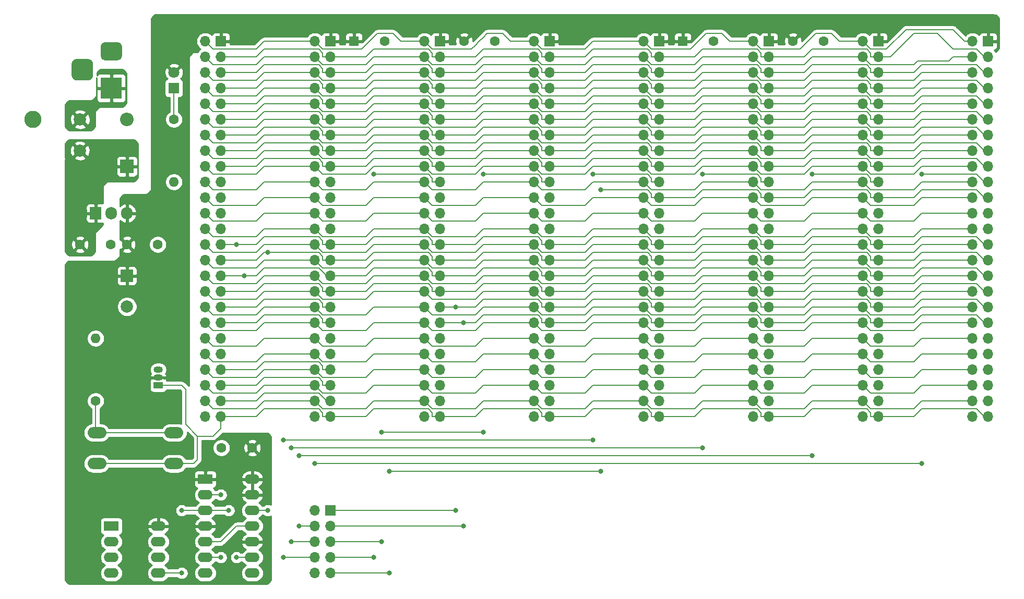
<source format=gbr>
%TF.GenerationSoftware,KiCad,Pcbnew,5.1.9*%
%TF.CreationDate,2020-12-27T17:49:18+01:00*%
%TF.ProjectId,backplane_v1.0,6261636b-706c-4616-9e65-5f76312e302e,rev?*%
%TF.SameCoordinates,Original*%
%TF.FileFunction,Copper,L1,Top*%
%TF.FilePolarity,Positive*%
%FSLAX46Y46*%
G04 Gerber Fmt 4.6, Leading zero omitted, Abs format (unit mm)*
G04 Created by KiCad (PCBNEW 5.1.9) date 2020-12-27 17:49:18*
%MOMM*%
%LPD*%
G01*
G04 APERTURE LIST*
%TA.AperFunction,ComponentPad*%
%ADD10C,1.600000*%
%TD*%
%TA.AperFunction,ComponentPad*%
%ADD11R,1.600000X1.600000*%
%TD*%
%TA.AperFunction,ComponentPad*%
%ADD12O,2.400000X1.600000*%
%TD*%
%TA.AperFunction,ComponentPad*%
%ADD13R,2.400000X1.600000*%
%TD*%
%TA.AperFunction,ComponentPad*%
%ADD14O,1.700000X1.700000*%
%TD*%
%TA.AperFunction,ComponentPad*%
%ADD15R,1.700000X1.700000*%
%TD*%
%TA.AperFunction,ComponentPad*%
%ADD16R,1.500000X1.050000*%
%TD*%
%TA.AperFunction,ComponentPad*%
%ADD17O,1.500000X1.050000*%
%TD*%
%TA.AperFunction,ComponentPad*%
%ADD18O,1.905000X2.000000*%
%TD*%
%TA.AperFunction,ComponentPad*%
%ADD19R,1.905000X2.000000*%
%TD*%
%TA.AperFunction,ComponentPad*%
%ADD20C,2.800000*%
%TD*%
%TA.AperFunction,ComponentPad*%
%ADD21O,3.048000X1.850000*%
%TD*%
%TA.AperFunction,ComponentPad*%
%ADD22O,1.600000X1.600000*%
%TD*%
%TA.AperFunction,ComponentPad*%
%ADD23R,3.500000X3.500000*%
%TD*%
%TA.AperFunction,ComponentPad*%
%ADD24C,2.000000*%
%TD*%
%TA.AperFunction,ComponentPad*%
%ADD25O,2.200000X2.200000*%
%TD*%
%TA.AperFunction,ComponentPad*%
%ADD26R,2.200000X2.200000*%
%TD*%
%TA.AperFunction,ComponentPad*%
%ADD27C,1.800000*%
%TD*%
%TA.AperFunction,ComponentPad*%
%ADD28R,1.800000X1.800000*%
%TD*%
%TA.AperFunction,ComponentPad*%
%ADD29R,2.000000X2.000000*%
%TD*%
%TA.AperFunction,ViaPad*%
%ADD30C,0.812800*%
%TD*%
%TA.AperFunction,Conductor*%
%ADD31C,0.203200*%
%TD*%
%TA.AperFunction,Conductor*%
%ADD32C,0.254000*%
%TD*%
%TA.AperFunction,Conductor*%
%ADD33C,0.100000*%
%TD*%
G04 APERTURE END LIST*
D10*
%TO.P,C7,2*%
%TO.N,GND*%
X-123270000Y-60960000D03*
D11*
%TO.P,C7,1*%
%TO.N,VCC*%
X-128270000Y-60960000D03*
%TD*%
D10*
%TO.P,C5,2*%
%TO.N,GND*%
X-176610000Y-60960000D03*
D11*
%TO.P,C5,1*%
%TO.N,VCC*%
X-181610000Y-60960000D03*
%TD*%
D12*
%TO.P,X1,8*%
%TO.N,VCC*%
X-213360000Y-139700000D03*
%TO.P,X1,4*%
%TO.N,GND*%
X-220980000Y-147320000D03*
%TO.P,X1,7*%
%TO.N,N/C*%
X-213360000Y-142240000D03*
%TO.P,X1,3*%
X-220980000Y-144780000D03*
%TO.P,X1,6*%
X-213360000Y-144780000D03*
%TO.P,X1,2*%
X-220980000Y-142240000D03*
%TO.P,X1,5*%
%TO.N,/sysClk*%
X-213360000Y-147320000D03*
D13*
%TO.P,X1,1*%
%TO.N,N/C*%
X-220980000Y-139700000D03*
%TD*%
D10*
%TO.P,C8,2*%
%TO.N,VCC*%
X-110410000Y-60960000D03*
%TO.P,C8,1*%
%TO.N,GND*%
X-105410000Y-60960000D03*
%TD*%
%TO.P,C6,2*%
%TO.N,VCC*%
X-163750000Y-60960000D03*
%TO.P,C6,1*%
%TO.N,GND*%
X-158750000Y-60960000D03*
%TD*%
D14*
%TO.P,J3a1,10*%
%TO.N,N/C*%
X-187960000Y-147320000D03*
%TO.P,J3a1,9*%
%TO.N,/~DEVSEL*%
X-185420000Y-147320000D03*
%TO.P,J3a1,8*%
%TO.N,/~IOSEL0*%
X-187960000Y-144780000D03*
%TO.P,J3a1,7*%
%TO.N,/~RAMSEL*%
X-185420000Y-144780000D03*
%TO.P,J3a1,6*%
%TO.N,/~IOSEL1*%
X-187960000Y-142240000D03*
%TO.P,J3a1,5*%
%TO.N,/~ROMSEL*%
X-185420000Y-142240000D03*
%TO.P,J3a1,4*%
%TO.N,/~IOSEL2*%
X-187960000Y-139700000D03*
%TO.P,J3a1,3*%
%TO.N,/~WE*%
X-185420000Y-139700000D03*
%TO.P,J3a1,2*%
%TO.N,/~IOSEL3*%
X-187960000Y-137160000D03*
D15*
%TO.P,J3a1,1*%
%TO.N,/~OE*%
X-185420000Y-137160000D03*
%TD*%
D14*
%TO.P,J9,50*%
%TO.N,GND*%
X-81280000Y-121920000D03*
%TO.P,J9,49*%
%TO.N,/~RESET*%
X-78740000Y-121920000D03*
%TO.P,J9,48*%
%TO.N,/A0*%
X-81280000Y-119380000D03*
%TO.P,J9,47*%
%TO.N,N/C*%
X-78740000Y-119380000D03*
%TO.P,J9,46*%
%TO.N,/A1*%
X-81280000Y-116840000D03*
%TO.P,J9,45*%
%TO.N,N/C*%
X-78740000Y-116840000D03*
%TO.P,J9,44*%
%TO.N,/A2*%
X-81280000Y-114300000D03*
%TO.P,J9,43*%
%TO.N,N/C*%
X-78740000Y-114300000D03*
%TO.P,J9,42*%
%TO.N,/A3*%
X-81280000Y-111760000D03*
%TO.P,J9,41*%
%TO.N,N/C*%
X-78740000Y-111760000D03*
%TO.P,J9,40*%
%TO.N,/A4*%
X-81280000Y-109220000D03*
%TO.P,J9,39*%
%TO.N,N/C*%
X-78740000Y-109220000D03*
%TO.P,J9,38*%
%TO.N,/A5*%
X-81280000Y-106680000D03*
%TO.P,J9,37*%
%TO.N,/~WE*%
X-78740000Y-106680000D03*
%TO.P,J9,36*%
%TO.N,/A6*%
X-81280000Y-104140000D03*
%TO.P,J9,35*%
%TO.N,/~OE*%
X-78740000Y-104140000D03*
%TO.P,J9,34*%
%TO.N,/A7*%
X-81280000Y-101600000D03*
%TO.P,J9,33*%
%TO.N,/R~W*%
X-78740000Y-101600000D03*
%TO.P,J9,32*%
%TO.N,/A8*%
X-81280000Y-99060000D03*
%TO.P,J9,31*%
%TO.N,/PHI2*%
X-78740000Y-99060000D03*
%TO.P,J9,30*%
%TO.N,/A9*%
X-81280000Y-96520000D03*
%TO.P,J9,29*%
%TO.N,/~PHI2*%
X-78740000Y-96520000D03*
%TO.P,J9,28*%
%TO.N,/A10*%
X-81280000Y-93980000D03*
%TO.P,J9,27*%
%TO.N,/sysClk*%
X-78740000Y-93980000D03*
%TO.P,J9,26*%
%TO.N,/A11*%
X-81280000Y-91440000D03*
%TO.P,J9,25*%
%TO.N,N/C*%
X-78740000Y-91440000D03*
%TO.P,J9,24*%
%TO.N,/A12*%
X-81280000Y-88900000D03*
%TO.P,J9,23*%
%TO.N,N/C*%
X-78740000Y-88900000D03*
%TO.P,J9,22*%
%TO.N,/A13*%
X-81280000Y-86360000D03*
%TO.P,J9,21*%
%TO.N,/~DEVSEL*%
X-78740000Y-86360000D03*
%TO.P,J9,20*%
%TO.N,/A14*%
X-81280000Y-83820000D03*
%TO.P,J9,19*%
%TO.N,/~IOSEL3*%
X-78740000Y-83820000D03*
%TO.P,J9,18*%
%TO.N,/A15*%
X-81280000Y-81280000D03*
%TO.P,J9,17*%
%TO.N,/D0*%
X-78740000Y-81280000D03*
%TO.P,J9,16*%
%TO.N,/A16*%
X-81280000Y-78740000D03*
%TO.P,J9,15*%
%TO.N,/D1*%
X-78740000Y-78740000D03*
%TO.P,J9,14*%
%TO.N,/A17*%
X-81280000Y-76200000D03*
%TO.P,J9,13*%
%TO.N,/D2*%
X-78740000Y-76200000D03*
%TO.P,J9,12*%
%TO.N,/A18*%
X-81280000Y-73660000D03*
%TO.P,J9,11*%
%TO.N,/D3*%
X-78740000Y-73660000D03*
%TO.P,J9,10*%
%TO.N,/A19*%
X-81280000Y-71120000D03*
%TO.P,J9,9*%
%TO.N,/D4*%
X-78740000Y-71120000D03*
%TO.P,J9,8*%
%TO.N,/A20*%
X-81280000Y-68580000D03*
%TO.P,J9,7*%
%TO.N,/D5*%
X-78740000Y-68580000D03*
%TO.P,J9,6*%
%TO.N,/A21*%
X-81280000Y-66040000D03*
%TO.P,J9,5*%
%TO.N,/D6*%
X-78740000Y-66040000D03*
%TO.P,J9,4*%
%TO.N,/A22*%
X-81280000Y-63500000D03*
%TO.P,J9,3*%
%TO.N,/D7*%
X-78740000Y-63500000D03*
%TO.P,J9,2*%
%TO.N,/A23*%
X-81280000Y-60960000D03*
D15*
%TO.P,J9,1*%
%TO.N,VCC*%
X-78740000Y-60960000D03*
%TD*%
D14*
%TO.P,J8,50*%
%TO.N,GND*%
X-99060000Y-121920000D03*
%TO.P,J8,49*%
%TO.N,/~RESET*%
X-96520000Y-121920000D03*
%TO.P,J8,48*%
%TO.N,/A0*%
X-99060000Y-119380000D03*
%TO.P,J8,47*%
%TO.N,N/C*%
X-96520000Y-119380000D03*
%TO.P,J8,46*%
%TO.N,/A1*%
X-99060000Y-116840000D03*
%TO.P,J8,45*%
%TO.N,N/C*%
X-96520000Y-116840000D03*
%TO.P,J8,44*%
%TO.N,/A2*%
X-99060000Y-114300000D03*
%TO.P,J8,43*%
%TO.N,N/C*%
X-96520000Y-114300000D03*
%TO.P,J8,42*%
%TO.N,/A3*%
X-99060000Y-111760000D03*
%TO.P,J8,41*%
%TO.N,N/C*%
X-96520000Y-111760000D03*
%TO.P,J8,40*%
%TO.N,/A4*%
X-99060000Y-109220000D03*
%TO.P,J8,39*%
%TO.N,N/C*%
X-96520000Y-109220000D03*
%TO.P,J8,38*%
%TO.N,/A5*%
X-99060000Y-106680000D03*
%TO.P,J8,37*%
%TO.N,/~WE*%
X-96520000Y-106680000D03*
%TO.P,J8,36*%
%TO.N,/A6*%
X-99060000Y-104140000D03*
%TO.P,J8,35*%
%TO.N,/~OE*%
X-96520000Y-104140000D03*
%TO.P,J8,34*%
%TO.N,/A7*%
X-99060000Y-101600000D03*
%TO.P,J8,33*%
%TO.N,/R~W*%
X-96520000Y-101600000D03*
%TO.P,J8,32*%
%TO.N,/A8*%
X-99060000Y-99060000D03*
%TO.P,J8,31*%
%TO.N,/PHI2*%
X-96520000Y-99060000D03*
%TO.P,J8,30*%
%TO.N,/A9*%
X-99060000Y-96520000D03*
%TO.P,J8,29*%
%TO.N,/~PHI2*%
X-96520000Y-96520000D03*
%TO.P,J8,28*%
%TO.N,/A10*%
X-99060000Y-93980000D03*
%TO.P,J8,27*%
%TO.N,/sysClk*%
X-96520000Y-93980000D03*
%TO.P,J8,26*%
%TO.N,/A11*%
X-99060000Y-91440000D03*
%TO.P,J8,25*%
%TO.N,N/C*%
X-96520000Y-91440000D03*
%TO.P,J8,24*%
%TO.N,/A12*%
X-99060000Y-88900000D03*
%TO.P,J8,23*%
%TO.N,N/C*%
X-96520000Y-88900000D03*
%TO.P,J8,22*%
%TO.N,/A13*%
X-99060000Y-86360000D03*
%TO.P,J8,21*%
%TO.N,/~DEVSEL*%
X-96520000Y-86360000D03*
%TO.P,J8,20*%
%TO.N,/A14*%
X-99060000Y-83820000D03*
%TO.P,J8,19*%
%TO.N,/~IOSEL2*%
X-96520000Y-83820000D03*
%TO.P,J8,18*%
%TO.N,/A15*%
X-99060000Y-81280000D03*
%TO.P,J8,17*%
%TO.N,/D0*%
X-96520000Y-81280000D03*
%TO.P,J8,16*%
%TO.N,/A16*%
X-99060000Y-78740000D03*
%TO.P,J8,15*%
%TO.N,/D1*%
X-96520000Y-78740000D03*
%TO.P,J8,14*%
%TO.N,/A17*%
X-99060000Y-76200000D03*
%TO.P,J8,13*%
%TO.N,/D2*%
X-96520000Y-76200000D03*
%TO.P,J8,12*%
%TO.N,/A18*%
X-99060000Y-73660000D03*
%TO.P,J8,11*%
%TO.N,/D3*%
X-96520000Y-73660000D03*
%TO.P,J8,10*%
%TO.N,/A19*%
X-99060000Y-71120000D03*
%TO.P,J8,9*%
%TO.N,/D4*%
X-96520000Y-71120000D03*
%TO.P,J8,8*%
%TO.N,/A20*%
X-99060000Y-68580000D03*
%TO.P,J8,7*%
%TO.N,/D5*%
X-96520000Y-68580000D03*
%TO.P,J8,6*%
%TO.N,/A21*%
X-99060000Y-66040000D03*
%TO.P,J8,5*%
%TO.N,/D6*%
X-96520000Y-66040000D03*
%TO.P,J8,4*%
%TO.N,/A22*%
X-99060000Y-63500000D03*
%TO.P,J8,3*%
%TO.N,/D7*%
X-96520000Y-63500000D03*
%TO.P,J8,2*%
%TO.N,/A23*%
X-99060000Y-60960000D03*
D15*
%TO.P,J8,1*%
%TO.N,VCC*%
X-96520000Y-60960000D03*
%TD*%
D14*
%TO.P,J5,50*%
%TO.N,GND*%
X-152400000Y-121920000D03*
%TO.P,J5,49*%
%TO.N,/~RESET*%
X-149860000Y-121920000D03*
%TO.P,J5,48*%
%TO.N,/A0*%
X-152400000Y-119380000D03*
%TO.P,J5,47*%
%TO.N,N/C*%
X-149860000Y-119380000D03*
%TO.P,J5,46*%
%TO.N,/A1*%
X-152400000Y-116840000D03*
%TO.P,J5,45*%
%TO.N,N/C*%
X-149860000Y-116840000D03*
%TO.P,J5,44*%
%TO.N,/A2*%
X-152400000Y-114300000D03*
%TO.P,J5,43*%
%TO.N,N/C*%
X-149860000Y-114300000D03*
%TO.P,J5,42*%
%TO.N,/A3*%
X-152400000Y-111760000D03*
%TO.P,J5,41*%
%TO.N,N/C*%
X-149860000Y-111760000D03*
%TO.P,J5,40*%
%TO.N,/A4*%
X-152400000Y-109220000D03*
%TO.P,J5,39*%
%TO.N,N/C*%
X-149860000Y-109220000D03*
%TO.P,J5,38*%
%TO.N,/A5*%
X-152400000Y-106680000D03*
%TO.P,J5,37*%
%TO.N,/~WE*%
X-149860000Y-106680000D03*
%TO.P,J5,36*%
%TO.N,/A6*%
X-152400000Y-104140000D03*
%TO.P,J5,35*%
%TO.N,/~OE*%
X-149860000Y-104140000D03*
%TO.P,J5,34*%
%TO.N,/A7*%
X-152400000Y-101600000D03*
%TO.P,J5,33*%
%TO.N,/R~W*%
X-149860000Y-101600000D03*
%TO.P,J5,32*%
%TO.N,/A8*%
X-152400000Y-99060000D03*
%TO.P,J5,31*%
%TO.N,/PHI2*%
X-149860000Y-99060000D03*
%TO.P,J5,30*%
%TO.N,/A9*%
X-152400000Y-96520000D03*
%TO.P,J5,29*%
%TO.N,/~PHI2*%
X-149860000Y-96520000D03*
%TO.P,J5,28*%
%TO.N,/A10*%
X-152400000Y-93980000D03*
%TO.P,J5,27*%
%TO.N,/sysClk*%
X-149860000Y-93980000D03*
%TO.P,J5,26*%
%TO.N,/A11*%
X-152400000Y-91440000D03*
%TO.P,J5,25*%
%TO.N,N/C*%
X-149860000Y-91440000D03*
%TO.P,J5,24*%
%TO.N,/A12*%
X-152400000Y-88900000D03*
%TO.P,J5,23*%
%TO.N,N/C*%
X-149860000Y-88900000D03*
%TO.P,J5,22*%
%TO.N,/A13*%
X-152400000Y-86360000D03*
%TO.P,J5,21*%
%TO.N,N/C*%
X-149860000Y-86360000D03*
%TO.P,J5,20*%
%TO.N,/A14*%
X-152400000Y-83820000D03*
%TO.P,J5,19*%
%TO.N,/~ROMSEL*%
X-149860000Y-83820000D03*
%TO.P,J5,18*%
%TO.N,/A15*%
X-152400000Y-81280000D03*
%TO.P,J5,17*%
%TO.N,/D0*%
X-149860000Y-81280000D03*
%TO.P,J5,16*%
%TO.N,/A16*%
X-152400000Y-78740000D03*
%TO.P,J5,15*%
%TO.N,/D1*%
X-149860000Y-78740000D03*
%TO.P,J5,14*%
%TO.N,/A17*%
X-152400000Y-76200000D03*
%TO.P,J5,13*%
%TO.N,/D2*%
X-149860000Y-76200000D03*
%TO.P,J5,12*%
%TO.N,/A18*%
X-152400000Y-73660000D03*
%TO.P,J5,11*%
%TO.N,/D3*%
X-149860000Y-73660000D03*
%TO.P,J5,10*%
%TO.N,/A19*%
X-152400000Y-71120000D03*
%TO.P,J5,9*%
%TO.N,/D4*%
X-149860000Y-71120000D03*
%TO.P,J5,8*%
%TO.N,/A20*%
X-152400000Y-68580000D03*
%TO.P,J5,7*%
%TO.N,/D5*%
X-149860000Y-68580000D03*
%TO.P,J5,6*%
%TO.N,/A21*%
X-152400000Y-66040000D03*
%TO.P,J5,5*%
%TO.N,/D6*%
X-149860000Y-66040000D03*
%TO.P,J5,4*%
%TO.N,/A22*%
X-152400000Y-63500000D03*
%TO.P,J5,3*%
%TO.N,/D7*%
X-149860000Y-63500000D03*
%TO.P,J5,2*%
%TO.N,/A23*%
X-152400000Y-60960000D03*
D15*
%TO.P,J5,1*%
%TO.N,VCC*%
X-149860000Y-60960000D03*
%TD*%
D14*
%TO.P,J3,50*%
%TO.N,GND*%
X-187960000Y-121920000D03*
%TO.P,J3,49*%
%TO.N,/~RESET*%
X-185420000Y-121920000D03*
%TO.P,J3,48*%
%TO.N,/A0*%
X-187960000Y-119380000D03*
%TO.P,J3,47*%
%TO.N,/~ABORT*%
X-185420000Y-119380000D03*
%TO.P,J3,46*%
%TO.N,/A1*%
X-187960000Y-116840000D03*
%TO.P,J3,45*%
%TO.N,/~IRQ*%
X-185420000Y-116840000D03*
%TO.P,J3,44*%
%TO.N,/A2*%
X-187960000Y-114300000D03*
%TO.P,J3,43*%
%TO.N,/~NMI*%
X-185420000Y-114300000D03*
%TO.P,J3,42*%
%TO.N,/A3*%
X-187960000Y-111760000D03*
%TO.P,J3,41*%
%TO.N,N/C*%
X-185420000Y-111760000D03*
%TO.P,J3,40*%
%TO.N,/A4*%
X-187960000Y-109220000D03*
%TO.P,J3,39*%
%TO.N,N/C*%
X-185420000Y-109220000D03*
%TO.P,J3,38*%
%TO.N,/A5*%
X-187960000Y-106680000D03*
%TO.P,J3,37*%
%TO.N,/VDA*%
X-185420000Y-106680000D03*
%TO.P,J3,36*%
%TO.N,/A6*%
X-187960000Y-104140000D03*
%TO.P,J3,35*%
%TO.N,/VPA*%
X-185420000Y-104140000D03*
%TO.P,J3,34*%
%TO.N,/A7*%
X-187960000Y-101600000D03*
%TO.P,J3,33*%
%TO.N,/R~W*%
X-185420000Y-101600000D03*
%TO.P,J3,32*%
%TO.N,/A8*%
X-187960000Y-99060000D03*
%TO.P,J3,31*%
%TO.N,/PHI2*%
X-185420000Y-99060000D03*
%TO.P,J3,30*%
%TO.N,/A9*%
X-187960000Y-96520000D03*
%TO.P,J3,29*%
%TO.N,/~PHI2*%
X-185420000Y-96520000D03*
%TO.P,J3,28*%
%TO.N,/A10*%
X-187960000Y-93980000D03*
%TO.P,J3,27*%
%TO.N,/sysClk*%
X-185420000Y-93980000D03*
%TO.P,J3,26*%
%TO.N,/A11*%
X-187960000Y-91440000D03*
%TO.P,J3,25*%
%TO.N,N/C*%
X-185420000Y-91440000D03*
%TO.P,J3,24*%
%TO.N,/A12*%
X-187960000Y-88900000D03*
%TO.P,J3,23*%
%TO.N,N/C*%
X-185420000Y-88900000D03*
%TO.P,J3,22*%
%TO.N,/A13*%
X-187960000Y-86360000D03*
%TO.P,J3,21*%
%TO.N,N/C*%
X-185420000Y-86360000D03*
%TO.P,J3,20*%
%TO.N,/A14*%
X-187960000Y-83820000D03*
%TO.P,J3,19*%
%TO.N,N/C*%
X-185420000Y-83820000D03*
%TO.P,J3,18*%
%TO.N,/A15*%
X-187960000Y-81280000D03*
%TO.P,J3,17*%
%TO.N,/D0*%
X-185420000Y-81280000D03*
%TO.P,J3,16*%
%TO.N,/A16*%
X-187960000Y-78740000D03*
%TO.P,J3,15*%
%TO.N,/D1*%
X-185420000Y-78740000D03*
%TO.P,J3,14*%
%TO.N,/A17*%
X-187960000Y-76200000D03*
%TO.P,J3,13*%
%TO.N,/D2*%
X-185420000Y-76200000D03*
%TO.P,J3,12*%
%TO.N,/A18*%
X-187960000Y-73660000D03*
%TO.P,J3,11*%
%TO.N,/D3*%
X-185420000Y-73660000D03*
%TO.P,J3,10*%
%TO.N,/A19*%
X-187960000Y-71120000D03*
%TO.P,J3,9*%
%TO.N,/D4*%
X-185420000Y-71120000D03*
%TO.P,J3,8*%
%TO.N,/A20*%
X-187960000Y-68580000D03*
%TO.P,J3,7*%
%TO.N,/D5*%
X-185420000Y-68580000D03*
%TO.P,J3,6*%
%TO.N,/A21*%
X-187960000Y-66040000D03*
%TO.P,J3,5*%
%TO.N,/D6*%
X-185420000Y-66040000D03*
%TO.P,J3,4*%
%TO.N,/A22*%
X-187960000Y-63500000D03*
%TO.P,J3,3*%
%TO.N,/D7*%
X-185420000Y-63500000D03*
%TO.P,J3,2*%
%TO.N,/A23*%
X-187960000Y-60960000D03*
D15*
%TO.P,J3,1*%
%TO.N,VCC*%
X-185420000Y-60960000D03*
%TD*%
D14*
%TO.P,J7,50*%
%TO.N,GND*%
X-116840000Y-121920000D03*
%TO.P,J7,49*%
%TO.N,/~RESET*%
X-114300000Y-121920000D03*
%TO.P,J7,48*%
%TO.N,/A0*%
X-116840000Y-119380000D03*
%TO.P,J7,47*%
%TO.N,N/C*%
X-114300000Y-119380000D03*
%TO.P,J7,46*%
%TO.N,/A1*%
X-116840000Y-116840000D03*
%TO.P,J7,45*%
%TO.N,N/C*%
X-114300000Y-116840000D03*
%TO.P,J7,44*%
%TO.N,/A2*%
X-116840000Y-114300000D03*
%TO.P,J7,43*%
%TO.N,N/C*%
X-114300000Y-114300000D03*
%TO.P,J7,42*%
%TO.N,/A3*%
X-116840000Y-111760000D03*
%TO.P,J7,41*%
%TO.N,N/C*%
X-114300000Y-111760000D03*
%TO.P,J7,40*%
%TO.N,/A4*%
X-116840000Y-109220000D03*
%TO.P,J7,39*%
%TO.N,N/C*%
X-114300000Y-109220000D03*
%TO.P,J7,38*%
%TO.N,/A5*%
X-116840000Y-106680000D03*
%TO.P,J7,37*%
%TO.N,/~WE*%
X-114300000Y-106680000D03*
%TO.P,J7,36*%
%TO.N,/A6*%
X-116840000Y-104140000D03*
%TO.P,J7,35*%
%TO.N,/~OE*%
X-114300000Y-104140000D03*
%TO.P,J7,34*%
%TO.N,/A7*%
X-116840000Y-101600000D03*
%TO.P,J7,33*%
%TO.N,/R~W*%
X-114300000Y-101600000D03*
%TO.P,J7,32*%
%TO.N,/A8*%
X-116840000Y-99060000D03*
%TO.P,J7,31*%
%TO.N,/PHI2*%
X-114300000Y-99060000D03*
%TO.P,J7,30*%
%TO.N,/A9*%
X-116840000Y-96520000D03*
%TO.P,J7,29*%
%TO.N,/~PHI2*%
X-114300000Y-96520000D03*
%TO.P,J7,28*%
%TO.N,/A10*%
X-116840000Y-93980000D03*
%TO.P,J7,27*%
%TO.N,/sysClk*%
X-114300000Y-93980000D03*
%TO.P,J7,26*%
%TO.N,/A11*%
X-116840000Y-91440000D03*
%TO.P,J7,25*%
%TO.N,N/C*%
X-114300000Y-91440000D03*
%TO.P,J7,24*%
%TO.N,/A12*%
X-116840000Y-88900000D03*
%TO.P,J7,23*%
%TO.N,N/C*%
X-114300000Y-88900000D03*
%TO.P,J7,22*%
%TO.N,/A13*%
X-116840000Y-86360000D03*
%TO.P,J7,21*%
%TO.N,/~DEVSEL*%
X-114300000Y-86360000D03*
%TO.P,J7,20*%
%TO.N,/A14*%
X-116840000Y-83820000D03*
%TO.P,J7,19*%
%TO.N,/~IOSEL1*%
X-114300000Y-83820000D03*
%TO.P,J7,18*%
%TO.N,/A15*%
X-116840000Y-81280000D03*
%TO.P,J7,17*%
%TO.N,/D0*%
X-114300000Y-81280000D03*
%TO.P,J7,16*%
%TO.N,/A16*%
X-116840000Y-78740000D03*
%TO.P,J7,15*%
%TO.N,/D1*%
X-114300000Y-78740000D03*
%TO.P,J7,14*%
%TO.N,/A17*%
X-116840000Y-76200000D03*
%TO.P,J7,13*%
%TO.N,/D2*%
X-114300000Y-76200000D03*
%TO.P,J7,12*%
%TO.N,/A18*%
X-116840000Y-73660000D03*
%TO.P,J7,11*%
%TO.N,/D3*%
X-114300000Y-73660000D03*
%TO.P,J7,10*%
%TO.N,/A19*%
X-116840000Y-71120000D03*
%TO.P,J7,9*%
%TO.N,/D4*%
X-114300000Y-71120000D03*
%TO.P,J7,8*%
%TO.N,/A20*%
X-116840000Y-68580000D03*
%TO.P,J7,7*%
%TO.N,/D5*%
X-114300000Y-68580000D03*
%TO.P,J7,6*%
%TO.N,/A21*%
X-116840000Y-66040000D03*
%TO.P,J7,5*%
%TO.N,/D6*%
X-114300000Y-66040000D03*
%TO.P,J7,4*%
%TO.N,/A22*%
X-116840000Y-63500000D03*
%TO.P,J7,3*%
%TO.N,/D7*%
X-114300000Y-63500000D03*
%TO.P,J7,2*%
%TO.N,/A23*%
X-116840000Y-60960000D03*
D15*
%TO.P,J7,1*%
%TO.N,VCC*%
X-114300000Y-60960000D03*
%TD*%
D14*
%TO.P,J6,50*%
%TO.N,GND*%
X-134620000Y-121920000D03*
%TO.P,J6,49*%
%TO.N,/~RESET*%
X-132080000Y-121920000D03*
%TO.P,J6,48*%
%TO.N,/A0*%
X-134620000Y-119380000D03*
%TO.P,J6,47*%
%TO.N,N/C*%
X-132080000Y-119380000D03*
%TO.P,J6,46*%
%TO.N,/A1*%
X-134620000Y-116840000D03*
%TO.P,J6,45*%
%TO.N,N/C*%
X-132080000Y-116840000D03*
%TO.P,J6,44*%
%TO.N,/A2*%
X-134620000Y-114300000D03*
%TO.P,J6,43*%
%TO.N,N/C*%
X-132080000Y-114300000D03*
%TO.P,J6,42*%
%TO.N,/A3*%
X-134620000Y-111760000D03*
%TO.P,J6,41*%
%TO.N,N/C*%
X-132080000Y-111760000D03*
%TO.P,J6,40*%
%TO.N,/A4*%
X-134620000Y-109220000D03*
%TO.P,J6,39*%
%TO.N,N/C*%
X-132080000Y-109220000D03*
%TO.P,J6,38*%
%TO.N,/A5*%
X-134620000Y-106680000D03*
%TO.P,J6,37*%
%TO.N,/~WE*%
X-132080000Y-106680000D03*
%TO.P,J6,36*%
%TO.N,/A6*%
X-134620000Y-104140000D03*
%TO.P,J6,35*%
%TO.N,/~OE*%
X-132080000Y-104140000D03*
%TO.P,J6,34*%
%TO.N,/A7*%
X-134620000Y-101600000D03*
%TO.P,J6,33*%
%TO.N,/R~W*%
X-132080000Y-101600000D03*
%TO.P,J6,32*%
%TO.N,/A8*%
X-134620000Y-99060000D03*
%TO.P,J6,31*%
%TO.N,/PHI2*%
X-132080000Y-99060000D03*
%TO.P,J6,30*%
%TO.N,/A9*%
X-134620000Y-96520000D03*
%TO.P,J6,29*%
%TO.N,/~PHI2*%
X-132080000Y-96520000D03*
%TO.P,J6,28*%
%TO.N,/A10*%
X-134620000Y-93980000D03*
%TO.P,J6,27*%
%TO.N,/sysClk*%
X-132080000Y-93980000D03*
%TO.P,J6,26*%
%TO.N,/A11*%
X-134620000Y-91440000D03*
%TO.P,J6,25*%
%TO.N,N/C*%
X-132080000Y-91440000D03*
%TO.P,J6,24*%
%TO.N,/A12*%
X-134620000Y-88900000D03*
%TO.P,J6,23*%
%TO.N,N/C*%
X-132080000Y-88900000D03*
%TO.P,J6,22*%
%TO.N,/A13*%
X-134620000Y-86360000D03*
%TO.P,J6,21*%
%TO.N,/~DEVSEL*%
X-132080000Y-86360000D03*
%TO.P,J6,20*%
%TO.N,/A14*%
X-134620000Y-83820000D03*
%TO.P,J6,19*%
%TO.N,/~IOSEL0*%
X-132080000Y-83820000D03*
%TO.P,J6,18*%
%TO.N,/A15*%
X-134620000Y-81280000D03*
%TO.P,J6,17*%
%TO.N,/D0*%
X-132080000Y-81280000D03*
%TO.P,J6,16*%
%TO.N,/A16*%
X-134620000Y-78740000D03*
%TO.P,J6,15*%
%TO.N,/D1*%
X-132080000Y-78740000D03*
%TO.P,J6,14*%
%TO.N,/A17*%
X-134620000Y-76200000D03*
%TO.P,J6,13*%
%TO.N,/D2*%
X-132080000Y-76200000D03*
%TO.P,J6,12*%
%TO.N,/A18*%
X-134620000Y-73660000D03*
%TO.P,J6,11*%
%TO.N,/D3*%
X-132080000Y-73660000D03*
%TO.P,J6,10*%
%TO.N,/A19*%
X-134620000Y-71120000D03*
%TO.P,J6,9*%
%TO.N,/D4*%
X-132080000Y-71120000D03*
%TO.P,J6,8*%
%TO.N,/A20*%
X-134620000Y-68580000D03*
%TO.P,J6,7*%
%TO.N,/D5*%
X-132080000Y-68580000D03*
%TO.P,J6,6*%
%TO.N,/A21*%
X-134620000Y-66040000D03*
%TO.P,J6,5*%
%TO.N,/D6*%
X-132080000Y-66040000D03*
%TO.P,J6,4*%
%TO.N,/A22*%
X-134620000Y-63500000D03*
%TO.P,J6,3*%
%TO.N,/D7*%
X-132080000Y-63500000D03*
%TO.P,J6,2*%
%TO.N,/A23*%
X-134620000Y-60960000D03*
D15*
%TO.P,J6,1*%
%TO.N,VCC*%
X-132080000Y-60960000D03*
%TD*%
D14*
%TO.P,J4,50*%
%TO.N,GND*%
X-170180000Y-121920000D03*
%TO.P,J4,49*%
%TO.N,/~RESET*%
X-167640000Y-121920000D03*
%TO.P,J4,48*%
%TO.N,/A0*%
X-170180000Y-119380000D03*
%TO.P,J4,47*%
%TO.N,N/C*%
X-167640000Y-119380000D03*
%TO.P,J4,46*%
%TO.N,/A1*%
X-170180000Y-116840000D03*
%TO.P,J4,45*%
%TO.N,N/C*%
X-167640000Y-116840000D03*
%TO.P,J4,44*%
%TO.N,/A2*%
X-170180000Y-114300000D03*
%TO.P,J4,43*%
%TO.N,N/C*%
X-167640000Y-114300000D03*
%TO.P,J4,42*%
%TO.N,/A3*%
X-170180000Y-111760000D03*
%TO.P,J4,41*%
%TO.N,N/C*%
X-167640000Y-111760000D03*
%TO.P,J4,40*%
%TO.N,/A4*%
X-170180000Y-109220000D03*
%TO.P,J4,39*%
%TO.N,N/C*%
X-167640000Y-109220000D03*
%TO.P,J4,38*%
%TO.N,/A5*%
X-170180000Y-106680000D03*
%TO.P,J4,37*%
%TO.N,/~WE*%
X-167640000Y-106680000D03*
%TO.P,J4,36*%
%TO.N,/A6*%
X-170180000Y-104140000D03*
%TO.P,J4,35*%
%TO.N,/~OE*%
X-167640000Y-104140000D03*
%TO.P,J4,34*%
%TO.N,/A7*%
X-170180000Y-101600000D03*
%TO.P,J4,33*%
%TO.N,/R~W*%
X-167640000Y-101600000D03*
%TO.P,J4,32*%
%TO.N,/A8*%
X-170180000Y-99060000D03*
%TO.P,J4,31*%
%TO.N,/PHI2*%
X-167640000Y-99060000D03*
%TO.P,J4,30*%
%TO.N,/A9*%
X-170180000Y-96520000D03*
%TO.P,J4,29*%
%TO.N,/~PHI2*%
X-167640000Y-96520000D03*
%TO.P,J4,28*%
%TO.N,/A10*%
X-170180000Y-93980000D03*
%TO.P,J4,27*%
%TO.N,/sysClk*%
X-167640000Y-93980000D03*
%TO.P,J4,26*%
%TO.N,/A11*%
X-170180000Y-91440000D03*
%TO.P,J4,25*%
%TO.N,N/C*%
X-167640000Y-91440000D03*
%TO.P,J4,24*%
%TO.N,/A12*%
X-170180000Y-88900000D03*
%TO.P,J4,23*%
%TO.N,N/C*%
X-167640000Y-88900000D03*
%TO.P,J4,22*%
%TO.N,/A13*%
X-170180000Y-86360000D03*
%TO.P,J4,21*%
%TO.N,N/C*%
X-167640000Y-86360000D03*
%TO.P,J4,20*%
%TO.N,/A14*%
X-170180000Y-83820000D03*
%TO.P,J4,19*%
%TO.N,/~RAMSEL*%
X-167640000Y-83820000D03*
%TO.P,J4,18*%
%TO.N,/A15*%
X-170180000Y-81280000D03*
%TO.P,J4,17*%
%TO.N,/D0*%
X-167640000Y-81280000D03*
%TO.P,J4,16*%
%TO.N,/A16*%
X-170180000Y-78740000D03*
%TO.P,J4,15*%
%TO.N,/D1*%
X-167640000Y-78740000D03*
%TO.P,J4,14*%
%TO.N,/A17*%
X-170180000Y-76200000D03*
%TO.P,J4,13*%
%TO.N,/D2*%
X-167640000Y-76200000D03*
%TO.P,J4,12*%
%TO.N,/A18*%
X-170180000Y-73660000D03*
%TO.P,J4,11*%
%TO.N,/D3*%
X-167640000Y-73660000D03*
%TO.P,J4,10*%
%TO.N,/A19*%
X-170180000Y-71120000D03*
%TO.P,J4,9*%
%TO.N,/D4*%
X-167640000Y-71120000D03*
%TO.P,J4,8*%
%TO.N,/A20*%
X-170180000Y-68580000D03*
%TO.P,J4,7*%
%TO.N,/D5*%
X-167640000Y-68580000D03*
%TO.P,J4,6*%
%TO.N,/A21*%
X-170180000Y-66040000D03*
%TO.P,J4,5*%
%TO.N,/D6*%
X-167640000Y-66040000D03*
%TO.P,J4,4*%
%TO.N,/A22*%
X-170180000Y-63500000D03*
%TO.P,J4,3*%
%TO.N,/D7*%
X-167640000Y-63500000D03*
%TO.P,J4,2*%
%TO.N,/A23*%
X-170180000Y-60960000D03*
D15*
%TO.P,J4,1*%
%TO.N,VCC*%
X-167640000Y-60960000D03*
%TD*%
D14*
%TO.P,J2,50*%
%TO.N,GND*%
X-205740000Y-121920000D03*
%TO.P,J2,49*%
%TO.N,/~RESET*%
X-203200000Y-121920000D03*
%TO.P,J2,48*%
%TO.N,/A0*%
X-205740000Y-119380000D03*
%TO.P,J2,47*%
%TO.N,/~ABORT*%
X-203200000Y-119380000D03*
%TO.P,J2,46*%
%TO.N,/A1*%
X-205740000Y-116840000D03*
%TO.P,J2,45*%
%TO.N,/~IRQ*%
X-203200000Y-116840000D03*
%TO.P,J2,44*%
%TO.N,/A2*%
X-205740000Y-114300000D03*
%TO.P,J2,43*%
%TO.N,/~NMI*%
X-203200000Y-114300000D03*
%TO.P,J2,42*%
%TO.N,/A3*%
X-205740000Y-111760000D03*
%TO.P,J2,41*%
%TO.N,N/C*%
X-203200000Y-111760000D03*
%TO.P,J2,40*%
%TO.N,/A4*%
X-205740000Y-109220000D03*
%TO.P,J2,39*%
%TO.N,N/C*%
X-203200000Y-109220000D03*
%TO.P,J2,38*%
%TO.N,/A5*%
X-205740000Y-106680000D03*
%TO.P,J2,37*%
%TO.N,/VDA*%
X-203200000Y-106680000D03*
%TO.P,J2,36*%
%TO.N,/A6*%
X-205740000Y-104140000D03*
%TO.P,J2,35*%
%TO.N,/VPA*%
X-203200000Y-104140000D03*
%TO.P,J2,34*%
%TO.N,/A7*%
X-205740000Y-101600000D03*
%TO.P,J2,33*%
%TO.N,/R~W*%
X-203200000Y-101600000D03*
%TO.P,J2,32*%
%TO.N,/A8*%
X-205740000Y-99060000D03*
%TO.P,J2,31*%
%TO.N,/PHI2*%
X-203200000Y-99060000D03*
%TO.P,J2,30*%
%TO.N,/A9*%
X-205740000Y-96520000D03*
%TO.P,J2,29*%
%TO.N,/~PHI2*%
X-203200000Y-96520000D03*
%TO.P,J2,28*%
%TO.N,/A10*%
X-205740000Y-93980000D03*
%TO.P,J2,27*%
%TO.N,/sysClk*%
X-203200000Y-93980000D03*
%TO.P,J2,26*%
%TO.N,/A11*%
X-205740000Y-91440000D03*
%TO.P,J2,25*%
%TO.N,N/C*%
X-203200000Y-91440000D03*
%TO.P,J2,24*%
%TO.N,/A12*%
X-205740000Y-88900000D03*
%TO.P,J2,23*%
%TO.N,N/C*%
X-203200000Y-88900000D03*
%TO.P,J2,22*%
%TO.N,/A13*%
X-205740000Y-86360000D03*
%TO.P,J2,21*%
%TO.N,N/C*%
X-203200000Y-86360000D03*
%TO.P,J2,20*%
%TO.N,/A14*%
X-205740000Y-83820000D03*
%TO.P,J2,19*%
%TO.N,N/C*%
X-203200000Y-83820000D03*
%TO.P,J2,18*%
%TO.N,/A15*%
X-205740000Y-81280000D03*
%TO.P,J2,17*%
%TO.N,/D0*%
X-203200000Y-81280000D03*
%TO.P,J2,16*%
%TO.N,/A16*%
X-205740000Y-78740000D03*
%TO.P,J2,15*%
%TO.N,/D1*%
X-203200000Y-78740000D03*
%TO.P,J2,14*%
%TO.N,/A17*%
X-205740000Y-76200000D03*
%TO.P,J2,13*%
%TO.N,/D2*%
X-203200000Y-76200000D03*
%TO.P,J2,12*%
%TO.N,/A18*%
X-205740000Y-73660000D03*
%TO.P,J2,11*%
%TO.N,/D3*%
X-203200000Y-73660000D03*
%TO.P,J2,10*%
%TO.N,/A19*%
X-205740000Y-71120000D03*
%TO.P,J2,9*%
%TO.N,/D4*%
X-203200000Y-71120000D03*
%TO.P,J2,8*%
%TO.N,/A20*%
X-205740000Y-68580000D03*
%TO.P,J2,7*%
%TO.N,/D5*%
X-203200000Y-68580000D03*
%TO.P,J2,6*%
%TO.N,/A21*%
X-205740000Y-66040000D03*
%TO.P,J2,5*%
%TO.N,/D6*%
X-203200000Y-66040000D03*
%TO.P,J2,4*%
%TO.N,/A22*%
X-205740000Y-63500000D03*
%TO.P,J2,3*%
%TO.N,/D7*%
X-203200000Y-63500000D03*
%TO.P,J2,2*%
%TO.N,/A23*%
X-205740000Y-60960000D03*
D15*
%TO.P,J2,1*%
%TO.N,VCC*%
X-203200000Y-60960000D03*
%TD*%
D12*
%TO.P,U3,14*%
%TO.N,VCC*%
X-198120000Y-132080000D03*
%TO.P,U3,7*%
%TO.N,GND*%
X-205740000Y-147320000D03*
%TO.P,U3,13*%
%TO.N,VCC*%
X-198120000Y-134620000D03*
%TO.P,U3,6*%
%TO.N,Net-(U3-Pad2)*%
X-205740000Y-144780000D03*
%TO.P,U3,12*%
%TO.N,/~PHI2*%
X-198120000Y-137160000D03*
%TO.P,U3,5*%
%TO.N,Net-(U3-Pad11)*%
X-205740000Y-142240000D03*
%TO.P,U3,11*%
X-198120000Y-139700000D03*
%TO.P,U3,4*%
%TO.N,VCC*%
X-205740000Y-139700000D03*
%TO.P,U3,10*%
X-198120000Y-142240000D03*
%TO.P,U3,3*%
%TO.N,/sysClk*%
X-205740000Y-137160000D03*
%TO.P,U3,9*%
%TO.N,/PHI2*%
X-198120000Y-144780000D03*
%TO.P,U3,2*%
%TO.N,Net-(U3-Pad2)*%
X-205740000Y-134620000D03*
%TO.P,U3,8*%
%TO.N,/~PHI2*%
X-198120000Y-147320000D03*
D13*
%TO.P,U3,1*%
%TO.N,VCC*%
X-205740000Y-132080000D03*
%TD*%
D16*
%TO.P,U2,1*%
%TO.N,/~RESET*%
X-213360000Y-116840000D03*
D17*
%TO.P,U2,3*%
%TO.N,GND*%
X-213360000Y-114300000D03*
%TO.P,U2,2*%
%TO.N,VCC*%
X-213360000Y-115570000D03*
%TD*%
D18*
%TO.P,U1,3*%
%TO.N,VCC*%
X-218440000Y-88900000D03*
%TO.P,U1,2*%
%TO.N,GND*%
X-220980000Y-88900000D03*
D19*
%TO.P,U1,1*%
%TO.N,+VDC*%
X-223520000Y-88900000D03*
%TD*%
D20*
%TO.P,TP1,1*%
%TO.N,GND*%
X-233680000Y-73660000D03*
%TD*%
D21*
%TO.P,SW1,2*%
%TO.N,Net-(R2-Pad1)*%
X-210820000Y-124540000D03*
%TO.P,SW1,1*%
%TO.N,/~RESET*%
X-210820000Y-129540000D03*
%TO.P,SW1,2*%
%TO.N,Net-(R2-Pad1)*%
X-223320000Y-124540000D03*
%TO.P,SW1,1*%
%TO.N,/~RESET*%
X-223320000Y-129540000D03*
%TD*%
D22*
%TO.P,R2,2*%
%TO.N,GND*%
X-223520000Y-109220000D03*
D10*
%TO.P,R2,1*%
%TO.N,Net-(R2-Pad1)*%
X-223520000Y-119380000D03*
%TD*%
D22*
%TO.P,R1,2*%
%TO.N,GND*%
X-210820000Y-83820000D03*
D10*
%TO.P,R1,1*%
%TO.N,Net-(D1-Pad1)*%
X-210820000Y-73660000D03*
%TD*%
%TO.P,J1,3*%
%TO.N,N/C*%
%TA.AperFunction,ComponentPad*%
G36*
G01*
X-226555000Y-63830000D02*
X-224805000Y-63830000D01*
G75*
G02*
X-223930000Y-64705000I0J-875000D01*
G01*
X-223930000Y-66455000D01*
G75*
G02*
X-224805000Y-67330000I-875000J0D01*
G01*
X-226555000Y-67330000D01*
G75*
G02*
X-227430000Y-66455000I0J875000D01*
G01*
X-227430000Y-64705000D01*
G75*
G02*
X-226555000Y-63830000I875000J0D01*
G01*
G37*
%TD.AperFunction*%
%TO.P,J1,2*%
%TO.N,GND*%
%TA.AperFunction,ComponentPad*%
G36*
G01*
X-221980000Y-61080000D02*
X-219980000Y-61080000D01*
G75*
G02*
X-219230000Y-61830000I0J-750000D01*
G01*
X-219230000Y-63330000D01*
G75*
G02*
X-219980000Y-64080000I-750000J0D01*
G01*
X-221980000Y-64080000D01*
G75*
G02*
X-222730000Y-63330000I0J750000D01*
G01*
X-222730000Y-61830000D01*
G75*
G02*
X-221980000Y-61080000I750000J0D01*
G01*
G37*
%TD.AperFunction*%
D23*
%TO.P,J1,1*%
%TO.N,/raw*%
X-220980000Y-68580000D03*
%TD*%
D24*
%TO.P,F1,2*%
%TO.N,/raw*%
X-226050000Y-73660000D03*
%TO.P,F1,1*%
%TO.N,+VDC*%
X-226060000Y-78740000D03*
%TD*%
D25*
%TO.P,D2,2*%
%TO.N,GND*%
X-218440000Y-73660000D03*
D26*
%TO.P,D2,1*%
%TO.N,+VDC*%
X-218440000Y-81280000D03*
%TD*%
D27*
%TO.P,D1,2*%
%TO.N,VCC*%
X-210820000Y-66040000D03*
D28*
%TO.P,D1,1*%
%TO.N,Net-(D1-Pad1)*%
X-210820000Y-68580000D03*
%TD*%
D24*
%TO.P,C4,2*%
%TO.N,GND*%
X-218440000Y-104060000D03*
D29*
%TO.P,C4,1*%
%TO.N,VCC*%
X-218440000Y-99060000D03*
%TD*%
D10*
%TO.P,C3,2*%
%TO.N,GND*%
X-213440000Y-93980000D03*
%TO.P,C3,1*%
%TO.N,VCC*%
X-218440000Y-93980000D03*
%TD*%
%TO.P,C2,2*%
%TO.N,GND*%
X-221060000Y-93980000D03*
%TO.P,C2,1*%
%TO.N,+VDC*%
X-226060000Y-93980000D03*
%TD*%
%TO.P,C1,2*%
%TO.N,GND*%
X-203120000Y-127000000D03*
%TO.P,C1,1*%
%TO.N,VCC*%
X-198120000Y-127000000D03*
%TD*%
D30*
%TO.N,/PHI2*%
X-200660000Y-144780000D03*
X-199390000Y-99060000D03*
%TO.N,/~PHI2*%
X-195580000Y-137160000D03*
X-195580000Y-95250000D03*
%TO.N,/sysClk*%
X-209550000Y-147320000D03*
X-209550000Y-137160000D03*
X-201930000Y-137160000D03*
X-200660000Y-93980000D03*
%TO.N,/~WE*%
X-163830000Y-139700000D03*
X-163830000Y-106680000D03*
%TO.N,/~OE*%
X-165100000Y-137160000D03*
X-165100000Y-104140000D03*
%TO.N,/~RAMSEL*%
X-178435000Y-82550000D03*
X-178435000Y-144780000D03*
%TO.N,/~ROMSEL*%
X-160655000Y-82550000D03*
X-160655000Y-124460000D03*
X-177165000Y-142240000D03*
X-177165000Y-124460000D03*
%TO.N,/~DEVSEL*%
X-175895000Y-147320000D03*
X-175895000Y-130810000D03*
X-141605000Y-85090000D03*
X-141605000Y-130810000D03*
%TO.N,/~IOSEL0*%
X-142875000Y-82550000D03*
X-142875000Y-125730000D03*
X-193040000Y-144780000D03*
X-193040000Y-125730000D03*
%TO.N,/~IOSEL1*%
X-125095000Y-82550000D03*
X-125095000Y-127000000D03*
X-191770000Y-127000000D03*
X-191770000Y-142240000D03*
%TO.N,/~IOSEL2*%
X-107315000Y-82550000D03*
X-107315000Y-128270000D03*
X-190500000Y-139700000D03*
X-190500000Y-128270000D03*
%TO.N,/~IOSEL3*%
X-89535000Y-82550000D03*
X-187960000Y-129540000D03*
X-89535000Y-129540000D03*
%TO.N,Net-(U3-Pad2)*%
X-203200000Y-134620000D03*
X-203200000Y-144780000D03*
%TD*%
D31*
%TO.N,Net-(D1-Pad1)*%
X-210820000Y-68580000D02*
X-210820000Y-73660000D01*
%TO.N,/~RESET*%
X-89535000Y-120650000D02*
X-90805000Y-121920000D01*
X-78740000Y-121920000D02*
X-79375000Y-121920000D01*
X-80645000Y-120650000D02*
X-89535000Y-120650000D01*
X-79375000Y-121920000D02*
X-80645000Y-120650000D01*
X-90805000Y-121920000D02*
X-96520000Y-121920000D01*
X-107315000Y-120650000D02*
X-108585000Y-121920000D01*
X-98425000Y-120650000D02*
X-107315000Y-120650000D01*
X-108585000Y-121920000D02*
X-114300000Y-121920000D01*
X-125095000Y-120650000D02*
X-126365000Y-121920000D01*
X-116205000Y-120650000D02*
X-125095000Y-120650000D01*
X-126365000Y-121920000D02*
X-132080000Y-121920000D01*
X-142875000Y-120650000D02*
X-144145000Y-121920000D01*
X-133985000Y-120650000D02*
X-142875000Y-120650000D01*
X-144145000Y-121920000D02*
X-149860000Y-121920000D01*
X-160655000Y-120650000D02*
X-161925000Y-121920000D01*
X-151765000Y-120650000D02*
X-160655000Y-120650000D01*
X-161925000Y-121920000D02*
X-167640000Y-121920000D01*
X-196215000Y-120650000D02*
X-197485000Y-121920000D01*
X-197485000Y-121920000D02*
X-203200000Y-121920000D01*
X-187325000Y-120650000D02*
X-196215000Y-120650000D01*
X-169545000Y-120650000D02*
X-178435000Y-120650000D01*
X-179705000Y-121920000D02*
X-185420000Y-121920000D01*
X-178435000Y-120650000D02*
X-179705000Y-121920000D01*
X-223320000Y-129540000D02*
X-210820000Y-129540000D01*
X-213360000Y-116840000D02*
X-209550000Y-116840000D01*
X-209550000Y-116840000D02*
X-208915000Y-117475000D01*
X-208915000Y-117475000D02*
X-208915000Y-123190000D01*
X-208915000Y-123190000D02*
X-207010000Y-125095000D01*
X-207010000Y-125095000D02*
X-204470000Y-125095000D01*
X-203200000Y-123825000D02*
X-203200000Y-121920000D01*
X-204470000Y-125095000D02*
X-203200000Y-123825000D01*
X-210820000Y-129540000D02*
X-207645000Y-129540000D01*
X-207010000Y-128905000D02*
X-207010000Y-125095000D01*
X-207645000Y-129540000D02*
X-207010000Y-128905000D01*
X-185420000Y-121920000D02*
X-186690000Y-121920000D01*
X-186690000Y-121920000D02*
X-186690000Y-121285000D01*
X-186690000Y-121285000D02*
X-187325000Y-120650000D01*
X-167640000Y-121920000D02*
X-168910000Y-121920000D01*
X-168910000Y-121920000D02*
X-168910000Y-121285000D01*
X-168910000Y-121285000D02*
X-169545000Y-120650000D01*
X-149860000Y-121920000D02*
X-151130000Y-121920000D01*
X-151130000Y-121920000D02*
X-151130000Y-121285000D01*
X-151130000Y-121285000D02*
X-151765000Y-120650000D01*
X-132080000Y-121920000D02*
X-133350000Y-121920000D01*
X-133350000Y-121920000D02*
X-133350000Y-121285000D01*
X-133350000Y-121285000D02*
X-133985000Y-120650000D01*
X-114300000Y-121920000D02*
X-115570000Y-121920000D01*
X-115570000Y-121920000D02*
X-115570000Y-121285000D01*
X-115570000Y-121285000D02*
X-116205000Y-120650000D01*
X-96520000Y-121920000D02*
X-97790000Y-121920000D01*
X-97790000Y-121920000D02*
X-97790000Y-121285000D01*
X-97790000Y-121285000D02*
X-98425000Y-120650000D01*
%TO.N,/A0*%
X-90805000Y-120650000D02*
X-89535000Y-119380000D01*
X-97790000Y-120650000D02*
X-90805000Y-120650000D01*
X-89535000Y-119380000D02*
X-81280000Y-119380000D01*
X-99060000Y-119380000D02*
X-97790000Y-120650000D01*
X-108585000Y-120650000D02*
X-107315000Y-119380000D01*
X-115570000Y-120650000D02*
X-108585000Y-120650000D01*
X-107315000Y-119380000D02*
X-99060000Y-119380000D01*
X-116840000Y-119380000D02*
X-115570000Y-120650000D01*
X-126365000Y-120650000D02*
X-125095000Y-119380000D01*
X-133350000Y-120650000D02*
X-126365000Y-120650000D01*
X-125095000Y-119380000D02*
X-116840000Y-119380000D01*
X-134620000Y-119380000D02*
X-133350000Y-120650000D01*
X-144145000Y-120650000D02*
X-142875000Y-119380000D01*
X-151130000Y-120650000D02*
X-144145000Y-120650000D01*
X-142875000Y-119380000D02*
X-134620000Y-119380000D01*
X-152400000Y-119380000D02*
X-151130000Y-120650000D01*
X-161925000Y-120650000D02*
X-160655000Y-119380000D01*
X-168910000Y-120650000D02*
X-161925000Y-120650000D01*
X-160655000Y-119380000D02*
X-152400000Y-119380000D01*
X-170180000Y-119380000D02*
X-168910000Y-120650000D01*
X-204470000Y-120650000D02*
X-197485000Y-120650000D01*
X-197485000Y-120650000D02*
X-196215000Y-119380000D01*
X-196215000Y-119380000D02*
X-187960000Y-119380000D01*
X-205740000Y-119380000D02*
X-204470000Y-120650000D01*
X-178435000Y-119380000D02*
X-170180000Y-119380000D01*
X-186690000Y-120650000D02*
X-179705000Y-120650000D01*
X-179705000Y-120650000D02*
X-178435000Y-119380000D01*
X-187960000Y-119380000D02*
X-186690000Y-120650000D01*
%TO.N,/~ABORT*%
X-196215000Y-118110000D02*
X-197485000Y-119380000D01*
X-185420000Y-119380000D02*
X-186055000Y-119380000D01*
X-197485000Y-119380000D02*
X-203200000Y-119380000D01*
X-186055000Y-119380000D02*
X-187325000Y-118110000D01*
X-187325000Y-118110000D02*
X-196215000Y-118110000D01*
%TO.N,/A1*%
X-89535000Y-116840000D02*
X-81280000Y-116840000D01*
X-99060000Y-116840000D02*
X-97790000Y-118110000D01*
X-90805000Y-118110000D02*
X-89535000Y-116840000D01*
X-97790000Y-118110000D02*
X-90805000Y-118110000D01*
X-107315000Y-116840000D02*
X-99060000Y-116840000D01*
X-116840000Y-116840000D02*
X-115570000Y-118110000D01*
X-108585000Y-118110000D02*
X-107315000Y-116840000D01*
X-115570000Y-118110000D02*
X-108585000Y-118110000D01*
X-125095000Y-116840000D02*
X-116840000Y-116840000D01*
X-134620000Y-116840000D02*
X-133350000Y-118110000D01*
X-126365000Y-118110000D02*
X-125095000Y-116840000D01*
X-133350000Y-118110000D02*
X-126365000Y-118110000D01*
X-142875000Y-116840000D02*
X-134620000Y-116840000D01*
X-152400000Y-116840000D02*
X-151130000Y-118110000D01*
X-144145000Y-118110000D02*
X-142875000Y-116840000D01*
X-151130000Y-118110000D02*
X-144145000Y-118110000D01*
X-160655000Y-116840000D02*
X-152400000Y-116840000D01*
X-170180000Y-116840000D02*
X-168910000Y-118110000D01*
X-161925000Y-118110000D02*
X-160655000Y-116840000D01*
X-168910000Y-118110000D02*
X-161925000Y-118110000D01*
X-179705000Y-118110000D02*
X-178435000Y-116840000D01*
X-187960000Y-116840000D02*
X-186690000Y-118110000D01*
X-186690000Y-118110000D02*
X-179705000Y-118110000D01*
X-178435000Y-116840000D02*
X-170180000Y-116840000D01*
X-204470000Y-118110000D02*
X-197485000Y-118110000D01*
X-197485000Y-118110000D02*
X-196215000Y-116840000D01*
X-196215000Y-116840000D02*
X-187960000Y-116840000D01*
X-205740000Y-116840000D02*
X-204470000Y-118110000D01*
%TO.N,/~IRQ*%
X-196215000Y-115570000D02*
X-197485000Y-116840000D01*
X-197485000Y-116840000D02*
X-203200000Y-116840000D01*
X-187325000Y-115570000D02*
X-196215000Y-115570000D01*
X-185420000Y-116840000D02*
X-186690000Y-116840000D01*
X-186690000Y-116840000D02*
X-186690000Y-116205000D01*
X-186690000Y-116205000D02*
X-187325000Y-115570000D01*
%TO.N,/A2*%
X-89535000Y-114300000D02*
X-81280000Y-114300000D01*
X-99060000Y-114300000D02*
X-97790000Y-115570000D01*
X-90805000Y-115570000D02*
X-89535000Y-114300000D01*
X-97790000Y-115570000D02*
X-90805000Y-115570000D01*
X-107315000Y-114300000D02*
X-99060000Y-114300000D01*
X-116840000Y-114300000D02*
X-115570000Y-115570000D01*
X-108585000Y-115570000D02*
X-107315000Y-114300000D01*
X-115570000Y-115570000D02*
X-108585000Y-115570000D01*
X-125095000Y-114300000D02*
X-116840000Y-114300000D01*
X-134620000Y-114300000D02*
X-133350000Y-115570000D01*
X-126365000Y-115570000D02*
X-125095000Y-114300000D01*
X-133350000Y-115570000D02*
X-126365000Y-115570000D01*
X-142875000Y-114300000D02*
X-134620000Y-114300000D01*
X-152400000Y-114300000D02*
X-151130000Y-115570000D01*
X-144145000Y-115570000D02*
X-142875000Y-114300000D01*
X-151130000Y-115570000D02*
X-144145000Y-115570000D01*
X-160655000Y-114300000D02*
X-152400000Y-114300000D01*
X-170180000Y-114300000D02*
X-168910000Y-115570000D01*
X-161925000Y-115570000D02*
X-160655000Y-114300000D01*
X-168910000Y-115570000D02*
X-161925000Y-115570000D01*
X-179705000Y-115570000D02*
X-178435000Y-114300000D01*
X-187960000Y-114300000D02*
X-186690000Y-115570000D01*
X-186690000Y-115570000D02*
X-179705000Y-115570000D01*
X-178435000Y-114300000D02*
X-170180000Y-114300000D01*
X-204470000Y-115570000D02*
X-197485000Y-115570000D01*
X-197485000Y-115570000D02*
X-196215000Y-114300000D01*
X-196215000Y-114300000D02*
X-187960000Y-114300000D01*
X-205740000Y-114300000D02*
X-204470000Y-115570000D01*
%TO.N,/~NMI*%
X-196215000Y-113030000D02*
X-197485000Y-114300000D01*
X-197485000Y-114300000D02*
X-203200000Y-114300000D01*
X-187325000Y-113030000D02*
X-196215000Y-113030000D01*
X-185420000Y-114300000D02*
X-186690000Y-114300000D01*
X-186690000Y-114300000D02*
X-186690000Y-113665000D01*
X-186690000Y-113665000D02*
X-187325000Y-113030000D01*
%TO.N,/A3*%
X-89535000Y-111760000D02*
X-81280000Y-111760000D01*
X-99060000Y-111760000D02*
X-97790000Y-113030000D01*
X-90805000Y-113030000D02*
X-89535000Y-111760000D01*
X-97790000Y-113030000D02*
X-90805000Y-113030000D01*
X-107315000Y-111760000D02*
X-99060000Y-111760000D01*
X-116840000Y-111760000D02*
X-115570000Y-113030000D01*
X-108585000Y-113030000D02*
X-107315000Y-111760000D01*
X-115570000Y-113030000D02*
X-108585000Y-113030000D01*
X-125095000Y-111760000D02*
X-116840000Y-111760000D01*
X-134620000Y-111760000D02*
X-133350000Y-113030000D01*
X-126365000Y-113030000D02*
X-125095000Y-111760000D01*
X-133350000Y-113030000D02*
X-126365000Y-113030000D01*
X-142875000Y-111760000D02*
X-134620000Y-111760000D01*
X-152400000Y-111760000D02*
X-151130000Y-113030000D01*
X-144145000Y-113030000D02*
X-142875000Y-111760000D01*
X-151130000Y-113030000D02*
X-144145000Y-113030000D01*
X-160655000Y-111760000D02*
X-152400000Y-111760000D01*
X-170180000Y-111760000D02*
X-168910000Y-113030000D01*
X-161925000Y-113030000D02*
X-160655000Y-111760000D01*
X-168910000Y-113030000D02*
X-161925000Y-113030000D01*
X-179705000Y-113030000D02*
X-178435000Y-111760000D01*
X-187960000Y-111760000D02*
X-186690000Y-113030000D01*
X-186690000Y-113030000D02*
X-179705000Y-113030000D01*
X-178435000Y-111760000D02*
X-170180000Y-111760000D01*
X-204470000Y-113030000D02*
X-197485000Y-113030000D01*
X-197485000Y-113030000D02*
X-196215000Y-111760000D01*
X-196215000Y-111760000D02*
X-187960000Y-111760000D01*
X-205740000Y-111760000D02*
X-204470000Y-113030000D01*
%TO.N,/A4*%
X-89535000Y-109220000D02*
X-81280000Y-109220000D01*
X-99060000Y-109220000D02*
X-97790000Y-110490000D01*
X-90805000Y-110490000D02*
X-89535000Y-109220000D01*
X-97790000Y-110490000D02*
X-90805000Y-110490000D01*
X-107315000Y-109220000D02*
X-99060000Y-109220000D01*
X-116840000Y-109220000D02*
X-115570000Y-110490000D01*
X-108585000Y-110490000D02*
X-107315000Y-109220000D01*
X-115570000Y-110490000D02*
X-108585000Y-110490000D01*
X-125095000Y-109220000D02*
X-116840000Y-109220000D01*
X-134620000Y-109220000D02*
X-133350000Y-110490000D01*
X-126365000Y-110490000D02*
X-125095000Y-109220000D01*
X-133350000Y-110490000D02*
X-126365000Y-110490000D01*
X-142875000Y-109220000D02*
X-134620000Y-109220000D01*
X-152400000Y-109220000D02*
X-151130000Y-110490000D01*
X-144145000Y-110490000D02*
X-142875000Y-109220000D01*
X-151130000Y-110490000D02*
X-144145000Y-110490000D01*
X-178435000Y-109220000D02*
X-170180000Y-109220000D01*
X-187960000Y-109220000D02*
X-186690000Y-110490000D01*
X-179705000Y-110490000D02*
X-178435000Y-109220000D01*
X-186690000Y-110490000D02*
X-179705000Y-110490000D01*
X-160655000Y-109220000D02*
X-152400000Y-109220000D01*
X-170180000Y-109220000D02*
X-168910000Y-110490000D01*
X-161925000Y-110490000D02*
X-160655000Y-109220000D01*
X-168910000Y-110490000D02*
X-161925000Y-110490000D01*
X-197485000Y-110490000D02*
X-196215000Y-109220000D01*
X-205740000Y-109220000D02*
X-204470000Y-110490000D01*
X-204470000Y-110490000D02*
X-197485000Y-110490000D01*
X-196215000Y-109220000D02*
X-187960000Y-109220000D01*
%TO.N,/A5*%
X-89535000Y-106680000D02*
X-81280000Y-106680000D01*
X-99060000Y-106680000D02*
X-97790000Y-107950000D01*
X-90805000Y-107950000D02*
X-89535000Y-106680000D01*
X-97790000Y-107950000D02*
X-90805000Y-107950000D01*
X-107315000Y-106680000D02*
X-99060000Y-106680000D01*
X-116840000Y-106680000D02*
X-115570000Y-107950000D01*
X-108585000Y-107950000D02*
X-107315000Y-106680000D01*
X-115570000Y-107950000D02*
X-108585000Y-107950000D01*
X-125095000Y-106680000D02*
X-116840000Y-106680000D01*
X-134620000Y-106680000D02*
X-133350000Y-107950000D01*
X-126365000Y-107950000D02*
X-125095000Y-106680000D01*
X-133350000Y-107950000D02*
X-126365000Y-107950000D01*
X-142875000Y-106680000D02*
X-134620000Y-106680000D01*
X-152400000Y-106680000D02*
X-151130000Y-107950000D01*
X-144145000Y-107950000D02*
X-142875000Y-106680000D01*
X-151130000Y-107950000D02*
X-144145000Y-107950000D01*
X-160655000Y-106680000D02*
X-152400000Y-106680000D01*
X-170180000Y-106680000D02*
X-168910000Y-107950000D01*
X-161925000Y-107950000D02*
X-160655000Y-106680000D01*
X-168910000Y-107950000D02*
X-161925000Y-107950000D01*
X-197485000Y-107950000D02*
X-196215000Y-106680000D01*
X-205740000Y-106680000D02*
X-204470000Y-107950000D01*
X-204470000Y-107950000D02*
X-197485000Y-107950000D01*
X-196215000Y-106680000D02*
X-187960000Y-106680000D01*
X-179705000Y-107950000D02*
X-178435000Y-106680000D01*
X-187960000Y-106680000D02*
X-186690000Y-107950000D01*
X-186690000Y-107950000D02*
X-179705000Y-107950000D01*
X-178435000Y-106680000D02*
X-170180000Y-106680000D01*
%TO.N,/VPA*%
X-196215000Y-102870000D02*
X-197485000Y-104140000D01*
X-197485000Y-104140000D02*
X-203200000Y-104140000D01*
X-187325000Y-102870000D02*
X-196215000Y-102870000D01*
X-185420000Y-104140000D02*
X-186690000Y-104140000D01*
X-186690000Y-104140000D02*
X-186690000Y-103505000D01*
X-186690000Y-103505000D02*
X-187325000Y-102870000D01*
%TO.N,/A6*%
X-108585000Y-105410000D02*
X-107315000Y-104140000D01*
X-115570000Y-105410000D02*
X-108585000Y-105410000D01*
X-107315000Y-104140000D02*
X-99060000Y-104140000D01*
X-116840000Y-104140000D02*
X-115570000Y-105410000D01*
X-90805000Y-105410000D02*
X-89535000Y-104140000D01*
X-97790000Y-105410000D02*
X-90805000Y-105410000D01*
X-89535000Y-104140000D02*
X-81280000Y-104140000D01*
X-99060000Y-104140000D02*
X-97790000Y-105410000D01*
X-126365000Y-105410000D02*
X-125095000Y-104140000D01*
X-133350000Y-105410000D02*
X-126365000Y-105410000D01*
X-125095000Y-104140000D02*
X-116840000Y-104140000D01*
X-134620000Y-104140000D02*
X-133350000Y-105410000D01*
X-144145000Y-105410000D02*
X-142875000Y-104140000D01*
X-151130000Y-105410000D02*
X-144145000Y-105410000D01*
X-142875000Y-104140000D02*
X-134620000Y-104140000D01*
X-152400000Y-104140000D02*
X-151130000Y-105410000D01*
X-161925000Y-105410000D02*
X-160655000Y-104140000D01*
X-168910000Y-105410000D02*
X-161925000Y-105410000D01*
X-160655000Y-104140000D02*
X-152400000Y-104140000D01*
X-170180000Y-104140000D02*
X-168910000Y-105410000D01*
X-179705000Y-105410000D02*
X-178435000Y-104140000D01*
X-187960000Y-104140000D02*
X-186690000Y-105410000D01*
X-186690000Y-105410000D02*
X-179705000Y-105410000D01*
X-178435000Y-104140000D02*
X-170180000Y-104140000D01*
X-204470000Y-105410000D02*
X-197485000Y-105410000D01*
X-197485000Y-105410000D02*
X-196215000Y-104140000D01*
X-196215000Y-104140000D02*
X-187960000Y-104140000D01*
X-205740000Y-104140000D02*
X-204470000Y-105410000D01*
%TO.N,/VDA*%
X-196215000Y-105410000D02*
X-197485000Y-106680000D01*
X-197485000Y-106680000D02*
X-203200000Y-106680000D01*
X-187325000Y-105410000D02*
X-196215000Y-105410000D01*
X-185420000Y-106680000D02*
X-186690000Y-106680000D01*
X-186690000Y-106680000D02*
X-186690000Y-106045000D01*
X-186690000Y-106045000D02*
X-187325000Y-105410000D01*
%TO.N,/A7*%
X-90805000Y-102870000D02*
X-89535000Y-101600000D01*
X-97790000Y-102870000D02*
X-90805000Y-102870000D01*
X-89535000Y-101600000D02*
X-81280000Y-101600000D01*
X-99060000Y-101600000D02*
X-97790000Y-102870000D01*
X-108585000Y-102870000D02*
X-107315000Y-101600000D01*
X-115570000Y-102870000D02*
X-108585000Y-102870000D01*
X-107315000Y-101600000D02*
X-99060000Y-101600000D01*
X-116840000Y-101600000D02*
X-115570000Y-102870000D01*
X-126365000Y-102870000D02*
X-125095000Y-101600000D01*
X-133350000Y-102870000D02*
X-126365000Y-102870000D01*
X-125095000Y-101600000D02*
X-116840000Y-101600000D01*
X-134620000Y-101600000D02*
X-133350000Y-102870000D01*
X-144145000Y-102870000D02*
X-142875000Y-101600000D01*
X-151130000Y-102870000D02*
X-144145000Y-102870000D01*
X-142875000Y-101600000D02*
X-134620000Y-101600000D01*
X-152400000Y-101600000D02*
X-151130000Y-102870000D01*
X-161925000Y-102870000D02*
X-160655000Y-101600000D01*
X-168910000Y-102870000D02*
X-161925000Y-102870000D01*
X-160655000Y-101600000D02*
X-152400000Y-101600000D01*
X-170180000Y-101600000D02*
X-168910000Y-102870000D01*
X-179705000Y-102870000D02*
X-178435000Y-101600000D01*
X-187960000Y-101600000D02*
X-186690000Y-102870000D01*
X-186690000Y-102870000D02*
X-179705000Y-102870000D01*
X-178435000Y-101600000D02*
X-170180000Y-101600000D01*
X-204470000Y-102870000D02*
X-197485000Y-102870000D01*
X-197485000Y-102870000D02*
X-196215000Y-101600000D01*
X-196215000Y-101600000D02*
X-187960000Y-101600000D01*
X-205740000Y-101600000D02*
X-204470000Y-102870000D01*
%TO.N,/R~W*%
X-89535000Y-100330000D02*
X-90805000Y-101600000D01*
X-78740000Y-101600000D02*
X-79375000Y-101600000D01*
X-80645000Y-100330000D02*
X-89535000Y-100330000D01*
X-79375000Y-101600000D02*
X-80645000Y-100330000D01*
X-90805000Y-101600000D02*
X-96520000Y-101600000D01*
X-107315000Y-100330000D02*
X-108585000Y-101600000D01*
X-98425000Y-100330000D02*
X-107315000Y-100330000D01*
X-108585000Y-101600000D02*
X-114300000Y-101600000D01*
X-125095000Y-100330000D02*
X-126365000Y-101600000D01*
X-116205000Y-100330000D02*
X-125095000Y-100330000D01*
X-126365000Y-101600000D02*
X-132080000Y-101600000D01*
X-142875000Y-100330000D02*
X-144145000Y-101600000D01*
X-133985000Y-100330000D02*
X-142875000Y-100330000D01*
X-144145000Y-101600000D02*
X-149860000Y-101600000D01*
X-160655000Y-100330000D02*
X-161925000Y-101600000D01*
X-151765000Y-100330000D02*
X-160655000Y-100330000D01*
X-161925000Y-101600000D02*
X-167640000Y-101600000D01*
X-196215000Y-100330000D02*
X-197485000Y-101600000D01*
X-197485000Y-101600000D02*
X-203200000Y-101600000D01*
X-187325000Y-100330000D02*
X-196215000Y-100330000D01*
X-169545000Y-100330000D02*
X-178435000Y-100330000D01*
X-179705000Y-101600000D02*
X-185420000Y-101600000D01*
X-178435000Y-100330000D02*
X-179705000Y-101600000D01*
X-185420000Y-101600000D02*
X-186690000Y-101600000D01*
X-186690000Y-101600000D02*
X-186690000Y-100965000D01*
X-186690000Y-100965000D02*
X-187325000Y-100330000D01*
X-167640000Y-101600000D02*
X-168910000Y-101600000D01*
X-168910000Y-101600000D02*
X-168910000Y-100965000D01*
X-168910000Y-100965000D02*
X-169545000Y-100330000D01*
X-149860000Y-101600000D02*
X-151130000Y-101600000D01*
X-151130000Y-101600000D02*
X-151130000Y-100965000D01*
X-151130000Y-100965000D02*
X-151765000Y-100330000D01*
X-132080000Y-101600000D02*
X-133350000Y-101600000D01*
X-133350000Y-101600000D02*
X-133350000Y-100965000D01*
X-133350000Y-100965000D02*
X-133985000Y-100330000D01*
X-114300000Y-101600000D02*
X-115570000Y-101600000D01*
X-115570000Y-101600000D02*
X-115570000Y-100965000D01*
X-115570000Y-100965000D02*
X-116205000Y-100330000D01*
X-96520000Y-101600000D02*
X-97790000Y-101600000D01*
X-97790000Y-101600000D02*
X-97790000Y-100965000D01*
X-97790000Y-100965000D02*
X-98425000Y-100330000D01*
%TO.N,/A8*%
X-90805000Y-100330000D02*
X-89535000Y-99060000D01*
X-97790000Y-100330000D02*
X-90805000Y-100330000D01*
X-89535000Y-99060000D02*
X-81280000Y-99060000D01*
X-99060000Y-99060000D02*
X-97790000Y-100330000D01*
X-108585000Y-100330000D02*
X-107315000Y-99060000D01*
X-115570000Y-100330000D02*
X-108585000Y-100330000D01*
X-107315000Y-99060000D02*
X-99060000Y-99060000D01*
X-116840000Y-99060000D02*
X-115570000Y-100330000D01*
X-126365000Y-100330000D02*
X-125095000Y-99060000D01*
X-133350000Y-100330000D02*
X-126365000Y-100330000D01*
X-125095000Y-99060000D02*
X-116840000Y-99060000D01*
X-134620000Y-99060000D02*
X-133350000Y-100330000D01*
X-144145000Y-100330000D02*
X-142875000Y-99060000D01*
X-151130000Y-100330000D02*
X-144145000Y-100330000D01*
X-142875000Y-99060000D02*
X-134620000Y-99060000D01*
X-152400000Y-99060000D02*
X-151130000Y-100330000D01*
X-161925000Y-100330000D02*
X-160655000Y-99060000D01*
X-168910000Y-100330000D02*
X-161925000Y-100330000D01*
X-160655000Y-99060000D02*
X-152400000Y-99060000D01*
X-170180000Y-99060000D02*
X-168910000Y-100330000D01*
X-204470000Y-100330000D02*
X-197485000Y-100330000D01*
X-197485000Y-100330000D02*
X-196215000Y-99060000D01*
X-196215000Y-99060000D02*
X-187960000Y-99060000D01*
X-205740000Y-99060000D02*
X-204470000Y-100330000D01*
X-178435000Y-99060000D02*
X-170180000Y-99060000D01*
X-186690000Y-100330000D02*
X-179705000Y-100330000D01*
X-179705000Y-100330000D02*
X-178435000Y-99060000D01*
X-187960000Y-99060000D02*
X-186690000Y-100330000D01*
%TO.N,/PHI2*%
X-89535000Y-97790000D02*
X-90805000Y-99060000D01*
X-78740000Y-99060000D02*
X-79375000Y-99060000D01*
X-80645000Y-97790000D02*
X-89535000Y-97790000D01*
X-79375000Y-99060000D02*
X-80645000Y-97790000D01*
X-90805000Y-99060000D02*
X-96520000Y-99060000D01*
X-107315000Y-97790000D02*
X-108585000Y-99060000D01*
X-98425000Y-97790000D02*
X-107315000Y-97790000D01*
X-108585000Y-99060000D02*
X-114300000Y-99060000D01*
X-125095000Y-97790000D02*
X-126365000Y-99060000D01*
X-116205000Y-97790000D02*
X-125095000Y-97790000D01*
X-126365000Y-99060000D02*
X-132080000Y-99060000D01*
X-142875000Y-97790000D02*
X-144145000Y-99060000D01*
X-133985000Y-97790000D02*
X-142875000Y-97790000D01*
X-144145000Y-99060000D02*
X-149860000Y-99060000D01*
X-196215000Y-97790000D02*
X-197485000Y-99060000D01*
X-185420000Y-99060000D02*
X-186055000Y-99060000D01*
X-186055000Y-99060000D02*
X-187325000Y-97790000D01*
X-187325000Y-97790000D02*
X-196215000Y-97790000D01*
X-169545000Y-97790000D02*
X-178435000Y-97790000D01*
X-179705000Y-99060000D02*
X-185420000Y-99060000D01*
X-178435000Y-97790000D02*
X-179705000Y-99060000D01*
X-198120000Y-144780000D02*
X-200660000Y-144780000D01*
X-199390000Y-99060000D02*
X-203200000Y-99060000D01*
X-197485000Y-99060000D02*
X-199390000Y-99060000D01*
X-167640000Y-99060000D02*
X-168910000Y-99060000D01*
X-168910000Y-99060000D02*
X-168910000Y-98425000D01*
X-168910000Y-98425000D02*
X-169545000Y-97790000D01*
X-161925000Y-99060000D02*
X-167640000Y-99060000D01*
X-160655000Y-97790000D02*
X-161925000Y-99060000D01*
X-151765000Y-97790000D02*
X-160655000Y-97790000D01*
X-151130000Y-98425000D02*
X-151765000Y-97790000D01*
X-151130000Y-99060000D02*
X-151130000Y-98425000D01*
X-149860000Y-99060000D02*
X-151130000Y-99060000D01*
X-132080000Y-99060000D02*
X-133350000Y-99060000D01*
X-133350000Y-99060000D02*
X-133350000Y-98425000D01*
X-133350000Y-98425000D02*
X-133985000Y-97790000D01*
X-114300000Y-99060000D02*
X-115570000Y-99060000D01*
X-115570000Y-99060000D02*
X-115570000Y-98425000D01*
X-115570000Y-98425000D02*
X-116205000Y-97790000D01*
X-96520000Y-99060000D02*
X-97790000Y-99060000D01*
X-97790000Y-99060000D02*
X-97790000Y-98425000D01*
X-97790000Y-98425000D02*
X-98425000Y-97790000D01*
%TO.N,/A9*%
X-90805000Y-97790000D02*
X-89535000Y-96520000D01*
X-97790000Y-97790000D02*
X-90805000Y-97790000D01*
X-89535000Y-96520000D02*
X-81280000Y-96520000D01*
X-99060000Y-96520000D02*
X-97790000Y-97790000D01*
X-108585000Y-97790000D02*
X-107315000Y-96520000D01*
X-115570000Y-97790000D02*
X-108585000Y-97790000D01*
X-107315000Y-96520000D02*
X-99060000Y-96520000D01*
X-116840000Y-96520000D02*
X-115570000Y-97790000D01*
X-126365000Y-97790000D02*
X-125095000Y-96520000D01*
X-133350000Y-97790000D02*
X-126365000Y-97790000D01*
X-125095000Y-96520000D02*
X-116840000Y-96520000D01*
X-134620000Y-96520000D02*
X-133350000Y-97790000D01*
X-144145000Y-97790000D02*
X-142875000Y-96520000D01*
X-151130000Y-97790000D02*
X-144145000Y-97790000D01*
X-142875000Y-96520000D02*
X-134620000Y-96520000D01*
X-152400000Y-96520000D02*
X-151130000Y-97790000D01*
X-161925000Y-97790000D02*
X-160655000Y-96520000D01*
X-168910000Y-97790000D02*
X-161925000Y-97790000D01*
X-160655000Y-96520000D02*
X-152400000Y-96520000D01*
X-170180000Y-96520000D02*
X-168910000Y-97790000D01*
X-204470000Y-97790000D02*
X-197485000Y-97790000D01*
X-197485000Y-97790000D02*
X-196215000Y-96520000D01*
X-196215000Y-96520000D02*
X-187960000Y-96520000D01*
X-205740000Y-96520000D02*
X-204470000Y-97790000D01*
X-178435000Y-96520000D02*
X-170180000Y-96520000D01*
X-186690000Y-97790000D02*
X-179705000Y-97790000D01*
X-179705000Y-97790000D02*
X-178435000Y-96520000D01*
X-187960000Y-96520000D02*
X-186690000Y-97790000D01*
%TO.N,/~PHI2*%
X-89535000Y-95250000D02*
X-90805000Y-96520000D01*
X-78740000Y-96520000D02*
X-79375000Y-96520000D01*
X-80645000Y-95250000D02*
X-89535000Y-95250000D01*
X-79375000Y-96520000D02*
X-80645000Y-95250000D01*
X-90805000Y-96520000D02*
X-96520000Y-96520000D01*
X-125095000Y-95250000D02*
X-126365000Y-96520000D01*
X-116205000Y-95250000D02*
X-125095000Y-95250000D01*
X-126365000Y-96520000D02*
X-132080000Y-96520000D01*
X-142875000Y-95250000D02*
X-144145000Y-96520000D01*
X-133985000Y-95250000D02*
X-142875000Y-95250000D01*
X-144145000Y-96520000D02*
X-149860000Y-96520000D01*
X-160655000Y-95250000D02*
X-161925000Y-96520000D01*
X-151765000Y-95250000D02*
X-160655000Y-95250000D01*
X-161925000Y-96520000D02*
X-167640000Y-96520000D01*
X-196215000Y-95250000D02*
X-197485000Y-96520000D01*
X-197485000Y-96520000D02*
X-203200000Y-96520000D01*
X-169545000Y-95250000D02*
X-178435000Y-95250000D01*
X-179705000Y-96520000D02*
X-185420000Y-96520000D01*
X-178435000Y-95250000D02*
X-179705000Y-96520000D01*
X-198120000Y-137160000D02*
X-195580000Y-137160000D01*
X-195580000Y-95250000D02*
X-196215000Y-95250000D01*
X-187325000Y-95250000D02*
X-195580000Y-95250000D01*
X-185420000Y-96520000D02*
X-186690000Y-96520000D01*
X-186690000Y-96520000D02*
X-186690000Y-95885000D01*
X-186690000Y-95885000D02*
X-187325000Y-95250000D01*
X-167640000Y-96520000D02*
X-168910000Y-96520000D01*
X-168910000Y-96520000D02*
X-168910000Y-95885000D01*
X-168910000Y-95885000D02*
X-169545000Y-95250000D01*
X-149860000Y-96520000D02*
X-151130000Y-96520000D01*
X-151130000Y-96520000D02*
X-151130000Y-95885000D01*
X-151130000Y-95885000D02*
X-151765000Y-95250000D01*
X-132080000Y-96520000D02*
X-133350000Y-96520000D01*
X-133350000Y-96520000D02*
X-133350000Y-95885000D01*
X-133350000Y-95885000D02*
X-133985000Y-95250000D01*
X-114300000Y-96520000D02*
X-115570000Y-96520000D01*
X-115570000Y-96520000D02*
X-115570000Y-95885000D01*
X-115570000Y-95885000D02*
X-116205000Y-95250000D01*
X-107315000Y-95250000D02*
X-108585000Y-96520000D01*
X-98425000Y-95250000D02*
X-107315000Y-95250000D01*
X-108585000Y-96520000D02*
X-114300000Y-96520000D01*
X-97790000Y-95885000D02*
X-98425000Y-95250000D01*
X-97790000Y-96520000D02*
X-97790000Y-95885000D01*
X-96520000Y-96520000D02*
X-97790000Y-96520000D01*
%TO.N,/A10*%
X-108585000Y-95250000D02*
X-107315000Y-93980000D01*
X-115570000Y-95250000D02*
X-108585000Y-95250000D01*
X-107315000Y-93980000D02*
X-99060000Y-93980000D01*
X-116840000Y-93980000D02*
X-115570000Y-95250000D01*
X-90805000Y-95250000D02*
X-89535000Y-93980000D01*
X-97790000Y-95250000D02*
X-90805000Y-95250000D01*
X-89535000Y-93980000D02*
X-81280000Y-93980000D01*
X-99060000Y-93980000D02*
X-97790000Y-95250000D01*
X-126365000Y-95250000D02*
X-125095000Y-93980000D01*
X-133350000Y-95250000D02*
X-126365000Y-95250000D01*
X-125095000Y-93980000D02*
X-116840000Y-93980000D01*
X-134620000Y-93980000D02*
X-133350000Y-95250000D01*
X-144145000Y-95250000D02*
X-142875000Y-93980000D01*
X-151130000Y-95250000D02*
X-144145000Y-95250000D01*
X-142875000Y-93980000D02*
X-134620000Y-93980000D01*
X-152400000Y-93980000D02*
X-151130000Y-95250000D01*
X-161925000Y-95250000D02*
X-160655000Y-93980000D01*
X-168910000Y-95250000D02*
X-161925000Y-95250000D01*
X-160655000Y-93980000D02*
X-152400000Y-93980000D01*
X-170180000Y-93980000D02*
X-168910000Y-95250000D01*
X-204470000Y-95250000D02*
X-197485000Y-95250000D01*
X-197485000Y-95250000D02*
X-196215000Y-93980000D01*
X-196215000Y-93980000D02*
X-187960000Y-93980000D01*
X-205740000Y-93980000D02*
X-204470000Y-95250000D01*
X-178435000Y-93980000D02*
X-170180000Y-93980000D01*
X-186690000Y-95250000D02*
X-179705000Y-95250000D01*
X-179705000Y-95250000D02*
X-178435000Y-93980000D01*
X-187960000Y-93980000D02*
X-186690000Y-95250000D01*
%TO.N,/sysClk*%
X-107315000Y-92710000D02*
X-108585000Y-93980000D01*
X-98425000Y-92710000D02*
X-107315000Y-92710000D01*
X-108585000Y-93980000D02*
X-114300000Y-93980000D01*
X-89535000Y-92710000D02*
X-90805000Y-93980000D01*
X-78740000Y-93980000D02*
X-79375000Y-93980000D01*
X-80645000Y-92710000D02*
X-89535000Y-92710000D01*
X-79375000Y-93980000D02*
X-80645000Y-92710000D01*
X-90805000Y-93980000D02*
X-96520000Y-93980000D01*
X-125095000Y-92710000D02*
X-126365000Y-93980000D01*
X-116205000Y-92710000D02*
X-125095000Y-92710000D01*
X-126365000Y-93980000D02*
X-132080000Y-93980000D01*
X-142875000Y-92710000D02*
X-144145000Y-93980000D01*
X-133985000Y-92710000D02*
X-142875000Y-92710000D01*
X-144145000Y-93980000D02*
X-149860000Y-93980000D01*
X-160655000Y-92710000D02*
X-161925000Y-93980000D01*
X-151765000Y-92710000D02*
X-160655000Y-92710000D01*
X-161925000Y-93980000D02*
X-167640000Y-93980000D01*
X-169545000Y-92710000D02*
X-178435000Y-92710000D01*
X-179705000Y-93980000D02*
X-185420000Y-93980000D01*
X-178435000Y-92710000D02*
X-179705000Y-93980000D01*
X-197485000Y-93980000D02*
X-196215000Y-92710000D01*
X-196215000Y-92710000D02*
X-187325000Y-92710000D01*
X-213360000Y-147320000D02*
X-209550000Y-147320000D01*
X-209550000Y-137160000D02*
X-205740000Y-137160000D01*
X-205740000Y-137160000D02*
X-201930000Y-137160000D01*
X-200660000Y-93980000D02*
X-197485000Y-93980000D01*
X-203200000Y-93980000D02*
X-200660000Y-93980000D01*
X-185420000Y-93980000D02*
X-186690000Y-93980000D01*
X-186690000Y-93980000D02*
X-186690000Y-93345000D01*
X-187325000Y-92710000D02*
X-186690000Y-93345000D01*
X-167640000Y-93980000D02*
X-168910000Y-93980000D01*
X-168910000Y-93980000D02*
X-168910000Y-93345000D01*
X-168910000Y-93345000D02*
X-169545000Y-92710000D01*
X-149860000Y-93980000D02*
X-151130000Y-93980000D01*
X-151130000Y-93980000D02*
X-151130000Y-93345000D01*
X-151130000Y-93345000D02*
X-151765000Y-92710000D01*
X-132080000Y-93980000D02*
X-133350000Y-93980000D01*
X-133350000Y-93980000D02*
X-133350000Y-93345000D01*
X-133350000Y-93345000D02*
X-133985000Y-92710000D01*
X-114300000Y-93980000D02*
X-115570000Y-93980000D01*
X-115570000Y-93980000D02*
X-115570000Y-93345000D01*
X-115570000Y-93345000D02*
X-116205000Y-92710000D01*
X-96520000Y-93980000D02*
X-97790000Y-93980000D01*
X-97790000Y-93980000D02*
X-97790000Y-93345000D01*
X-97790000Y-93345000D02*
X-98425000Y-92710000D01*
%TO.N,/A11*%
X-108585000Y-92710000D02*
X-107315000Y-91440000D01*
X-115570000Y-92710000D02*
X-108585000Y-92710000D01*
X-107315000Y-91440000D02*
X-99060000Y-91440000D01*
X-116840000Y-91440000D02*
X-115570000Y-92710000D01*
X-90805000Y-92710000D02*
X-89535000Y-91440000D01*
X-97790000Y-92710000D02*
X-90805000Y-92710000D01*
X-89535000Y-91440000D02*
X-81280000Y-91440000D01*
X-99060000Y-91440000D02*
X-97790000Y-92710000D01*
X-126365000Y-92710000D02*
X-125095000Y-91440000D01*
X-133350000Y-92710000D02*
X-126365000Y-92710000D01*
X-125095000Y-91440000D02*
X-116840000Y-91440000D01*
X-134620000Y-91440000D02*
X-133350000Y-92710000D01*
X-144145000Y-92710000D02*
X-142875000Y-91440000D01*
X-151130000Y-92710000D02*
X-144145000Y-92710000D01*
X-142875000Y-91440000D02*
X-134620000Y-91440000D01*
X-152400000Y-91440000D02*
X-151130000Y-92710000D01*
X-161925000Y-92710000D02*
X-160655000Y-91440000D01*
X-168910000Y-92710000D02*
X-161925000Y-92710000D01*
X-160655000Y-91440000D02*
X-152400000Y-91440000D01*
X-170180000Y-91440000D02*
X-168910000Y-92710000D01*
X-205740000Y-91440000D02*
X-204470000Y-92710000D01*
X-196215000Y-91440000D02*
X-187960000Y-91440000D01*
X-204470000Y-92710000D02*
X-197485000Y-92710000D01*
X-197485000Y-92710000D02*
X-196215000Y-91440000D01*
X-178435000Y-91440000D02*
X-170180000Y-91440000D01*
X-186690000Y-92710000D02*
X-179705000Y-92710000D01*
X-179705000Y-92710000D02*
X-178435000Y-91440000D01*
X-187960000Y-91440000D02*
X-186690000Y-92710000D01*
%TO.N,/A12*%
X-142875000Y-88900000D02*
X-134620000Y-88900000D01*
X-152400000Y-88900000D02*
X-151130000Y-90170000D01*
X-144145000Y-90170000D02*
X-142875000Y-88900000D01*
X-151130000Y-90170000D02*
X-144145000Y-90170000D01*
X-89535000Y-88900000D02*
X-81280000Y-88900000D01*
X-99060000Y-88900000D02*
X-97790000Y-90170000D01*
X-90805000Y-90170000D02*
X-89535000Y-88900000D01*
X-97790000Y-90170000D02*
X-90805000Y-90170000D01*
X-107315000Y-88900000D02*
X-99060000Y-88900000D01*
X-116840000Y-88900000D02*
X-115570000Y-90170000D01*
X-108585000Y-90170000D02*
X-107315000Y-88900000D01*
X-115570000Y-90170000D02*
X-108585000Y-90170000D01*
X-125095000Y-88900000D02*
X-116840000Y-88900000D01*
X-134620000Y-88900000D02*
X-133350000Y-90170000D01*
X-126365000Y-90170000D02*
X-125095000Y-88900000D01*
X-133350000Y-90170000D02*
X-126365000Y-90170000D01*
X-160655000Y-88900000D02*
X-152400000Y-88900000D01*
X-170180000Y-88900000D02*
X-168910000Y-90170000D01*
X-161925000Y-90170000D02*
X-160655000Y-88900000D01*
X-168910000Y-90170000D02*
X-161925000Y-90170000D01*
X-179705000Y-90170000D02*
X-178435000Y-88900000D01*
X-187960000Y-88900000D02*
X-186690000Y-90170000D01*
X-186690000Y-90170000D02*
X-179705000Y-90170000D01*
X-178435000Y-88900000D02*
X-170180000Y-88900000D01*
X-205740000Y-88900000D02*
X-204470000Y-90170000D01*
X-196215000Y-88900000D02*
X-187960000Y-88900000D01*
X-204470000Y-90170000D02*
X-197485000Y-90170000D01*
X-197485000Y-90170000D02*
X-196215000Y-88900000D01*
%TO.N,/A13*%
X-142875000Y-86360000D02*
X-134620000Y-86360000D01*
X-152400000Y-86360000D02*
X-151130000Y-87630000D01*
X-144145000Y-87630000D02*
X-142875000Y-86360000D01*
X-151130000Y-87630000D02*
X-144145000Y-87630000D01*
X-89535000Y-86360000D02*
X-81280000Y-86360000D01*
X-99060000Y-86360000D02*
X-97790000Y-87630000D01*
X-90805000Y-87630000D02*
X-89535000Y-86360000D01*
X-97790000Y-87630000D02*
X-90805000Y-87630000D01*
X-107315000Y-86360000D02*
X-99060000Y-86360000D01*
X-116840000Y-86360000D02*
X-115570000Y-87630000D01*
X-108585000Y-87630000D02*
X-107315000Y-86360000D01*
X-115570000Y-87630000D02*
X-108585000Y-87630000D01*
X-125095000Y-86360000D02*
X-116840000Y-86360000D01*
X-134620000Y-86360000D02*
X-133350000Y-87630000D01*
X-126365000Y-87630000D02*
X-125095000Y-86360000D01*
X-133350000Y-87630000D02*
X-126365000Y-87630000D01*
X-160655000Y-86360000D02*
X-152400000Y-86360000D01*
X-170180000Y-86360000D02*
X-168910000Y-87630000D01*
X-161925000Y-87630000D02*
X-160655000Y-86360000D01*
X-168910000Y-87630000D02*
X-161925000Y-87630000D01*
X-179705000Y-87630000D02*
X-178435000Y-86360000D01*
X-187960000Y-86360000D02*
X-186690000Y-87630000D01*
X-186690000Y-87630000D02*
X-179705000Y-87630000D01*
X-178435000Y-86360000D02*
X-170180000Y-86360000D01*
X-205740000Y-86360000D02*
X-204470000Y-87630000D01*
X-196215000Y-86360000D02*
X-187960000Y-86360000D01*
X-204470000Y-87630000D02*
X-197485000Y-87630000D01*
X-197485000Y-87630000D02*
X-196215000Y-86360000D01*
%TO.N,/A14*%
X-142875000Y-83820000D02*
X-134620000Y-83820000D01*
X-152400000Y-83820000D02*
X-151130000Y-85090000D01*
X-144145000Y-85090000D02*
X-142875000Y-83820000D01*
X-151130000Y-85090000D02*
X-144145000Y-85090000D01*
X-160655000Y-83820000D02*
X-152400000Y-83820000D01*
X-170180000Y-83820000D02*
X-168910000Y-85090000D01*
X-161925000Y-85090000D02*
X-160655000Y-83820000D01*
X-168910000Y-85090000D02*
X-161925000Y-85090000D01*
X-108585000Y-85090000D02*
X-107315000Y-83820000D01*
X-115570000Y-85090000D02*
X-108585000Y-85090000D01*
X-107315000Y-83820000D02*
X-99060000Y-83820000D01*
X-116840000Y-83820000D02*
X-115570000Y-85090000D01*
X-90805000Y-85090000D02*
X-89535000Y-83820000D01*
X-97790000Y-85090000D02*
X-90805000Y-85090000D01*
X-89535000Y-83820000D02*
X-81280000Y-83820000D01*
X-99060000Y-83820000D02*
X-97790000Y-85090000D01*
X-126365000Y-85090000D02*
X-125095000Y-83820000D01*
X-133350000Y-85090000D02*
X-126365000Y-85090000D01*
X-125095000Y-83820000D02*
X-116840000Y-83820000D01*
X-134620000Y-83820000D02*
X-133350000Y-85090000D01*
X-179705000Y-85090000D02*
X-178435000Y-83820000D01*
X-187960000Y-83820000D02*
X-186690000Y-85090000D01*
X-186690000Y-85090000D02*
X-179705000Y-85090000D01*
X-178435000Y-83820000D02*
X-170180000Y-83820000D01*
X-205740000Y-83820000D02*
X-204470000Y-85090000D01*
X-196215000Y-83820000D02*
X-187960000Y-83820000D01*
X-204470000Y-85090000D02*
X-197485000Y-85090000D01*
X-197485000Y-85090000D02*
X-196215000Y-83820000D01*
%TO.N,/A15*%
X-142875000Y-81280000D02*
X-134620000Y-81280000D01*
X-152400000Y-81280000D02*
X-151130000Y-82550000D01*
X-144145000Y-82550000D02*
X-142875000Y-81280000D01*
X-151130000Y-82550000D02*
X-144145000Y-82550000D01*
X-89535000Y-81280000D02*
X-81280000Y-81280000D01*
X-99060000Y-81280000D02*
X-97790000Y-82550000D01*
X-90805000Y-82550000D02*
X-89535000Y-81280000D01*
X-97790000Y-82550000D02*
X-90805000Y-82550000D01*
X-107315000Y-81280000D02*
X-99060000Y-81280000D01*
X-116840000Y-81280000D02*
X-115570000Y-82550000D01*
X-108585000Y-82550000D02*
X-107315000Y-81280000D01*
X-115570000Y-82550000D02*
X-108585000Y-82550000D01*
X-125095000Y-81280000D02*
X-116840000Y-81280000D01*
X-134620000Y-81280000D02*
X-133350000Y-82550000D01*
X-126365000Y-82550000D02*
X-125095000Y-81280000D01*
X-133350000Y-82550000D02*
X-126365000Y-82550000D01*
X-160655000Y-81280000D02*
X-152400000Y-81280000D01*
X-170180000Y-81280000D02*
X-168910000Y-82550000D01*
X-161925000Y-82550000D02*
X-160655000Y-81280000D01*
X-168910000Y-82550000D02*
X-161925000Y-82550000D01*
X-179705000Y-82550000D02*
X-178435000Y-81280000D01*
X-187960000Y-81280000D02*
X-186690000Y-82550000D01*
X-186690000Y-82550000D02*
X-179705000Y-82550000D01*
X-178435000Y-81280000D02*
X-170180000Y-81280000D01*
X-205740000Y-81280000D02*
X-204470000Y-82550000D01*
X-196215000Y-81280000D02*
X-187960000Y-81280000D01*
X-204470000Y-82550000D02*
X-197485000Y-82550000D01*
X-197485000Y-82550000D02*
X-196215000Y-81280000D01*
%TO.N,/D0*%
X-89535000Y-80010000D02*
X-90805000Y-81280000D01*
X-78740000Y-81280000D02*
X-79375000Y-81280000D01*
X-80645000Y-80010000D02*
X-89535000Y-80010000D01*
X-79375000Y-81280000D02*
X-80645000Y-80010000D01*
X-90805000Y-81280000D02*
X-96520000Y-81280000D01*
X-107315000Y-80010000D02*
X-108585000Y-81280000D01*
X-98425000Y-80010000D02*
X-107315000Y-80010000D01*
X-108585000Y-81280000D02*
X-114300000Y-81280000D01*
X-125095000Y-80010000D02*
X-126365000Y-81280000D01*
X-116205000Y-80010000D02*
X-125095000Y-80010000D01*
X-126365000Y-81280000D02*
X-132080000Y-81280000D01*
X-142875000Y-80010000D02*
X-144145000Y-81280000D01*
X-133985000Y-80010000D02*
X-142875000Y-80010000D01*
X-144145000Y-81280000D02*
X-149860000Y-81280000D01*
X-160655000Y-80010000D02*
X-161925000Y-81280000D01*
X-151765000Y-80010000D02*
X-160655000Y-80010000D01*
X-161925000Y-81280000D02*
X-167640000Y-81280000D01*
X-169545000Y-80010000D02*
X-178435000Y-80010000D01*
X-179705000Y-81280000D02*
X-185420000Y-81280000D01*
X-178435000Y-80010000D02*
X-179705000Y-81280000D01*
X-187325000Y-80010000D02*
X-196215000Y-80010000D01*
X-197485000Y-81280000D02*
X-203200000Y-81280000D01*
X-196215000Y-80010000D02*
X-197485000Y-81280000D01*
X-185420000Y-81280000D02*
X-186690000Y-81280000D01*
X-186690000Y-81280000D02*
X-186690000Y-80645000D01*
X-186690000Y-80645000D02*
X-187325000Y-80010000D01*
X-167640000Y-81280000D02*
X-168910000Y-81280000D01*
X-168910000Y-81280000D02*
X-168910000Y-80645000D01*
X-168910000Y-80645000D02*
X-169545000Y-80010000D01*
X-149860000Y-81280000D02*
X-151130000Y-81280000D01*
X-151130000Y-81280000D02*
X-151130000Y-80645000D01*
X-151130000Y-80645000D02*
X-151765000Y-80010000D01*
X-132080000Y-81280000D02*
X-133350000Y-81280000D01*
X-133350000Y-81280000D02*
X-133350000Y-80645000D01*
X-133350000Y-80645000D02*
X-133985000Y-80010000D01*
X-114300000Y-81280000D02*
X-115570000Y-81280000D01*
X-115570000Y-81280000D02*
X-115570000Y-80645000D01*
X-115570000Y-80645000D02*
X-116205000Y-80010000D01*
X-96520000Y-81280000D02*
X-97790000Y-81280000D01*
X-97790000Y-81280000D02*
X-97790000Y-80645000D01*
X-97790000Y-80645000D02*
X-98425000Y-80010000D01*
%TO.N,/A16*%
X-90805000Y-80010000D02*
X-89535000Y-78740000D01*
X-97790000Y-80010000D02*
X-90805000Y-80010000D01*
X-89535000Y-78740000D02*
X-81280000Y-78740000D01*
X-99060000Y-78740000D02*
X-97790000Y-80010000D01*
X-108585000Y-80010000D02*
X-107315000Y-78740000D01*
X-115570000Y-80010000D02*
X-108585000Y-80010000D01*
X-107315000Y-78740000D02*
X-99060000Y-78740000D01*
X-116840000Y-78740000D02*
X-115570000Y-80010000D01*
X-126365000Y-80010000D02*
X-125095000Y-78740000D01*
X-133350000Y-80010000D02*
X-126365000Y-80010000D01*
X-125095000Y-78740000D02*
X-116840000Y-78740000D01*
X-134620000Y-78740000D02*
X-133350000Y-80010000D01*
X-144145000Y-80010000D02*
X-142875000Y-78740000D01*
X-151130000Y-80010000D02*
X-144145000Y-80010000D01*
X-142875000Y-78740000D02*
X-134620000Y-78740000D01*
X-152400000Y-78740000D02*
X-151130000Y-80010000D01*
X-161925000Y-80010000D02*
X-160655000Y-78740000D01*
X-168910000Y-80010000D02*
X-161925000Y-80010000D01*
X-160655000Y-78740000D02*
X-152400000Y-78740000D01*
X-170180000Y-78740000D02*
X-168910000Y-80010000D01*
X-178435000Y-78740000D02*
X-170180000Y-78740000D01*
X-186690000Y-80010000D02*
X-179705000Y-80010000D01*
X-179705000Y-80010000D02*
X-178435000Y-78740000D01*
X-187960000Y-78740000D02*
X-186690000Y-80010000D01*
X-196215000Y-78740000D02*
X-187960000Y-78740000D01*
X-204470000Y-80010000D02*
X-197485000Y-80010000D01*
X-197485000Y-80010000D02*
X-196215000Y-78740000D01*
X-205740000Y-78740000D02*
X-204470000Y-80010000D01*
%TO.N,/D1*%
X-89535000Y-77470000D02*
X-90805000Y-78740000D01*
X-78740000Y-78740000D02*
X-79375000Y-78740000D01*
X-80645000Y-77470000D02*
X-89535000Y-77470000D01*
X-79375000Y-78740000D02*
X-80645000Y-77470000D01*
X-90805000Y-78740000D02*
X-96520000Y-78740000D01*
X-107315000Y-77470000D02*
X-108585000Y-78740000D01*
X-98425000Y-77470000D02*
X-107315000Y-77470000D01*
X-108585000Y-78740000D02*
X-114300000Y-78740000D01*
X-125095000Y-77470000D02*
X-126365000Y-78740000D01*
X-116205000Y-77470000D02*
X-125095000Y-77470000D01*
X-126365000Y-78740000D02*
X-132080000Y-78740000D01*
X-142875000Y-77470000D02*
X-144145000Y-78740000D01*
X-133985000Y-77470000D02*
X-142875000Y-77470000D01*
X-144145000Y-78740000D02*
X-149860000Y-78740000D01*
X-160655000Y-77470000D02*
X-161925000Y-78740000D01*
X-151765000Y-77470000D02*
X-160655000Y-77470000D01*
X-161925000Y-78740000D02*
X-167640000Y-78740000D01*
X-167640000Y-78740000D02*
X-168275000Y-78740000D01*
X-169545000Y-77470000D02*
X-178435000Y-77470000D01*
X-179705000Y-78740000D02*
X-185420000Y-78740000D01*
X-178435000Y-77470000D02*
X-179705000Y-78740000D01*
X-187325000Y-77470000D02*
X-196215000Y-77470000D01*
X-197485000Y-78740000D02*
X-203200000Y-78740000D01*
X-196215000Y-77470000D02*
X-197485000Y-78740000D01*
X-185420000Y-78740000D02*
X-186690000Y-78740000D01*
X-186690000Y-78740000D02*
X-186690000Y-78105000D01*
X-186690000Y-78105000D02*
X-187325000Y-77470000D01*
X-167640000Y-78740000D02*
X-168910000Y-78740000D01*
X-168910000Y-78740000D02*
X-168910000Y-78105000D01*
X-168910000Y-78105000D02*
X-169545000Y-77470000D01*
X-149860000Y-78740000D02*
X-151130000Y-78740000D01*
X-151130000Y-78740000D02*
X-151130000Y-78105000D01*
X-151130000Y-78105000D02*
X-151765000Y-77470000D01*
X-132080000Y-78740000D02*
X-133350000Y-78740000D01*
X-133350000Y-78740000D02*
X-133350000Y-78105000D01*
X-133350000Y-78105000D02*
X-133985000Y-77470000D01*
X-114300000Y-78740000D02*
X-115570000Y-78740000D01*
X-115570000Y-78740000D02*
X-115570000Y-78105000D01*
X-115570000Y-78105000D02*
X-116205000Y-77470000D01*
X-96520000Y-78740000D02*
X-97790000Y-78740000D01*
X-97790000Y-78740000D02*
X-97790000Y-78105000D01*
X-97790000Y-78105000D02*
X-98425000Y-77470000D01*
%TO.N,/A17*%
X-90805000Y-77470000D02*
X-89535000Y-76200000D01*
X-97790000Y-77470000D02*
X-90805000Y-77470000D01*
X-89535000Y-76200000D02*
X-81280000Y-76200000D01*
X-99060000Y-76200000D02*
X-97790000Y-77470000D01*
X-108585000Y-77470000D02*
X-107315000Y-76200000D01*
X-115570000Y-77470000D02*
X-108585000Y-77470000D01*
X-107315000Y-76200000D02*
X-99060000Y-76200000D01*
X-116840000Y-76200000D02*
X-115570000Y-77470000D01*
X-126365000Y-77470000D02*
X-125095000Y-76200000D01*
X-133350000Y-77470000D02*
X-126365000Y-77470000D01*
X-125095000Y-76200000D02*
X-116840000Y-76200000D01*
X-134620000Y-76200000D02*
X-133350000Y-77470000D01*
X-144145000Y-77470000D02*
X-142875000Y-76200000D01*
X-151130000Y-77470000D02*
X-144145000Y-77470000D01*
X-142875000Y-76200000D02*
X-134620000Y-76200000D01*
X-152400000Y-76200000D02*
X-151130000Y-77470000D01*
X-161925000Y-77470000D02*
X-160655000Y-76200000D01*
X-168910000Y-77470000D02*
X-161925000Y-77470000D01*
X-160655000Y-76200000D02*
X-152400000Y-76200000D01*
X-170180000Y-76200000D02*
X-168910000Y-77470000D01*
X-178435000Y-76200000D02*
X-170180000Y-76200000D01*
X-186690000Y-77470000D02*
X-179705000Y-77470000D01*
X-179705000Y-77470000D02*
X-178435000Y-76200000D01*
X-187960000Y-76200000D02*
X-186690000Y-77470000D01*
X-196215000Y-76200000D02*
X-187960000Y-76200000D01*
X-204470000Y-77470000D02*
X-197485000Y-77470000D01*
X-197485000Y-77470000D02*
X-196215000Y-76200000D01*
X-205740000Y-76200000D02*
X-204470000Y-77470000D01*
%TO.N,/D2*%
X-89535000Y-74930000D02*
X-90805000Y-76200000D01*
X-78740000Y-76200000D02*
X-79375000Y-76200000D01*
X-80645000Y-74930000D02*
X-89535000Y-74930000D01*
X-79375000Y-76200000D02*
X-80645000Y-74930000D01*
X-90805000Y-76200000D02*
X-96520000Y-76200000D01*
X-107315000Y-74930000D02*
X-108585000Y-76200000D01*
X-98425000Y-74930000D02*
X-107315000Y-74930000D01*
X-108585000Y-76200000D02*
X-114300000Y-76200000D01*
X-125095000Y-74930000D02*
X-126365000Y-76200000D01*
X-116205000Y-74930000D02*
X-125095000Y-74930000D01*
X-126365000Y-76200000D02*
X-132080000Y-76200000D01*
X-142875000Y-74930000D02*
X-144145000Y-76200000D01*
X-133985000Y-74930000D02*
X-142875000Y-74930000D01*
X-144145000Y-76200000D02*
X-149860000Y-76200000D01*
X-160655000Y-74930000D02*
X-161925000Y-76200000D01*
X-151765000Y-74930000D02*
X-160655000Y-74930000D01*
X-161925000Y-76200000D02*
X-167640000Y-76200000D01*
X-169545000Y-74930000D02*
X-178435000Y-74930000D01*
X-179705000Y-76200000D02*
X-185420000Y-76200000D01*
X-178435000Y-74930000D02*
X-179705000Y-76200000D01*
X-187325000Y-74930000D02*
X-196215000Y-74930000D01*
X-197485000Y-76200000D02*
X-203200000Y-76200000D01*
X-196215000Y-74930000D02*
X-197485000Y-76200000D01*
X-185420000Y-76200000D02*
X-186690000Y-76200000D01*
X-186690000Y-76200000D02*
X-186690000Y-75565000D01*
X-186690000Y-75565000D02*
X-187325000Y-74930000D01*
X-167640000Y-76200000D02*
X-168910000Y-76200000D01*
X-168910000Y-76200000D02*
X-168910000Y-75565000D01*
X-168910000Y-75565000D02*
X-169545000Y-74930000D01*
X-149860000Y-76200000D02*
X-151130000Y-76200000D01*
X-151130000Y-76200000D02*
X-151130000Y-75565000D01*
X-151130000Y-75565000D02*
X-151765000Y-74930000D01*
X-132080000Y-76200000D02*
X-133350000Y-76200000D01*
X-133350000Y-76200000D02*
X-133350000Y-75565000D01*
X-133350000Y-75565000D02*
X-133985000Y-74930000D01*
X-114300000Y-76200000D02*
X-115570000Y-76200000D01*
X-115570000Y-76200000D02*
X-115570000Y-75565000D01*
X-115570000Y-75565000D02*
X-116205000Y-74930000D01*
X-96520000Y-76200000D02*
X-97790000Y-76200000D01*
X-97790000Y-76200000D02*
X-97790000Y-75565000D01*
X-97790000Y-75565000D02*
X-98425000Y-74930000D01*
%TO.N,/A18*%
X-90805000Y-74930000D02*
X-89535000Y-73660000D01*
X-97790000Y-74930000D02*
X-90805000Y-74930000D01*
X-89535000Y-73660000D02*
X-81280000Y-73660000D01*
X-99060000Y-73660000D02*
X-97790000Y-74930000D01*
X-108585000Y-74930000D02*
X-107315000Y-73660000D01*
X-115570000Y-74930000D02*
X-108585000Y-74930000D01*
X-107315000Y-73660000D02*
X-99060000Y-73660000D01*
X-116840000Y-73660000D02*
X-115570000Y-74930000D01*
X-126365000Y-74930000D02*
X-125095000Y-73660000D01*
X-133350000Y-74930000D02*
X-126365000Y-74930000D01*
X-125095000Y-73660000D02*
X-116840000Y-73660000D01*
X-134620000Y-73660000D02*
X-133350000Y-74930000D01*
X-144145000Y-74930000D02*
X-142875000Y-73660000D01*
X-151130000Y-74930000D02*
X-144145000Y-74930000D01*
X-142875000Y-73660000D02*
X-134620000Y-73660000D01*
X-152400000Y-73660000D02*
X-151130000Y-74930000D01*
X-161925000Y-74930000D02*
X-160655000Y-73660000D01*
X-168910000Y-74930000D02*
X-161925000Y-74930000D01*
X-160655000Y-73660000D02*
X-152400000Y-73660000D01*
X-170180000Y-73660000D02*
X-168910000Y-74930000D01*
X-178435000Y-73660000D02*
X-170180000Y-73660000D01*
X-186690000Y-74930000D02*
X-179705000Y-74930000D01*
X-179705000Y-74930000D02*
X-178435000Y-73660000D01*
X-187960000Y-73660000D02*
X-186690000Y-74930000D01*
X-196215000Y-73660000D02*
X-187960000Y-73660000D01*
X-204470000Y-74930000D02*
X-197485000Y-74930000D01*
X-197485000Y-74930000D02*
X-196215000Y-73660000D01*
X-205740000Y-73660000D02*
X-204470000Y-74930000D01*
%TO.N,/D3*%
X-89535000Y-72390000D02*
X-90805000Y-73660000D01*
X-78740000Y-73660000D02*
X-79375000Y-73660000D01*
X-80645000Y-72390000D02*
X-89535000Y-72390000D01*
X-79375000Y-73660000D02*
X-80645000Y-72390000D01*
X-90805000Y-73660000D02*
X-96520000Y-73660000D01*
X-107315000Y-72390000D02*
X-108585000Y-73660000D01*
X-96520000Y-73660000D02*
X-97155000Y-73660000D01*
X-98425000Y-72390000D02*
X-107315000Y-72390000D01*
X-108585000Y-73660000D02*
X-114300000Y-73660000D01*
X-125095000Y-72390000D02*
X-126365000Y-73660000D01*
X-116205000Y-72390000D02*
X-125095000Y-72390000D01*
X-126365000Y-73660000D02*
X-132080000Y-73660000D01*
X-142875000Y-72390000D02*
X-144145000Y-73660000D01*
X-133985000Y-72390000D02*
X-142875000Y-72390000D01*
X-144145000Y-73660000D02*
X-149860000Y-73660000D01*
X-160655000Y-72390000D02*
X-161925000Y-73660000D01*
X-151765000Y-72390000D02*
X-160655000Y-72390000D01*
X-161925000Y-73660000D02*
X-167640000Y-73660000D01*
X-169545000Y-72390000D02*
X-178435000Y-72390000D01*
X-179705000Y-73660000D02*
X-185420000Y-73660000D01*
X-178435000Y-72390000D02*
X-179705000Y-73660000D01*
X-187325000Y-72390000D02*
X-196215000Y-72390000D01*
X-197485000Y-73660000D02*
X-203200000Y-73660000D01*
X-196215000Y-72390000D02*
X-197485000Y-73660000D01*
X-185420000Y-73660000D02*
X-186690000Y-73660000D01*
X-186690000Y-73660000D02*
X-186690000Y-73025000D01*
X-186690000Y-73025000D02*
X-187325000Y-72390000D01*
X-167640000Y-73660000D02*
X-168910000Y-73660000D01*
X-168910000Y-73660000D02*
X-168910000Y-73025000D01*
X-168910000Y-73025000D02*
X-169545000Y-72390000D01*
X-149860000Y-73660000D02*
X-151130000Y-73660000D01*
X-151130000Y-73025000D02*
X-151765000Y-72390000D01*
X-151130000Y-73660000D02*
X-151130000Y-73025000D01*
X-132080000Y-73660000D02*
X-133350000Y-73660000D01*
X-133350000Y-73660000D02*
X-133350000Y-73025000D01*
X-133350000Y-73025000D02*
X-133985000Y-72390000D01*
X-114300000Y-73660000D02*
X-115570000Y-73660000D01*
X-115570000Y-73660000D02*
X-115570000Y-73025000D01*
X-115570000Y-73025000D02*
X-116205000Y-72390000D01*
X-96520000Y-73660000D02*
X-97790000Y-73660000D01*
X-97790000Y-73660000D02*
X-97790000Y-73025000D01*
X-97790000Y-73025000D02*
X-98425000Y-72390000D01*
%TO.N,/A19*%
X-90805000Y-72390000D02*
X-89535000Y-71120000D01*
X-97790000Y-72390000D02*
X-90805000Y-72390000D01*
X-89535000Y-71120000D02*
X-81280000Y-71120000D01*
X-99060000Y-71120000D02*
X-97790000Y-72390000D01*
X-108585000Y-72390000D02*
X-107315000Y-71120000D01*
X-115570000Y-72390000D02*
X-108585000Y-72390000D01*
X-107315000Y-71120000D02*
X-99060000Y-71120000D01*
X-116840000Y-71120000D02*
X-115570000Y-72390000D01*
X-126365000Y-72390000D02*
X-125095000Y-71120000D01*
X-133350000Y-72390000D02*
X-126365000Y-72390000D01*
X-125095000Y-71120000D02*
X-116840000Y-71120000D01*
X-134620000Y-71120000D02*
X-133350000Y-72390000D01*
X-144145000Y-72390000D02*
X-142875000Y-71120000D01*
X-151130000Y-72390000D02*
X-144145000Y-72390000D01*
X-142875000Y-71120000D02*
X-134620000Y-71120000D01*
X-152400000Y-71120000D02*
X-151130000Y-72390000D01*
X-161925000Y-72390000D02*
X-160655000Y-71120000D01*
X-168910000Y-72390000D02*
X-161925000Y-72390000D01*
X-160655000Y-71120000D02*
X-152400000Y-71120000D01*
X-170180000Y-71120000D02*
X-168910000Y-72390000D01*
X-178435000Y-71120000D02*
X-170180000Y-71120000D01*
X-186690000Y-72390000D02*
X-179705000Y-72390000D01*
X-179705000Y-72390000D02*
X-178435000Y-71120000D01*
X-187960000Y-71120000D02*
X-186690000Y-72390000D01*
X-196215000Y-71120000D02*
X-187960000Y-71120000D01*
X-204470000Y-72390000D02*
X-197485000Y-72390000D01*
X-197485000Y-72390000D02*
X-196215000Y-71120000D01*
X-205740000Y-71120000D02*
X-204470000Y-72390000D01*
%TO.N,/D4*%
X-107315000Y-69850000D02*
X-108585000Y-71120000D01*
X-98425000Y-69850000D02*
X-107315000Y-69850000D01*
X-108585000Y-71120000D02*
X-114300000Y-71120000D01*
X-89535000Y-69850000D02*
X-90805000Y-71120000D01*
X-78740000Y-71120000D02*
X-79375000Y-71120000D01*
X-80645000Y-69850000D02*
X-89535000Y-69850000D01*
X-79375000Y-71120000D02*
X-80645000Y-69850000D01*
X-90805000Y-71120000D02*
X-96520000Y-71120000D01*
X-142875000Y-69850000D02*
X-144145000Y-71120000D01*
X-133985000Y-69850000D02*
X-142875000Y-69850000D01*
X-144145000Y-71120000D02*
X-149860000Y-71120000D01*
X-160655000Y-69850000D02*
X-161925000Y-71120000D01*
X-151765000Y-69850000D02*
X-160655000Y-69850000D01*
X-161925000Y-71120000D02*
X-167640000Y-71120000D01*
X-169545000Y-69850000D02*
X-178435000Y-69850000D01*
X-179705000Y-71120000D02*
X-185420000Y-71120000D01*
X-178435000Y-69850000D02*
X-179705000Y-71120000D01*
X-187325000Y-69850000D02*
X-196215000Y-69850000D01*
X-197485000Y-71120000D02*
X-203200000Y-71120000D01*
X-196215000Y-69850000D02*
X-197485000Y-71120000D01*
X-185420000Y-71120000D02*
X-186690000Y-71120000D01*
X-186690000Y-71120000D02*
X-186690000Y-70485000D01*
X-186690000Y-70485000D02*
X-187325000Y-69850000D01*
X-167640000Y-71120000D02*
X-168910000Y-71120000D01*
X-168910000Y-71120000D02*
X-168910000Y-70485000D01*
X-168910000Y-70485000D02*
X-169545000Y-69850000D01*
X-149860000Y-71120000D02*
X-151130000Y-71120000D01*
X-151130000Y-71120000D02*
X-151130000Y-70485000D01*
X-151130000Y-70485000D02*
X-151765000Y-69850000D01*
X-132080000Y-71120000D02*
X-133350000Y-71120000D01*
X-133350000Y-71120000D02*
X-133350000Y-70485000D01*
X-133350000Y-70485000D02*
X-133985000Y-69850000D01*
X-126365000Y-71120000D02*
X-132080000Y-71120000D01*
X-116205000Y-69850000D02*
X-125095000Y-69850000D01*
X-125095000Y-69850000D02*
X-126365000Y-71120000D01*
X-115570000Y-70485000D02*
X-116205000Y-69850000D01*
X-115570000Y-71120000D02*
X-115570000Y-70485000D01*
X-114300000Y-71120000D02*
X-115570000Y-71120000D01*
X-96520000Y-71120000D02*
X-97790000Y-71120000D01*
X-97790000Y-71120000D02*
X-97790000Y-70485000D01*
X-97790000Y-70485000D02*
X-98425000Y-69850000D01*
%TO.N,/A20*%
X-108585000Y-69850000D02*
X-107315000Y-68580000D01*
X-115570000Y-69850000D02*
X-108585000Y-69850000D01*
X-107315000Y-68580000D02*
X-99060000Y-68580000D01*
X-116840000Y-68580000D02*
X-115570000Y-69850000D01*
X-90805000Y-69850000D02*
X-89535000Y-68580000D01*
X-97790000Y-69850000D02*
X-90805000Y-69850000D01*
X-89535000Y-68580000D02*
X-81280000Y-68580000D01*
X-99060000Y-68580000D02*
X-97790000Y-69850000D01*
X-126365000Y-69850000D02*
X-125095000Y-68580000D01*
X-133350000Y-69850000D02*
X-126365000Y-69850000D01*
X-125095000Y-68580000D02*
X-116840000Y-68580000D01*
X-134620000Y-68580000D02*
X-133350000Y-69850000D01*
X-144145000Y-69850000D02*
X-142875000Y-68580000D01*
X-151130000Y-69850000D02*
X-144145000Y-69850000D01*
X-142875000Y-68580000D02*
X-134620000Y-68580000D01*
X-152400000Y-68580000D02*
X-151130000Y-69850000D01*
X-161925000Y-69850000D02*
X-160655000Y-68580000D01*
X-168910000Y-69850000D02*
X-161925000Y-69850000D01*
X-160655000Y-68580000D02*
X-152400000Y-68580000D01*
X-170180000Y-68580000D02*
X-168910000Y-69850000D01*
X-178435000Y-68580000D02*
X-170180000Y-68580000D01*
X-186690000Y-69850000D02*
X-179705000Y-69850000D01*
X-179705000Y-69850000D02*
X-178435000Y-68580000D01*
X-187960000Y-68580000D02*
X-186690000Y-69850000D01*
X-196215000Y-68580000D02*
X-187960000Y-68580000D01*
X-204470000Y-69850000D02*
X-197485000Y-69850000D01*
X-197485000Y-69850000D02*
X-196215000Y-68580000D01*
X-205740000Y-68580000D02*
X-204470000Y-69850000D01*
%TO.N,/D5*%
X-107315000Y-67310000D02*
X-108585000Y-68580000D01*
X-98425000Y-67310000D02*
X-107315000Y-67310000D01*
X-108585000Y-68580000D02*
X-114300000Y-68580000D01*
X-89535000Y-67310000D02*
X-90805000Y-68580000D01*
X-78740000Y-68580000D02*
X-79375000Y-68580000D01*
X-80645000Y-67310000D02*
X-89535000Y-67310000D01*
X-79375000Y-68580000D02*
X-80645000Y-67310000D01*
X-90805000Y-68580000D02*
X-96520000Y-68580000D01*
X-125095000Y-67310000D02*
X-126365000Y-68580000D01*
X-116205000Y-67310000D02*
X-125095000Y-67310000D01*
X-126365000Y-68580000D02*
X-132080000Y-68580000D01*
X-142875000Y-67310000D02*
X-144145000Y-68580000D01*
X-133985000Y-67310000D02*
X-142875000Y-67310000D01*
X-144145000Y-68580000D02*
X-149860000Y-68580000D01*
X-160655000Y-67310000D02*
X-161925000Y-68580000D01*
X-151765000Y-67310000D02*
X-160655000Y-67310000D01*
X-161925000Y-68580000D02*
X-167640000Y-68580000D01*
X-169545000Y-67310000D02*
X-178435000Y-67310000D01*
X-179705000Y-68580000D02*
X-185420000Y-68580000D01*
X-178435000Y-67310000D02*
X-179705000Y-68580000D01*
X-187325000Y-67310000D02*
X-196215000Y-67310000D01*
X-197485000Y-68580000D02*
X-203200000Y-68580000D01*
X-196215000Y-67310000D02*
X-197485000Y-68580000D01*
X-185420000Y-68580000D02*
X-186690000Y-68580000D01*
X-186690000Y-68580000D02*
X-186690000Y-67945000D01*
X-186690000Y-67945000D02*
X-187325000Y-67310000D01*
X-167640000Y-68580000D02*
X-168910000Y-68580000D01*
X-168910000Y-68580000D02*
X-168910000Y-67945000D01*
X-168910000Y-67945000D02*
X-169545000Y-67310000D01*
X-149860000Y-68580000D02*
X-151130000Y-68580000D01*
X-151130000Y-68580000D02*
X-151130000Y-67945000D01*
X-151130000Y-67945000D02*
X-151765000Y-67310000D01*
X-132080000Y-68580000D02*
X-133350000Y-68580000D01*
X-133350000Y-68580000D02*
X-133350000Y-67945000D01*
X-133350000Y-67945000D02*
X-133985000Y-67310000D01*
X-114300000Y-68580000D02*
X-115570000Y-68580000D01*
X-115570000Y-68580000D02*
X-115570000Y-67945000D01*
X-115570000Y-67945000D02*
X-116205000Y-67310000D01*
X-96520000Y-68580000D02*
X-97790000Y-68580000D01*
X-97790000Y-68580000D02*
X-97790000Y-67945000D01*
X-97790000Y-67945000D02*
X-98425000Y-67310000D01*
%TO.N,/A21*%
X-108585000Y-67310000D02*
X-107315000Y-66040000D01*
X-115570000Y-67310000D02*
X-108585000Y-67310000D01*
X-107315000Y-66040000D02*
X-99060000Y-66040000D01*
X-116840000Y-66040000D02*
X-115570000Y-67310000D01*
X-90805000Y-67310000D02*
X-89535000Y-66040000D01*
X-97790000Y-67310000D02*
X-90805000Y-67310000D01*
X-89535000Y-66040000D02*
X-81280000Y-66040000D01*
X-99060000Y-66040000D02*
X-97790000Y-67310000D01*
X-126365000Y-67310000D02*
X-125095000Y-66040000D01*
X-133350000Y-67310000D02*
X-126365000Y-67310000D01*
X-125095000Y-66040000D02*
X-116840000Y-66040000D01*
X-134620000Y-66040000D02*
X-133350000Y-67310000D01*
X-144145000Y-67310000D02*
X-142875000Y-66040000D01*
X-151130000Y-67310000D02*
X-144145000Y-67310000D01*
X-142875000Y-66040000D02*
X-134620000Y-66040000D01*
X-152400000Y-66040000D02*
X-151130000Y-67310000D01*
X-161925000Y-67310000D02*
X-160655000Y-66040000D01*
X-168910000Y-67310000D02*
X-161925000Y-67310000D01*
X-160655000Y-66040000D02*
X-152400000Y-66040000D01*
X-170180000Y-66040000D02*
X-168910000Y-67310000D01*
X-178435000Y-66040000D02*
X-170180000Y-66040000D01*
X-186690000Y-67310000D02*
X-179705000Y-67310000D01*
X-179705000Y-67310000D02*
X-178435000Y-66040000D01*
X-187960000Y-66040000D02*
X-186690000Y-67310000D01*
X-196215000Y-66040000D02*
X-187960000Y-66040000D01*
X-204470000Y-67310000D02*
X-197485000Y-67310000D01*
X-197485000Y-67310000D02*
X-196215000Y-66040000D01*
X-205740000Y-66040000D02*
X-204470000Y-67310000D01*
%TO.N,/D6*%
X-107315000Y-64770000D02*
X-108585000Y-66040000D01*
X-98425000Y-64770000D02*
X-107315000Y-64770000D01*
X-108585000Y-66040000D02*
X-114300000Y-66040000D01*
X-89535000Y-64770000D02*
X-90805000Y-66040000D01*
X-80645000Y-64770000D02*
X-89535000Y-64770000D01*
X-90805000Y-66040000D02*
X-96520000Y-66040000D01*
X-125095000Y-64770000D02*
X-126365000Y-66040000D01*
X-116205000Y-64770000D02*
X-125095000Y-64770000D01*
X-126365000Y-66040000D02*
X-132080000Y-66040000D01*
X-142875000Y-64770000D02*
X-144145000Y-66040000D01*
X-133985000Y-64770000D02*
X-142875000Y-64770000D01*
X-144145000Y-66040000D02*
X-149860000Y-66040000D01*
X-160655000Y-64770000D02*
X-161925000Y-66040000D01*
X-151765000Y-64770000D02*
X-160655000Y-64770000D01*
X-161925000Y-66040000D02*
X-167640000Y-66040000D01*
X-169545000Y-64770000D02*
X-178435000Y-64770000D01*
X-179705000Y-66040000D02*
X-185420000Y-66040000D01*
X-178435000Y-64770000D02*
X-179705000Y-66040000D01*
X-185420000Y-66040000D02*
X-186055000Y-66040000D01*
X-187325000Y-64770000D02*
X-196215000Y-64770000D01*
X-197485000Y-66040000D02*
X-203200000Y-66040000D01*
X-196215000Y-64770000D02*
X-197485000Y-66040000D01*
X-185420000Y-66040000D02*
X-186690000Y-66040000D01*
X-186690000Y-66040000D02*
X-186690000Y-65405000D01*
X-187325000Y-64770000D02*
X-186690000Y-65405000D01*
X-167640000Y-66040000D02*
X-168910000Y-66040000D01*
X-168910000Y-66040000D02*
X-168910000Y-65405000D01*
X-168910000Y-65405000D02*
X-169545000Y-64770000D01*
X-149860000Y-66040000D02*
X-151130000Y-66040000D01*
X-151130000Y-66040000D02*
X-151130000Y-65405000D01*
X-151130000Y-65405000D02*
X-151765000Y-64770000D01*
X-132080000Y-66040000D02*
X-133350000Y-66040000D01*
X-133350000Y-66040000D02*
X-133350000Y-65405000D01*
X-133350000Y-65405000D02*
X-133985000Y-64770000D01*
X-114300000Y-66040000D02*
X-115570000Y-66040000D01*
X-115570000Y-66040000D02*
X-115570000Y-65405000D01*
X-115570000Y-65405000D02*
X-116205000Y-64770000D01*
X-96520000Y-66040000D02*
X-97790000Y-66040000D01*
X-97790000Y-65405000D02*
X-98425000Y-64770000D01*
X-97790000Y-66040000D02*
X-97790000Y-65405000D01*
X-79375000Y-66040000D02*
X-80645000Y-64770000D01*
X-78740000Y-66040000D02*
X-79375000Y-66040000D01*
%TO.N,/A22*%
X-108585000Y-64770000D02*
X-107315000Y-63500000D01*
X-115570000Y-64770000D02*
X-108585000Y-64770000D01*
X-107315000Y-63500000D02*
X-99060000Y-63500000D01*
X-116840000Y-63500000D02*
X-115570000Y-64770000D01*
X-126365000Y-64770000D02*
X-125095000Y-63500000D01*
X-133350000Y-64770000D02*
X-126365000Y-64770000D01*
X-125095000Y-63500000D02*
X-116840000Y-63500000D01*
X-134620000Y-63500000D02*
X-133350000Y-64770000D01*
X-144145000Y-64770000D02*
X-142875000Y-63500000D01*
X-151130000Y-64770000D02*
X-144145000Y-64770000D01*
X-142875000Y-63500000D02*
X-134620000Y-63500000D01*
X-152400000Y-63500000D02*
X-151130000Y-64770000D01*
X-161925000Y-64770000D02*
X-160655000Y-63500000D01*
X-168910000Y-64770000D02*
X-161925000Y-64770000D01*
X-160655000Y-63500000D02*
X-152400000Y-63500000D01*
X-170180000Y-63500000D02*
X-168910000Y-64770000D01*
X-178435000Y-63500000D02*
X-170180000Y-63500000D01*
X-186690000Y-64770000D02*
X-179705000Y-64770000D01*
X-179705000Y-64770000D02*
X-178435000Y-63500000D01*
X-187960000Y-63500000D02*
X-186690000Y-64770000D01*
X-196215000Y-63500000D02*
X-187960000Y-63500000D01*
X-204470000Y-64770000D02*
X-197485000Y-64770000D01*
X-197485000Y-64770000D02*
X-196215000Y-63500000D01*
X-205740000Y-63500000D02*
X-204470000Y-64770000D01*
X-84455000Y-63500000D02*
X-81280000Y-63500000D01*
X-85090000Y-64135000D02*
X-84455000Y-63500000D01*
X-90805000Y-64770000D02*
X-90170000Y-64135000D01*
X-90170000Y-64135000D02*
X-85090000Y-64135000D01*
X-97790000Y-64770000D02*
X-90805000Y-64770000D01*
X-99060000Y-63500000D02*
X-97790000Y-64770000D01*
%TO.N,/D7*%
X-107315000Y-62230000D02*
X-108585000Y-63500000D01*
X-96520000Y-63500000D02*
X-97155000Y-63500000D01*
X-98425000Y-62230000D02*
X-107315000Y-62230000D01*
X-108585000Y-63500000D02*
X-114300000Y-63500000D01*
X-125095000Y-62230000D02*
X-126365000Y-63500000D01*
X-116205000Y-62230000D02*
X-125095000Y-62230000D01*
X-126365000Y-63500000D02*
X-132080000Y-63500000D01*
X-142875000Y-62230000D02*
X-144145000Y-63500000D01*
X-133985000Y-62230000D02*
X-142875000Y-62230000D01*
X-144145000Y-63500000D02*
X-149860000Y-63500000D01*
X-160655000Y-62230000D02*
X-161925000Y-63500000D01*
X-151765000Y-62230000D02*
X-160655000Y-62230000D01*
X-161925000Y-63500000D02*
X-167640000Y-63500000D01*
X-169545000Y-62230000D02*
X-178435000Y-62230000D01*
X-179705000Y-63500000D02*
X-185420000Y-63500000D01*
X-178435000Y-62230000D02*
X-179705000Y-63500000D01*
X-197485000Y-63500000D02*
X-203200000Y-63500000D01*
X-187325000Y-62230000D02*
X-196215000Y-62230000D01*
X-196215000Y-62230000D02*
X-197485000Y-63500000D01*
X-84455000Y-62230000D02*
X-80645000Y-62230000D01*
X-86995000Y-59690000D02*
X-84455000Y-62230000D01*
X-90805000Y-59690000D02*
X-86995000Y-59690000D01*
X-94615000Y-63500000D02*
X-90805000Y-59690000D01*
X-96520000Y-63500000D02*
X-94615000Y-63500000D01*
X-185420000Y-63500000D02*
X-186690000Y-63500000D01*
X-186690000Y-63500000D02*
X-186690000Y-62865000D01*
X-186690000Y-62865000D02*
X-187325000Y-62230000D01*
X-167640000Y-63500000D02*
X-168910000Y-63500000D01*
X-168910000Y-63500000D02*
X-168910000Y-62865000D01*
X-168910000Y-62865000D02*
X-169545000Y-62230000D01*
X-149860000Y-63500000D02*
X-151130000Y-63500000D01*
X-151130000Y-63500000D02*
X-151130000Y-62865000D01*
X-151130000Y-62865000D02*
X-151765000Y-62230000D01*
X-132080000Y-63500000D02*
X-133350000Y-63500000D01*
X-133350000Y-63500000D02*
X-133350000Y-62865000D01*
X-133350000Y-62865000D02*
X-133985000Y-62230000D01*
X-114300000Y-63500000D02*
X-115570000Y-63500000D01*
X-115570000Y-63500000D02*
X-115570000Y-62865000D01*
X-115570000Y-62865000D02*
X-116205000Y-62230000D01*
X-96520000Y-63500000D02*
X-97790000Y-63500000D01*
X-97790000Y-63500000D02*
X-97790000Y-62865000D01*
X-98425000Y-62230000D02*
X-97790000Y-62865000D01*
X-80645000Y-62230000D02*
X-79375000Y-63500000D01*
X-79375000Y-63500000D02*
X-78740000Y-63500000D01*
%TO.N,/A23*%
X-134620000Y-60960000D02*
X-133350000Y-62230000D01*
X-144145000Y-62230000D02*
X-142875000Y-60960000D01*
X-151130000Y-62230000D02*
X-144145000Y-62230000D01*
X-142875000Y-60960000D02*
X-134620000Y-60960000D01*
X-152400000Y-60960000D02*
X-151130000Y-62230000D01*
X-205740000Y-60960000D02*
X-204470000Y-62230000D01*
X-204470000Y-62230000D02*
X-197485000Y-62230000D01*
X-197485000Y-62230000D02*
X-196215000Y-60960000D01*
X-196215000Y-60960000D02*
X-187960000Y-60960000D01*
X-102870000Y-60960000D02*
X-99060000Y-60960000D01*
X-115570000Y-62230000D02*
X-109220000Y-62230000D01*
X-116840000Y-60960000D02*
X-115570000Y-62230000D01*
X-168910000Y-62230000D02*
X-170180000Y-60960000D01*
X-152400000Y-60960000D02*
X-154940000Y-60960000D01*
X-168910000Y-62230000D02*
X-162560000Y-62230000D01*
X-162560000Y-62230000D02*
X-161925000Y-61595000D01*
X-161925000Y-61595000D02*
X-161290000Y-60960000D01*
X-161290000Y-60960000D02*
X-160655000Y-60325000D01*
X-160655000Y-60325000D02*
X-160020000Y-59690000D01*
X-160020000Y-59690000D02*
X-158115000Y-59690000D01*
X-158115000Y-59690000D02*
X-157480000Y-59690000D01*
X-157480000Y-59690000D02*
X-156845000Y-60325000D01*
X-156845000Y-60325000D02*
X-156210000Y-60960000D01*
X-156210000Y-60960000D02*
X-154940000Y-60960000D01*
X-104140000Y-59690000D02*
X-106680000Y-59690000D01*
X-109220000Y-62230000D02*
X-106680000Y-59690000D01*
X-104140000Y-59690000D02*
X-102870000Y-60960000D01*
X-97790000Y-62230000D02*
X-99060000Y-60960000D01*
X-95250000Y-62230000D02*
X-97790000Y-62230000D01*
X-92075000Y-59055000D02*
X-95250000Y-62230000D01*
X-84455000Y-59055000D02*
X-92075000Y-59055000D01*
X-82550000Y-60960000D02*
X-84455000Y-59055000D01*
X-81280000Y-60960000D02*
X-82550000Y-60960000D01*
X-173990000Y-60960000D02*
X-170180000Y-60960000D01*
X-175260000Y-59690000D02*
X-173990000Y-60960000D01*
X-177800000Y-59690000D02*
X-175260000Y-59690000D01*
X-180340000Y-62230000D02*
X-177800000Y-59690000D01*
X-186690000Y-62230000D02*
X-180340000Y-62230000D01*
X-187960000Y-60960000D02*
X-186690000Y-62230000D01*
X-133350000Y-62230000D02*
X-127000000Y-62230000D01*
X-127000000Y-62230000D02*
X-124460000Y-59690000D01*
X-124460000Y-59690000D02*
X-121920000Y-59690000D01*
X-121920000Y-59690000D02*
X-120650000Y-60960000D01*
X-120650000Y-60960000D02*
X-116840000Y-60960000D01*
%TO.N,/~WE*%
X-107315000Y-105410000D02*
X-108585000Y-106680000D01*
X-98425000Y-105410000D02*
X-107315000Y-105410000D01*
X-108585000Y-106680000D02*
X-114300000Y-106680000D01*
X-89535000Y-105410000D02*
X-90805000Y-106680000D01*
X-78740000Y-106680000D02*
X-79375000Y-106680000D01*
X-80645000Y-105410000D02*
X-89535000Y-105410000D01*
X-79375000Y-106680000D02*
X-80645000Y-105410000D01*
X-90805000Y-106680000D02*
X-96520000Y-106680000D01*
X-125095000Y-105410000D02*
X-126365000Y-106680000D01*
X-116205000Y-105410000D02*
X-125095000Y-105410000D01*
X-126365000Y-106680000D02*
X-132080000Y-106680000D01*
X-142875000Y-105410000D02*
X-144145000Y-106680000D01*
X-133985000Y-105410000D02*
X-142875000Y-105410000D01*
X-144145000Y-106680000D02*
X-149860000Y-106680000D01*
X-160655000Y-105410000D02*
X-161925000Y-106680000D01*
X-151765000Y-105410000D02*
X-160655000Y-105410000D01*
X-163830000Y-106680000D02*
X-167640000Y-106680000D01*
X-161925000Y-106680000D02*
X-163830000Y-106680000D01*
X-185420000Y-139700000D02*
X-163830000Y-139700000D01*
X-149860000Y-106680000D02*
X-151130000Y-106680000D01*
X-151130000Y-106680000D02*
X-151130000Y-106045000D01*
X-151130000Y-106045000D02*
X-151765000Y-105410000D01*
X-132080000Y-106680000D02*
X-133350000Y-106680000D01*
X-133350000Y-106680000D02*
X-133350000Y-106045000D01*
X-133350000Y-106045000D02*
X-133985000Y-105410000D01*
X-114300000Y-106680000D02*
X-115570000Y-106680000D01*
X-115570000Y-106680000D02*
X-115570000Y-106045000D01*
X-115570000Y-106045000D02*
X-116205000Y-105410000D01*
X-96520000Y-106680000D02*
X-97790000Y-106680000D01*
X-97790000Y-106680000D02*
X-97790000Y-106045000D01*
X-97790000Y-106045000D02*
X-98425000Y-105410000D01*
%TO.N,/~OE*%
X-89535000Y-102870000D02*
X-90805000Y-104140000D01*
X-78740000Y-104140000D02*
X-79375000Y-104140000D01*
X-80645000Y-102870000D02*
X-89535000Y-102870000D01*
X-79375000Y-104140000D02*
X-80645000Y-102870000D01*
X-90805000Y-104140000D02*
X-96520000Y-104140000D01*
X-107315000Y-102870000D02*
X-108585000Y-104140000D01*
X-98425000Y-102870000D02*
X-107315000Y-102870000D01*
X-108585000Y-104140000D02*
X-114300000Y-104140000D01*
X-125095000Y-102870000D02*
X-126365000Y-104140000D01*
X-116205000Y-102870000D02*
X-125095000Y-102870000D01*
X-126365000Y-104140000D02*
X-132080000Y-104140000D01*
X-142875000Y-102870000D02*
X-144145000Y-104140000D01*
X-133985000Y-102870000D02*
X-142875000Y-102870000D01*
X-144145000Y-104140000D02*
X-149860000Y-104140000D01*
X-160655000Y-102870000D02*
X-161925000Y-104140000D01*
X-151765000Y-102870000D02*
X-160655000Y-102870000D01*
X-165100000Y-104140000D02*
X-167640000Y-104140000D01*
X-161925000Y-104140000D02*
X-165100000Y-104140000D01*
X-185420000Y-137160000D02*
X-165100000Y-137160000D01*
X-149860000Y-104140000D02*
X-151130000Y-104140000D01*
X-151130000Y-104140000D02*
X-151130000Y-103505000D01*
X-151130000Y-103505000D02*
X-151765000Y-102870000D01*
X-132080000Y-104140000D02*
X-133350000Y-104140000D01*
X-133350000Y-104140000D02*
X-133350000Y-103505000D01*
X-133350000Y-103505000D02*
X-133985000Y-102870000D01*
X-114300000Y-104140000D02*
X-115570000Y-104140000D01*
X-115570000Y-104140000D02*
X-115570000Y-103505000D01*
X-115570000Y-103505000D02*
X-116205000Y-102870000D01*
X-96520000Y-104140000D02*
X-97790000Y-104140000D01*
X-97790000Y-104140000D02*
X-97790000Y-103505000D01*
X-97790000Y-103505000D02*
X-98425000Y-102870000D01*
%TO.N,/~RAMSEL*%
X-168910000Y-83185000D02*
X-169545000Y-82550000D01*
X-169545000Y-82550000D02*
X-178435000Y-82550000D01*
X-178435000Y-144780000D02*
X-185420000Y-144780000D01*
X-167640000Y-83820000D02*
X-168910000Y-83820000D01*
X-168910000Y-83820000D02*
X-168910000Y-83185000D01*
%TO.N,/~ROMSEL*%
X-151765000Y-82550000D02*
X-160655000Y-82550000D01*
X-185420000Y-142240000D02*
X-177165000Y-142240000D01*
X-175260000Y-124460000D02*
X-175895000Y-124460000D01*
X-177165000Y-124460000D02*
X-175260000Y-124460000D01*
X-160655000Y-124460000D02*
X-175260000Y-124460000D01*
X-149860000Y-83820000D02*
X-151130000Y-83820000D01*
X-151130000Y-83820000D02*
X-151130000Y-83185000D01*
X-151130000Y-83185000D02*
X-151765000Y-82550000D01*
%TO.N,/~DEVSEL*%
X-107315000Y-85090000D02*
X-108585000Y-86360000D01*
X-98425000Y-85090000D02*
X-107315000Y-85090000D01*
X-108585000Y-86360000D02*
X-114300000Y-86360000D01*
X-89535000Y-85090000D02*
X-90805000Y-86360000D01*
X-78740000Y-86360000D02*
X-79375000Y-86360000D01*
X-80645000Y-85090000D02*
X-89535000Y-85090000D01*
X-79375000Y-86360000D02*
X-80645000Y-85090000D01*
X-90805000Y-86360000D02*
X-96520000Y-86360000D01*
X-125095000Y-85090000D02*
X-126365000Y-86360000D01*
X-116205000Y-85090000D02*
X-125095000Y-85090000D01*
X-126365000Y-86360000D02*
X-132080000Y-86360000D01*
X-185420000Y-147320000D02*
X-175895000Y-147320000D01*
X-133350000Y-85725000D02*
X-133985000Y-85090000D01*
X-133985000Y-85090000D02*
X-141605000Y-85090000D01*
X-141605000Y-130810000D02*
X-175895000Y-130810000D01*
X-132080000Y-86360000D02*
X-133350000Y-86360000D01*
X-133350000Y-86360000D02*
X-133350000Y-85725000D01*
X-114300000Y-86360000D02*
X-115570000Y-86360000D01*
X-115570000Y-86360000D02*
X-115570000Y-85725000D01*
X-115570000Y-85725000D02*
X-116205000Y-85090000D01*
X-96520000Y-86360000D02*
X-97790000Y-86360000D01*
X-97790000Y-86360000D02*
X-97790000Y-85725000D01*
X-97790000Y-85725000D02*
X-98425000Y-85090000D01*
%TO.N,/~IOSEL0*%
X-133985000Y-82550000D02*
X-142875000Y-82550000D01*
X-193040000Y-144780000D02*
X-187960000Y-144780000D01*
X-142875000Y-125730000D02*
X-193040000Y-125730000D01*
X-132080000Y-83820000D02*
X-133350000Y-83820000D01*
X-133350000Y-83820000D02*
X-133350000Y-83185000D01*
X-133350000Y-83185000D02*
X-133985000Y-82550000D01*
%TO.N,/~IOSEL1*%
X-116205000Y-82550000D02*
X-125095000Y-82550000D01*
X-191770000Y-127000000D02*
X-125095000Y-127000000D01*
X-187960000Y-142240000D02*
X-191770000Y-142240000D01*
X-114300000Y-83820000D02*
X-115570000Y-83820000D01*
X-115570000Y-83820000D02*
X-115570000Y-83185000D01*
X-115570000Y-83185000D02*
X-116205000Y-82550000D01*
%TO.N,/~IOSEL2*%
X-98425000Y-82550000D02*
X-107315000Y-82550000D01*
X-190500000Y-139700000D02*
X-187960000Y-139700000D01*
X-107315000Y-128270000D02*
X-190500000Y-128270000D01*
X-96520000Y-83820000D02*
X-97790000Y-83820000D01*
X-97790000Y-83820000D02*
X-97790000Y-83185000D01*
X-97790000Y-83185000D02*
X-98425000Y-82550000D01*
%TO.N,/~IOSEL3*%
X-78740000Y-83820000D02*
X-79375000Y-83820000D01*
X-79375000Y-83820000D02*
X-80645000Y-82550000D01*
X-80645000Y-82550000D02*
X-89535000Y-82550000D01*
X-187960000Y-129540000D02*
X-89535000Y-129540000D01*
%TO.N,Net-(R2-Pad1)*%
X-223320000Y-124540000D02*
X-210820000Y-124540000D01*
X-223520000Y-124340000D02*
X-223320000Y-124540000D01*
X-223520000Y-119380000D02*
X-223520000Y-124340000D01*
%TO.N,Net-(U3-Pad2)*%
X-205740000Y-134620000D02*
X-203200000Y-134620000D01*
X-203200000Y-144780000D02*
X-205740000Y-144780000D01*
%TO.N,Net-(U3-Pad11)*%
X-200660000Y-139700000D02*
X-198120000Y-139700000D01*
X-203200000Y-142240000D02*
X-200660000Y-139700000D01*
X-205740000Y-142240000D02*
X-203200000Y-142240000D01*
%TD*%
D32*
%TO.N,VCC*%
X-77546107Y-56707670D02*
X-77418370Y-56746236D01*
X-77032468Y-57132138D01*
X-76962000Y-57302263D01*
X-76962000Y-62077737D01*
X-77032468Y-62247862D01*
X-77452138Y-62667532D01*
X-77497648Y-62686383D01*
X-77586525Y-62553368D01*
X-77718380Y-62421513D01*
X-77645820Y-62399502D01*
X-77535506Y-62340537D01*
X-77438815Y-62261185D01*
X-77359463Y-62164494D01*
X-77300498Y-62054180D01*
X-77264188Y-61934482D01*
X-77251928Y-61810000D01*
X-77255000Y-61245750D01*
X-77413750Y-61087000D01*
X-78613000Y-61087000D01*
X-78613000Y-61107000D01*
X-78867000Y-61107000D01*
X-78867000Y-61087000D01*
X-78887000Y-61087000D01*
X-78887000Y-60833000D01*
X-78867000Y-60833000D01*
X-78867000Y-59633750D01*
X-78613000Y-59633750D01*
X-78613000Y-60833000D01*
X-77413750Y-60833000D01*
X-77255000Y-60674250D01*
X-77251928Y-60110000D01*
X-77264188Y-59985518D01*
X-77300498Y-59865820D01*
X-77359463Y-59755506D01*
X-77438815Y-59658815D01*
X-77535506Y-59579463D01*
X-77645820Y-59520498D01*
X-77765518Y-59484188D01*
X-77890000Y-59471928D01*
X-78454250Y-59475000D01*
X-78613000Y-59633750D01*
X-78867000Y-59633750D01*
X-79025750Y-59475000D01*
X-79590000Y-59471928D01*
X-79714482Y-59484188D01*
X-79834180Y-59520498D01*
X-79944494Y-59579463D01*
X-80041185Y-59658815D01*
X-80120537Y-59755506D01*
X-80179502Y-59865820D01*
X-80201513Y-59938380D01*
X-80333368Y-59806525D01*
X-80576589Y-59644010D01*
X-80846842Y-59532068D01*
X-81133740Y-59475000D01*
X-81426260Y-59475000D01*
X-81713158Y-59532068D01*
X-81983411Y-59644010D01*
X-82226632Y-59806525D01*
X-82433475Y-60013368D01*
X-82442066Y-60026225D01*
X-83908555Y-58559736D01*
X-83931625Y-58531625D01*
X-84043787Y-58439576D01*
X-84171751Y-58371178D01*
X-84310601Y-58329058D01*
X-84418814Y-58318400D01*
X-84418817Y-58318400D01*
X-84455000Y-58314836D01*
X-84491183Y-58318400D01*
X-92038825Y-58318400D01*
X-92075001Y-58314837D01*
X-92111177Y-58318400D01*
X-92111186Y-58318400D01*
X-92219399Y-58329058D01*
X-92358249Y-58371178D01*
X-92486213Y-58439576D01*
X-92598375Y-58531625D01*
X-92621441Y-58559731D01*
X-95171230Y-61109520D01*
X-95193750Y-61087000D01*
X-96393000Y-61087000D01*
X-96393000Y-61107000D01*
X-96647000Y-61107000D01*
X-96647000Y-61087000D01*
X-96667000Y-61087000D01*
X-96667000Y-60833000D01*
X-96647000Y-60833000D01*
X-96647000Y-59633750D01*
X-96393000Y-59633750D01*
X-96393000Y-60833000D01*
X-95193750Y-60833000D01*
X-95035000Y-60674250D01*
X-95031928Y-60110000D01*
X-95044188Y-59985518D01*
X-95080498Y-59865820D01*
X-95139463Y-59755506D01*
X-95218815Y-59658815D01*
X-95315506Y-59579463D01*
X-95425820Y-59520498D01*
X-95545518Y-59484188D01*
X-95670000Y-59471928D01*
X-96234250Y-59475000D01*
X-96393000Y-59633750D01*
X-96647000Y-59633750D01*
X-96805750Y-59475000D01*
X-97370000Y-59471928D01*
X-97494482Y-59484188D01*
X-97614180Y-59520498D01*
X-97724494Y-59579463D01*
X-97821185Y-59658815D01*
X-97900537Y-59755506D01*
X-97959502Y-59865820D01*
X-97981513Y-59938380D01*
X-98113368Y-59806525D01*
X-98356589Y-59644010D01*
X-98626842Y-59532068D01*
X-98913740Y-59475000D01*
X-99206260Y-59475000D01*
X-99493158Y-59532068D01*
X-99763411Y-59644010D01*
X-100006632Y-59806525D01*
X-100213475Y-60013368D01*
X-100353814Y-60223400D01*
X-102564890Y-60223400D01*
X-103593555Y-59194736D01*
X-103616625Y-59166625D01*
X-103728787Y-59074576D01*
X-103856751Y-59006178D01*
X-103995601Y-58964058D01*
X-104103814Y-58953400D01*
X-104103817Y-58953400D01*
X-104140000Y-58949836D01*
X-104176183Y-58953400D01*
X-106643825Y-58953400D01*
X-106680001Y-58949837D01*
X-106716177Y-58953400D01*
X-106716186Y-58953400D01*
X-106824399Y-58964058D01*
X-106963249Y-59006178D01*
X-107091213Y-59074576D01*
X-107203375Y-59166625D01*
X-107226446Y-59194737D01*
X-108972302Y-60940593D01*
X-108969783Y-60889488D01*
X-109011213Y-60609870D01*
X-109106397Y-60343708D01*
X-109173329Y-60218486D01*
X-109417298Y-60146903D01*
X-110230395Y-60960000D01*
X-110216253Y-60974143D01*
X-110395858Y-61153748D01*
X-110410000Y-61139605D01*
X-110424143Y-61153748D01*
X-110603748Y-60974143D01*
X-110589605Y-60960000D01*
X-111402702Y-60146903D01*
X-111646671Y-60218486D01*
X-111767571Y-60473996D01*
X-111836300Y-60748184D01*
X-111850217Y-61030512D01*
X-111808787Y-61310130D01*
X-111743247Y-61493400D01*
X-112813652Y-61493400D01*
X-112815000Y-61245750D01*
X-112973750Y-61087000D01*
X-114173000Y-61087000D01*
X-114173000Y-61107000D01*
X-114427000Y-61107000D01*
X-114427000Y-61087000D01*
X-114447000Y-61087000D01*
X-114447000Y-60833000D01*
X-114427000Y-60833000D01*
X-114427000Y-59633750D01*
X-114173000Y-59633750D01*
X-114173000Y-60833000D01*
X-112973750Y-60833000D01*
X-112815000Y-60674250D01*
X-112811928Y-60110000D01*
X-112824188Y-59985518D01*
X-112829714Y-59967298D01*
X-111223097Y-59967298D01*
X-110410000Y-60780395D01*
X-109596903Y-59967298D01*
X-109668486Y-59723329D01*
X-109923996Y-59602429D01*
X-110198184Y-59533700D01*
X-110480512Y-59519783D01*
X-110760130Y-59561213D01*
X-111026292Y-59656397D01*
X-111151514Y-59723329D01*
X-111223097Y-59967298D01*
X-112829714Y-59967298D01*
X-112860498Y-59865820D01*
X-112919463Y-59755506D01*
X-112998815Y-59658815D01*
X-113095506Y-59579463D01*
X-113205820Y-59520498D01*
X-113325518Y-59484188D01*
X-113450000Y-59471928D01*
X-114014250Y-59475000D01*
X-114173000Y-59633750D01*
X-114427000Y-59633750D01*
X-114585750Y-59475000D01*
X-115150000Y-59471928D01*
X-115274482Y-59484188D01*
X-115394180Y-59520498D01*
X-115504494Y-59579463D01*
X-115601185Y-59658815D01*
X-115680537Y-59755506D01*
X-115739502Y-59865820D01*
X-115761513Y-59938380D01*
X-115893368Y-59806525D01*
X-116136589Y-59644010D01*
X-116406842Y-59532068D01*
X-116693740Y-59475000D01*
X-116986260Y-59475000D01*
X-117273158Y-59532068D01*
X-117543411Y-59644010D01*
X-117786632Y-59806525D01*
X-117993475Y-60013368D01*
X-118133814Y-60223400D01*
X-120344890Y-60223400D01*
X-121373555Y-59194736D01*
X-121396625Y-59166625D01*
X-121508787Y-59074576D01*
X-121636751Y-59006178D01*
X-121775601Y-58964058D01*
X-121883814Y-58953400D01*
X-121883817Y-58953400D01*
X-121920000Y-58949836D01*
X-121956183Y-58953400D01*
X-124423825Y-58953400D01*
X-124460001Y-58949837D01*
X-124496177Y-58953400D01*
X-124496186Y-58953400D01*
X-124604399Y-58964058D01*
X-124743249Y-59006178D01*
X-124871213Y-59074576D01*
X-124983375Y-59166625D01*
X-125006446Y-59194737D01*
X-126946230Y-61134521D01*
X-126993750Y-61087000D01*
X-128143000Y-61087000D01*
X-128143000Y-61107000D01*
X-128397000Y-61107000D01*
X-128397000Y-61087000D01*
X-129546250Y-61087000D01*
X-129705000Y-61245750D01*
X-129706479Y-61493400D01*
X-130593652Y-61493400D01*
X-130595000Y-61245750D01*
X-130753750Y-61087000D01*
X-131953000Y-61087000D01*
X-131953000Y-61107000D01*
X-132207000Y-61107000D01*
X-132207000Y-61087000D01*
X-132227000Y-61087000D01*
X-132227000Y-60833000D01*
X-132207000Y-60833000D01*
X-132207000Y-59633750D01*
X-131953000Y-59633750D01*
X-131953000Y-60833000D01*
X-130753750Y-60833000D01*
X-130595000Y-60674250D01*
X-130592201Y-60160000D01*
X-129708072Y-60160000D01*
X-129705000Y-60674250D01*
X-129546250Y-60833000D01*
X-128397000Y-60833000D01*
X-128397000Y-59683750D01*
X-128143000Y-59683750D01*
X-128143000Y-60833000D01*
X-126993750Y-60833000D01*
X-126835000Y-60674250D01*
X-126831928Y-60160000D01*
X-126844188Y-60035518D01*
X-126880498Y-59915820D01*
X-126939463Y-59805506D01*
X-127018815Y-59708815D01*
X-127115506Y-59629463D01*
X-127225820Y-59570498D01*
X-127345518Y-59534188D01*
X-127470000Y-59521928D01*
X-127984250Y-59525000D01*
X-128143000Y-59683750D01*
X-128397000Y-59683750D01*
X-128555750Y-59525000D01*
X-129070000Y-59521928D01*
X-129194482Y-59534188D01*
X-129314180Y-59570498D01*
X-129424494Y-59629463D01*
X-129521185Y-59708815D01*
X-129600537Y-59805506D01*
X-129659502Y-59915820D01*
X-129695812Y-60035518D01*
X-129708072Y-60160000D01*
X-130592201Y-60160000D01*
X-130591928Y-60110000D01*
X-130604188Y-59985518D01*
X-130640498Y-59865820D01*
X-130699463Y-59755506D01*
X-130778815Y-59658815D01*
X-130875506Y-59579463D01*
X-130985820Y-59520498D01*
X-131105518Y-59484188D01*
X-131230000Y-59471928D01*
X-131794250Y-59475000D01*
X-131953000Y-59633750D01*
X-132207000Y-59633750D01*
X-132365750Y-59475000D01*
X-132930000Y-59471928D01*
X-133054482Y-59484188D01*
X-133174180Y-59520498D01*
X-133284494Y-59579463D01*
X-133381185Y-59658815D01*
X-133460537Y-59755506D01*
X-133519502Y-59865820D01*
X-133541513Y-59938380D01*
X-133673368Y-59806525D01*
X-133916589Y-59644010D01*
X-134186842Y-59532068D01*
X-134473740Y-59475000D01*
X-134766260Y-59475000D01*
X-135053158Y-59532068D01*
X-135323411Y-59644010D01*
X-135566632Y-59806525D01*
X-135773475Y-60013368D01*
X-135913814Y-60223400D01*
X-142838825Y-60223400D01*
X-142875001Y-60219837D01*
X-142911177Y-60223400D01*
X-142911186Y-60223400D01*
X-143019399Y-60234058D01*
X-143158249Y-60276178D01*
X-143286213Y-60344576D01*
X-143398375Y-60436625D01*
X-143421441Y-60464731D01*
X-144450109Y-61493400D01*
X-148373652Y-61493400D01*
X-148375000Y-61245750D01*
X-148533750Y-61087000D01*
X-149733000Y-61087000D01*
X-149733000Y-61107000D01*
X-149987000Y-61107000D01*
X-149987000Y-61087000D01*
X-150007000Y-61087000D01*
X-150007000Y-60833000D01*
X-149987000Y-60833000D01*
X-149987000Y-59633750D01*
X-149733000Y-59633750D01*
X-149733000Y-60833000D01*
X-148533750Y-60833000D01*
X-148375000Y-60674250D01*
X-148371928Y-60110000D01*
X-148384188Y-59985518D01*
X-148420498Y-59865820D01*
X-148479463Y-59755506D01*
X-148558815Y-59658815D01*
X-148655506Y-59579463D01*
X-148765820Y-59520498D01*
X-148885518Y-59484188D01*
X-149010000Y-59471928D01*
X-149574250Y-59475000D01*
X-149733000Y-59633750D01*
X-149987000Y-59633750D01*
X-150145750Y-59475000D01*
X-150710000Y-59471928D01*
X-150834482Y-59484188D01*
X-150954180Y-59520498D01*
X-151064494Y-59579463D01*
X-151161185Y-59658815D01*
X-151240537Y-59755506D01*
X-151299502Y-59865820D01*
X-151321513Y-59938380D01*
X-151453368Y-59806525D01*
X-151696589Y-59644010D01*
X-151966842Y-59532068D01*
X-152253740Y-59475000D01*
X-152546260Y-59475000D01*
X-152833158Y-59532068D01*
X-153103411Y-59644010D01*
X-153346632Y-59806525D01*
X-153553475Y-60013368D01*
X-153693814Y-60223400D01*
X-155904890Y-60223400D01*
X-156298554Y-59829737D01*
X-156298558Y-59829732D01*
X-156933555Y-59194736D01*
X-156956625Y-59166625D01*
X-157068787Y-59074576D01*
X-157196751Y-59006178D01*
X-157335601Y-58964058D01*
X-157443814Y-58953400D01*
X-157443817Y-58953400D01*
X-157480000Y-58949836D01*
X-157516183Y-58953400D01*
X-159983814Y-58953400D01*
X-160020000Y-58949836D01*
X-160056186Y-58953400D01*
X-160164399Y-58964058D01*
X-160303249Y-59006178D01*
X-160431213Y-59074576D01*
X-160543375Y-59166625D01*
X-160566441Y-59194731D01*
X-161150263Y-59778554D01*
X-161150268Y-59778558D01*
X-161785263Y-60413554D01*
X-161785268Y-60413558D01*
X-162312302Y-60940593D01*
X-162309783Y-60889488D01*
X-162351213Y-60609870D01*
X-162446397Y-60343708D01*
X-162513329Y-60218486D01*
X-162757298Y-60146903D01*
X-163570395Y-60960000D01*
X-163556253Y-60974143D01*
X-163735858Y-61153748D01*
X-163750000Y-61139605D01*
X-163764143Y-61153748D01*
X-163943748Y-60974143D01*
X-163929605Y-60960000D01*
X-164742702Y-60146903D01*
X-164986671Y-60218486D01*
X-165107571Y-60473996D01*
X-165176300Y-60748184D01*
X-165190217Y-61030512D01*
X-165148787Y-61310130D01*
X-165083247Y-61493400D01*
X-166153652Y-61493400D01*
X-166155000Y-61245750D01*
X-166313750Y-61087000D01*
X-167513000Y-61087000D01*
X-167513000Y-61107000D01*
X-167767000Y-61107000D01*
X-167767000Y-61087000D01*
X-167787000Y-61087000D01*
X-167787000Y-60833000D01*
X-167767000Y-60833000D01*
X-167767000Y-59633750D01*
X-167513000Y-59633750D01*
X-167513000Y-60833000D01*
X-166313750Y-60833000D01*
X-166155000Y-60674250D01*
X-166151928Y-60110000D01*
X-166164188Y-59985518D01*
X-166169714Y-59967298D01*
X-164563097Y-59967298D01*
X-163750000Y-60780395D01*
X-162936903Y-59967298D01*
X-163008486Y-59723329D01*
X-163263996Y-59602429D01*
X-163538184Y-59533700D01*
X-163820512Y-59519783D01*
X-164100130Y-59561213D01*
X-164366292Y-59656397D01*
X-164491514Y-59723329D01*
X-164563097Y-59967298D01*
X-166169714Y-59967298D01*
X-166200498Y-59865820D01*
X-166259463Y-59755506D01*
X-166338815Y-59658815D01*
X-166435506Y-59579463D01*
X-166545820Y-59520498D01*
X-166665518Y-59484188D01*
X-166790000Y-59471928D01*
X-167354250Y-59475000D01*
X-167513000Y-59633750D01*
X-167767000Y-59633750D01*
X-167925750Y-59475000D01*
X-168490000Y-59471928D01*
X-168614482Y-59484188D01*
X-168734180Y-59520498D01*
X-168844494Y-59579463D01*
X-168941185Y-59658815D01*
X-169020537Y-59755506D01*
X-169079502Y-59865820D01*
X-169101513Y-59938380D01*
X-169233368Y-59806525D01*
X-169476589Y-59644010D01*
X-169746842Y-59532068D01*
X-170033740Y-59475000D01*
X-170326260Y-59475000D01*
X-170613158Y-59532068D01*
X-170883411Y-59644010D01*
X-171126632Y-59806525D01*
X-171333475Y-60013368D01*
X-171473814Y-60223400D01*
X-173684890Y-60223400D01*
X-174713555Y-59194736D01*
X-174736625Y-59166625D01*
X-174848787Y-59074576D01*
X-174976751Y-59006178D01*
X-175115601Y-58964058D01*
X-175223814Y-58953400D01*
X-175223817Y-58953400D01*
X-175260000Y-58949836D01*
X-175296183Y-58953400D01*
X-177763825Y-58953400D01*
X-177800001Y-58949837D01*
X-177836177Y-58953400D01*
X-177836186Y-58953400D01*
X-177944399Y-58964058D01*
X-178083249Y-59006178D01*
X-178211213Y-59074576D01*
X-178323375Y-59166625D01*
X-178346446Y-59194737D01*
X-180286230Y-61134521D01*
X-180333750Y-61087000D01*
X-181483000Y-61087000D01*
X-181483000Y-61107000D01*
X-181737000Y-61107000D01*
X-181737000Y-61087000D01*
X-182886250Y-61087000D01*
X-183045000Y-61245750D01*
X-183046479Y-61493400D01*
X-183933652Y-61493400D01*
X-183935000Y-61245750D01*
X-184093750Y-61087000D01*
X-185293000Y-61087000D01*
X-185293000Y-61107000D01*
X-185547000Y-61107000D01*
X-185547000Y-61087000D01*
X-185567000Y-61087000D01*
X-185567000Y-60833000D01*
X-185547000Y-60833000D01*
X-185547000Y-59633750D01*
X-185293000Y-59633750D01*
X-185293000Y-60833000D01*
X-184093750Y-60833000D01*
X-183935000Y-60674250D01*
X-183932201Y-60160000D01*
X-183048072Y-60160000D01*
X-183045000Y-60674250D01*
X-182886250Y-60833000D01*
X-181737000Y-60833000D01*
X-181737000Y-59683750D01*
X-181483000Y-59683750D01*
X-181483000Y-60833000D01*
X-180333750Y-60833000D01*
X-180175000Y-60674250D01*
X-180171928Y-60160000D01*
X-180184188Y-60035518D01*
X-180220498Y-59915820D01*
X-180279463Y-59805506D01*
X-180358815Y-59708815D01*
X-180455506Y-59629463D01*
X-180565820Y-59570498D01*
X-180685518Y-59534188D01*
X-180810000Y-59521928D01*
X-181324250Y-59525000D01*
X-181483000Y-59683750D01*
X-181737000Y-59683750D01*
X-181895750Y-59525000D01*
X-182410000Y-59521928D01*
X-182534482Y-59534188D01*
X-182654180Y-59570498D01*
X-182764494Y-59629463D01*
X-182861185Y-59708815D01*
X-182940537Y-59805506D01*
X-182999502Y-59915820D01*
X-183035812Y-60035518D01*
X-183048072Y-60160000D01*
X-183932201Y-60160000D01*
X-183931928Y-60110000D01*
X-183944188Y-59985518D01*
X-183980498Y-59865820D01*
X-184039463Y-59755506D01*
X-184118815Y-59658815D01*
X-184215506Y-59579463D01*
X-184325820Y-59520498D01*
X-184445518Y-59484188D01*
X-184570000Y-59471928D01*
X-185134250Y-59475000D01*
X-185293000Y-59633750D01*
X-185547000Y-59633750D01*
X-185705750Y-59475000D01*
X-186270000Y-59471928D01*
X-186394482Y-59484188D01*
X-186514180Y-59520498D01*
X-186624494Y-59579463D01*
X-186721185Y-59658815D01*
X-186800537Y-59755506D01*
X-186859502Y-59865820D01*
X-186881513Y-59938380D01*
X-187013368Y-59806525D01*
X-187256589Y-59644010D01*
X-187526842Y-59532068D01*
X-187813740Y-59475000D01*
X-188106260Y-59475000D01*
X-188393158Y-59532068D01*
X-188663411Y-59644010D01*
X-188906632Y-59806525D01*
X-189113475Y-60013368D01*
X-189253814Y-60223400D01*
X-196178825Y-60223400D01*
X-196215001Y-60219837D01*
X-196251177Y-60223400D01*
X-196251186Y-60223400D01*
X-196359399Y-60234058D01*
X-196498249Y-60276178D01*
X-196626213Y-60344576D01*
X-196738375Y-60436625D01*
X-196761441Y-60464731D01*
X-197790109Y-61493400D01*
X-201713652Y-61493400D01*
X-201715000Y-61245750D01*
X-201873750Y-61087000D01*
X-203073000Y-61087000D01*
X-203073000Y-61107000D01*
X-203327000Y-61107000D01*
X-203327000Y-61087000D01*
X-203347000Y-61087000D01*
X-203347000Y-60833000D01*
X-203327000Y-60833000D01*
X-203327000Y-59633750D01*
X-203073000Y-59633750D01*
X-203073000Y-60833000D01*
X-201873750Y-60833000D01*
X-201715000Y-60674250D01*
X-201711928Y-60110000D01*
X-201724188Y-59985518D01*
X-201760498Y-59865820D01*
X-201819463Y-59755506D01*
X-201898815Y-59658815D01*
X-201995506Y-59579463D01*
X-202105820Y-59520498D01*
X-202225518Y-59484188D01*
X-202350000Y-59471928D01*
X-202914250Y-59475000D01*
X-203073000Y-59633750D01*
X-203327000Y-59633750D01*
X-203485750Y-59475000D01*
X-204050000Y-59471928D01*
X-204174482Y-59484188D01*
X-204294180Y-59520498D01*
X-204404494Y-59579463D01*
X-204501185Y-59658815D01*
X-204580537Y-59755506D01*
X-204639502Y-59865820D01*
X-204661513Y-59938380D01*
X-204793368Y-59806525D01*
X-205036589Y-59644010D01*
X-205306842Y-59532068D01*
X-205593740Y-59475000D01*
X-205886260Y-59475000D01*
X-206173158Y-59532068D01*
X-206443411Y-59644010D01*
X-206686632Y-59806525D01*
X-206893475Y-60013368D01*
X-207055990Y-60256589D01*
X-207167932Y-60526842D01*
X-207225000Y-60813740D01*
X-207225000Y-61106260D01*
X-207167932Y-61393158D01*
X-207055990Y-61663411D01*
X-206893475Y-61906632D01*
X-206686632Y-62113475D01*
X-206512240Y-62230000D01*
X-206686632Y-62346525D01*
X-206893475Y-62553368D01*
X-207016842Y-62738000D01*
X-208127737Y-62738000D01*
X-208297862Y-62667532D01*
X-208717532Y-62247862D01*
X-208788000Y-62077737D01*
X-208788000Y-56694606D01*
X-208753394Y-56660000D01*
X-78032279Y-56660000D01*
X-77546107Y-56707670D01*
%TA.AperFunction,Conductor*%
D33*
G36*
X-77546107Y-56707670D02*
G01*
X-77418370Y-56746236D01*
X-77032468Y-57132138D01*
X-76962000Y-57302263D01*
X-76962000Y-62077737D01*
X-77032468Y-62247862D01*
X-77452138Y-62667532D01*
X-77497648Y-62686383D01*
X-77586525Y-62553368D01*
X-77718380Y-62421513D01*
X-77645820Y-62399502D01*
X-77535506Y-62340537D01*
X-77438815Y-62261185D01*
X-77359463Y-62164494D01*
X-77300498Y-62054180D01*
X-77264188Y-61934482D01*
X-77251928Y-61810000D01*
X-77255000Y-61245750D01*
X-77413750Y-61087000D01*
X-78613000Y-61087000D01*
X-78613000Y-61107000D01*
X-78867000Y-61107000D01*
X-78867000Y-61087000D01*
X-78887000Y-61087000D01*
X-78887000Y-60833000D01*
X-78867000Y-60833000D01*
X-78867000Y-59633750D01*
X-78613000Y-59633750D01*
X-78613000Y-60833000D01*
X-77413750Y-60833000D01*
X-77255000Y-60674250D01*
X-77251928Y-60110000D01*
X-77264188Y-59985518D01*
X-77300498Y-59865820D01*
X-77359463Y-59755506D01*
X-77438815Y-59658815D01*
X-77535506Y-59579463D01*
X-77645820Y-59520498D01*
X-77765518Y-59484188D01*
X-77890000Y-59471928D01*
X-78454250Y-59475000D01*
X-78613000Y-59633750D01*
X-78867000Y-59633750D01*
X-79025750Y-59475000D01*
X-79590000Y-59471928D01*
X-79714482Y-59484188D01*
X-79834180Y-59520498D01*
X-79944494Y-59579463D01*
X-80041185Y-59658815D01*
X-80120537Y-59755506D01*
X-80179502Y-59865820D01*
X-80201513Y-59938380D01*
X-80333368Y-59806525D01*
X-80576589Y-59644010D01*
X-80846842Y-59532068D01*
X-81133740Y-59475000D01*
X-81426260Y-59475000D01*
X-81713158Y-59532068D01*
X-81983411Y-59644010D01*
X-82226632Y-59806525D01*
X-82433475Y-60013368D01*
X-82442066Y-60026225D01*
X-83908555Y-58559736D01*
X-83931625Y-58531625D01*
X-84043787Y-58439576D01*
X-84171751Y-58371178D01*
X-84310601Y-58329058D01*
X-84418814Y-58318400D01*
X-84418817Y-58318400D01*
X-84455000Y-58314836D01*
X-84491183Y-58318400D01*
X-92038825Y-58318400D01*
X-92075001Y-58314837D01*
X-92111177Y-58318400D01*
X-92111186Y-58318400D01*
X-92219399Y-58329058D01*
X-92358249Y-58371178D01*
X-92486213Y-58439576D01*
X-92598375Y-58531625D01*
X-92621441Y-58559731D01*
X-95171230Y-61109520D01*
X-95193750Y-61087000D01*
X-96393000Y-61087000D01*
X-96393000Y-61107000D01*
X-96647000Y-61107000D01*
X-96647000Y-61087000D01*
X-96667000Y-61087000D01*
X-96667000Y-60833000D01*
X-96647000Y-60833000D01*
X-96647000Y-59633750D01*
X-96393000Y-59633750D01*
X-96393000Y-60833000D01*
X-95193750Y-60833000D01*
X-95035000Y-60674250D01*
X-95031928Y-60110000D01*
X-95044188Y-59985518D01*
X-95080498Y-59865820D01*
X-95139463Y-59755506D01*
X-95218815Y-59658815D01*
X-95315506Y-59579463D01*
X-95425820Y-59520498D01*
X-95545518Y-59484188D01*
X-95670000Y-59471928D01*
X-96234250Y-59475000D01*
X-96393000Y-59633750D01*
X-96647000Y-59633750D01*
X-96805750Y-59475000D01*
X-97370000Y-59471928D01*
X-97494482Y-59484188D01*
X-97614180Y-59520498D01*
X-97724494Y-59579463D01*
X-97821185Y-59658815D01*
X-97900537Y-59755506D01*
X-97959502Y-59865820D01*
X-97981513Y-59938380D01*
X-98113368Y-59806525D01*
X-98356589Y-59644010D01*
X-98626842Y-59532068D01*
X-98913740Y-59475000D01*
X-99206260Y-59475000D01*
X-99493158Y-59532068D01*
X-99763411Y-59644010D01*
X-100006632Y-59806525D01*
X-100213475Y-60013368D01*
X-100353814Y-60223400D01*
X-102564890Y-60223400D01*
X-103593555Y-59194736D01*
X-103616625Y-59166625D01*
X-103728787Y-59074576D01*
X-103856751Y-59006178D01*
X-103995601Y-58964058D01*
X-104103814Y-58953400D01*
X-104103817Y-58953400D01*
X-104140000Y-58949836D01*
X-104176183Y-58953400D01*
X-106643825Y-58953400D01*
X-106680001Y-58949837D01*
X-106716177Y-58953400D01*
X-106716186Y-58953400D01*
X-106824399Y-58964058D01*
X-106963249Y-59006178D01*
X-107091213Y-59074576D01*
X-107203375Y-59166625D01*
X-107226446Y-59194737D01*
X-108972302Y-60940593D01*
X-108969783Y-60889488D01*
X-109011213Y-60609870D01*
X-109106397Y-60343708D01*
X-109173329Y-60218486D01*
X-109417298Y-60146903D01*
X-110230395Y-60960000D01*
X-110216253Y-60974143D01*
X-110395858Y-61153748D01*
X-110410000Y-61139605D01*
X-110424143Y-61153748D01*
X-110603748Y-60974143D01*
X-110589605Y-60960000D01*
X-111402702Y-60146903D01*
X-111646671Y-60218486D01*
X-111767571Y-60473996D01*
X-111836300Y-60748184D01*
X-111850217Y-61030512D01*
X-111808787Y-61310130D01*
X-111743247Y-61493400D01*
X-112813652Y-61493400D01*
X-112815000Y-61245750D01*
X-112973750Y-61087000D01*
X-114173000Y-61087000D01*
X-114173000Y-61107000D01*
X-114427000Y-61107000D01*
X-114427000Y-61087000D01*
X-114447000Y-61087000D01*
X-114447000Y-60833000D01*
X-114427000Y-60833000D01*
X-114427000Y-59633750D01*
X-114173000Y-59633750D01*
X-114173000Y-60833000D01*
X-112973750Y-60833000D01*
X-112815000Y-60674250D01*
X-112811928Y-60110000D01*
X-112824188Y-59985518D01*
X-112829714Y-59967298D01*
X-111223097Y-59967298D01*
X-110410000Y-60780395D01*
X-109596903Y-59967298D01*
X-109668486Y-59723329D01*
X-109923996Y-59602429D01*
X-110198184Y-59533700D01*
X-110480512Y-59519783D01*
X-110760130Y-59561213D01*
X-111026292Y-59656397D01*
X-111151514Y-59723329D01*
X-111223097Y-59967298D01*
X-112829714Y-59967298D01*
X-112860498Y-59865820D01*
X-112919463Y-59755506D01*
X-112998815Y-59658815D01*
X-113095506Y-59579463D01*
X-113205820Y-59520498D01*
X-113325518Y-59484188D01*
X-113450000Y-59471928D01*
X-114014250Y-59475000D01*
X-114173000Y-59633750D01*
X-114427000Y-59633750D01*
X-114585750Y-59475000D01*
X-115150000Y-59471928D01*
X-115274482Y-59484188D01*
X-115394180Y-59520498D01*
X-115504494Y-59579463D01*
X-115601185Y-59658815D01*
X-115680537Y-59755506D01*
X-115739502Y-59865820D01*
X-115761513Y-59938380D01*
X-115893368Y-59806525D01*
X-116136589Y-59644010D01*
X-116406842Y-59532068D01*
X-116693740Y-59475000D01*
X-116986260Y-59475000D01*
X-117273158Y-59532068D01*
X-117543411Y-59644010D01*
X-117786632Y-59806525D01*
X-117993475Y-60013368D01*
X-118133814Y-60223400D01*
X-120344890Y-60223400D01*
X-121373555Y-59194736D01*
X-121396625Y-59166625D01*
X-121508787Y-59074576D01*
X-121636751Y-59006178D01*
X-121775601Y-58964058D01*
X-121883814Y-58953400D01*
X-121883817Y-58953400D01*
X-121920000Y-58949836D01*
X-121956183Y-58953400D01*
X-124423825Y-58953400D01*
X-124460001Y-58949837D01*
X-124496177Y-58953400D01*
X-124496186Y-58953400D01*
X-124604399Y-58964058D01*
X-124743249Y-59006178D01*
X-124871213Y-59074576D01*
X-124983375Y-59166625D01*
X-125006446Y-59194737D01*
X-126946230Y-61134521D01*
X-126993750Y-61087000D01*
X-128143000Y-61087000D01*
X-128143000Y-61107000D01*
X-128397000Y-61107000D01*
X-128397000Y-61087000D01*
X-129546250Y-61087000D01*
X-129705000Y-61245750D01*
X-129706479Y-61493400D01*
X-130593652Y-61493400D01*
X-130595000Y-61245750D01*
X-130753750Y-61087000D01*
X-131953000Y-61087000D01*
X-131953000Y-61107000D01*
X-132207000Y-61107000D01*
X-132207000Y-61087000D01*
X-132227000Y-61087000D01*
X-132227000Y-60833000D01*
X-132207000Y-60833000D01*
X-132207000Y-59633750D01*
X-131953000Y-59633750D01*
X-131953000Y-60833000D01*
X-130753750Y-60833000D01*
X-130595000Y-60674250D01*
X-130592201Y-60160000D01*
X-129708072Y-60160000D01*
X-129705000Y-60674250D01*
X-129546250Y-60833000D01*
X-128397000Y-60833000D01*
X-128397000Y-59683750D01*
X-128143000Y-59683750D01*
X-128143000Y-60833000D01*
X-126993750Y-60833000D01*
X-126835000Y-60674250D01*
X-126831928Y-60160000D01*
X-126844188Y-60035518D01*
X-126880498Y-59915820D01*
X-126939463Y-59805506D01*
X-127018815Y-59708815D01*
X-127115506Y-59629463D01*
X-127225820Y-59570498D01*
X-127345518Y-59534188D01*
X-127470000Y-59521928D01*
X-127984250Y-59525000D01*
X-128143000Y-59683750D01*
X-128397000Y-59683750D01*
X-128555750Y-59525000D01*
X-129070000Y-59521928D01*
X-129194482Y-59534188D01*
X-129314180Y-59570498D01*
X-129424494Y-59629463D01*
X-129521185Y-59708815D01*
X-129600537Y-59805506D01*
X-129659502Y-59915820D01*
X-129695812Y-60035518D01*
X-129708072Y-60160000D01*
X-130592201Y-60160000D01*
X-130591928Y-60110000D01*
X-130604188Y-59985518D01*
X-130640498Y-59865820D01*
X-130699463Y-59755506D01*
X-130778815Y-59658815D01*
X-130875506Y-59579463D01*
X-130985820Y-59520498D01*
X-131105518Y-59484188D01*
X-131230000Y-59471928D01*
X-131794250Y-59475000D01*
X-131953000Y-59633750D01*
X-132207000Y-59633750D01*
X-132365750Y-59475000D01*
X-132930000Y-59471928D01*
X-133054482Y-59484188D01*
X-133174180Y-59520498D01*
X-133284494Y-59579463D01*
X-133381185Y-59658815D01*
X-133460537Y-59755506D01*
X-133519502Y-59865820D01*
X-133541513Y-59938380D01*
X-133673368Y-59806525D01*
X-133916589Y-59644010D01*
X-134186842Y-59532068D01*
X-134473740Y-59475000D01*
X-134766260Y-59475000D01*
X-135053158Y-59532068D01*
X-135323411Y-59644010D01*
X-135566632Y-59806525D01*
X-135773475Y-60013368D01*
X-135913814Y-60223400D01*
X-142838825Y-60223400D01*
X-142875001Y-60219837D01*
X-142911177Y-60223400D01*
X-142911186Y-60223400D01*
X-143019399Y-60234058D01*
X-143158249Y-60276178D01*
X-143286213Y-60344576D01*
X-143398375Y-60436625D01*
X-143421441Y-60464731D01*
X-144450109Y-61493400D01*
X-148373652Y-61493400D01*
X-148375000Y-61245750D01*
X-148533750Y-61087000D01*
X-149733000Y-61087000D01*
X-149733000Y-61107000D01*
X-149987000Y-61107000D01*
X-149987000Y-61087000D01*
X-150007000Y-61087000D01*
X-150007000Y-60833000D01*
X-149987000Y-60833000D01*
X-149987000Y-59633750D01*
X-149733000Y-59633750D01*
X-149733000Y-60833000D01*
X-148533750Y-60833000D01*
X-148375000Y-60674250D01*
X-148371928Y-60110000D01*
X-148384188Y-59985518D01*
X-148420498Y-59865820D01*
X-148479463Y-59755506D01*
X-148558815Y-59658815D01*
X-148655506Y-59579463D01*
X-148765820Y-59520498D01*
X-148885518Y-59484188D01*
X-149010000Y-59471928D01*
X-149574250Y-59475000D01*
X-149733000Y-59633750D01*
X-149987000Y-59633750D01*
X-150145750Y-59475000D01*
X-150710000Y-59471928D01*
X-150834482Y-59484188D01*
X-150954180Y-59520498D01*
X-151064494Y-59579463D01*
X-151161185Y-59658815D01*
X-151240537Y-59755506D01*
X-151299502Y-59865820D01*
X-151321513Y-59938380D01*
X-151453368Y-59806525D01*
X-151696589Y-59644010D01*
X-151966842Y-59532068D01*
X-152253740Y-59475000D01*
X-152546260Y-59475000D01*
X-152833158Y-59532068D01*
X-153103411Y-59644010D01*
X-153346632Y-59806525D01*
X-153553475Y-60013368D01*
X-153693814Y-60223400D01*
X-155904890Y-60223400D01*
X-156298554Y-59829737D01*
X-156298558Y-59829732D01*
X-156933555Y-59194736D01*
X-156956625Y-59166625D01*
X-157068787Y-59074576D01*
X-157196751Y-59006178D01*
X-157335601Y-58964058D01*
X-157443814Y-58953400D01*
X-157443817Y-58953400D01*
X-157480000Y-58949836D01*
X-157516183Y-58953400D01*
X-159983814Y-58953400D01*
X-160020000Y-58949836D01*
X-160056186Y-58953400D01*
X-160164399Y-58964058D01*
X-160303249Y-59006178D01*
X-160431213Y-59074576D01*
X-160543375Y-59166625D01*
X-160566441Y-59194731D01*
X-161150263Y-59778554D01*
X-161150268Y-59778558D01*
X-161785263Y-60413554D01*
X-161785268Y-60413558D01*
X-162312302Y-60940593D01*
X-162309783Y-60889488D01*
X-162351213Y-60609870D01*
X-162446397Y-60343708D01*
X-162513329Y-60218486D01*
X-162757298Y-60146903D01*
X-163570395Y-60960000D01*
X-163556253Y-60974143D01*
X-163735858Y-61153748D01*
X-163750000Y-61139605D01*
X-163764143Y-61153748D01*
X-163943748Y-60974143D01*
X-163929605Y-60960000D01*
X-164742702Y-60146903D01*
X-164986671Y-60218486D01*
X-165107571Y-60473996D01*
X-165176300Y-60748184D01*
X-165190217Y-61030512D01*
X-165148787Y-61310130D01*
X-165083247Y-61493400D01*
X-166153652Y-61493400D01*
X-166155000Y-61245750D01*
X-166313750Y-61087000D01*
X-167513000Y-61087000D01*
X-167513000Y-61107000D01*
X-167767000Y-61107000D01*
X-167767000Y-61087000D01*
X-167787000Y-61087000D01*
X-167787000Y-60833000D01*
X-167767000Y-60833000D01*
X-167767000Y-59633750D01*
X-167513000Y-59633750D01*
X-167513000Y-60833000D01*
X-166313750Y-60833000D01*
X-166155000Y-60674250D01*
X-166151928Y-60110000D01*
X-166164188Y-59985518D01*
X-166169714Y-59967298D01*
X-164563097Y-59967298D01*
X-163750000Y-60780395D01*
X-162936903Y-59967298D01*
X-163008486Y-59723329D01*
X-163263996Y-59602429D01*
X-163538184Y-59533700D01*
X-163820512Y-59519783D01*
X-164100130Y-59561213D01*
X-164366292Y-59656397D01*
X-164491514Y-59723329D01*
X-164563097Y-59967298D01*
X-166169714Y-59967298D01*
X-166200498Y-59865820D01*
X-166259463Y-59755506D01*
X-166338815Y-59658815D01*
X-166435506Y-59579463D01*
X-166545820Y-59520498D01*
X-166665518Y-59484188D01*
X-166790000Y-59471928D01*
X-167354250Y-59475000D01*
X-167513000Y-59633750D01*
X-167767000Y-59633750D01*
X-167925750Y-59475000D01*
X-168490000Y-59471928D01*
X-168614482Y-59484188D01*
X-168734180Y-59520498D01*
X-168844494Y-59579463D01*
X-168941185Y-59658815D01*
X-169020537Y-59755506D01*
X-169079502Y-59865820D01*
X-169101513Y-59938380D01*
X-169233368Y-59806525D01*
X-169476589Y-59644010D01*
X-169746842Y-59532068D01*
X-170033740Y-59475000D01*
X-170326260Y-59475000D01*
X-170613158Y-59532068D01*
X-170883411Y-59644010D01*
X-171126632Y-59806525D01*
X-171333475Y-60013368D01*
X-171473814Y-60223400D01*
X-173684890Y-60223400D01*
X-174713555Y-59194736D01*
X-174736625Y-59166625D01*
X-174848787Y-59074576D01*
X-174976751Y-59006178D01*
X-175115601Y-58964058D01*
X-175223814Y-58953400D01*
X-175223817Y-58953400D01*
X-175260000Y-58949836D01*
X-175296183Y-58953400D01*
X-177763825Y-58953400D01*
X-177800001Y-58949837D01*
X-177836177Y-58953400D01*
X-177836186Y-58953400D01*
X-177944399Y-58964058D01*
X-178083249Y-59006178D01*
X-178211213Y-59074576D01*
X-178323375Y-59166625D01*
X-178346446Y-59194737D01*
X-180286230Y-61134521D01*
X-180333750Y-61087000D01*
X-181483000Y-61087000D01*
X-181483000Y-61107000D01*
X-181737000Y-61107000D01*
X-181737000Y-61087000D01*
X-182886250Y-61087000D01*
X-183045000Y-61245750D01*
X-183046479Y-61493400D01*
X-183933652Y-61493400D01*
X-183935000Y-61245750D01*
X-184093750Y-61087000D01*
X-185293000Y-61087000D01*
X-185293000Y-61107000D01*
X-185547000Y-61107000D01*
X-185547000Y-61087000D01*
X-185567000Y-61087000D01*
X-185567000Y-60833000D01*
X-185547000Y-60833000D01*
X-185547000Y-59633750D01*
X-185293000Y-59633750D01*
X-185293000Y-60833000D01*
X-184093750Y-60833000D01*
X-183935000Y-60674250D01*
X-183932201Y-60160000D01*
X-183048072Y-60160000D01*
X-183045000Y-60674250D01*
X-182886250Y-60833000D01*
X-181737000Y-60833000D01*
X-181737000Y-59683750D01*
X-181483000Y-59683750D01*
X-181483000Y-60833000D01*
X-180333750Y-60833000D01*
X-180175000Y-60674250D01*
X-180171928Y-60160000D01*
X-180184188Y-60035518D01*
X-180220498Y-59915820D01*
X-180279463Y-59805506D01*
X-180358815Y-59708815D01*
X-180455506Y-59629463D01*
X-180565820Y-59570498D01*
X-180685518Y-59534188D01*
X-180810000Y-59521928D01*
X-181324250Y-59525000D01*
X-181483000Y-59683750D01*
X-181737000Y-59683750D01*
X-181895750Y-59525000D01*
X-182410000Y-59521928D01*
X-182534482Y-59534188D01*
X-182654180Y-59570498D01*
X-182764494Y-59629463D01*
X-182861185Y-59708815D01*
X-182940537Y-59805506D01*
X-182999502Y-59915820D01*
X-183035812Y-60035518D01*
X-183048072Y-60160000D01*
X-183932201Y-60160000D01*
X-183931928Y-60110000D01*
X-183944188Y-59985518D01*
X-183980498Y-59865820D01*
X-184039463Y-59755506D01*
X-184118815Y-59658815D01*
X-184215506Y-59579463D01*
X-184325820Y-59520498D01*
X-184445518Y-59484188D01*
X-184570000Y-59471928D01*
X-185134250Y-59475000D01*
X-185293000Y-59633750D01*
X-185547000Y-59633750D01*
X-185705750Y-59475000D01*
X-186270000Y-59471928D01*
X-186394482Y-59484188D01*
X-186514180Y-59520498D01*
X-186624494Y-59579463D01*
X-186721185Y-59658815D01*
X-186800537Y-59755506D01*
X-186859502Y-59865820D01*
X-186881513Y-59938380D01*
X-187013368Y-59806525D01*
X-187256589Y-59644010D01*
X-187526842Y-59532068D01*
X-187813740Y-59475000D01*
X-188106260Y-59475000D01*
X-188393158Y-59532068D01*
X-188663411Y-59644010D01*
X-188906632Y-59806525D01*
X-189113475Y-60013368D01*
X-189253814Y-60223400D01*
X-196178825Y-60223400D01*
X-196215001Y-60219837D01*
X-196251177Y-60223400D01*
X-196251186Y-60223400D01*
X-196359399Y-60234058D01*
X-196498249Y-60276178D01*
X-196626213Y-60344576D01*
X-196738375Y-60436625D01*
X-196761441Y-60464731D01*
X-197790109Y-61493400D01*
X-201713652Y-61493400D01*
X-201715000Y-61245750D01*
X-201873750Y-61087000D01*
X-203073000Y-61087000D01*
X-203073000Y-61107000D01*
X-203327000Y-61107000D01*
X-203327000Y-61087000D01*
X-203347000Y-61087000D01*
X-203347000Y-60833000D01*
X-203327000Y-60833000D01*
X-203327000Y-59633750D01*
X-203073000Y-59633750D01*
X-203073000Y-60833000D01*
X-201873750Y-60833000D01*
X-201715000Y-60674250D01*
X-201711928Y-60110000D01*
X-201724188Y-59985518D01*
X-201760498Y-59865820D01*
X-201819463Y-59755506D01*
X-201898815Y-59658815D01*
X-201995506Y-59579463D01*
X-202105820Y-59520498D01*
X-202225518Y-59484188D01*
X-202350000Y-59471928D01*
X-202914250Y-59475000D01*
X-203073000Y-59633750D01*
X-203327000Y-59633750D01*
X-203485750Y-59475000D01*
X-204050000Y-59471928D01*
X-204174482Y-59484188D01*
X-204294180Y-59520498D01*
X-204404494Y-59579463D01*
X-204501185Y-59658815D01*
X-204580537Y-59755506D01*
X-204639502Y-59865820D01*
X-204661513Y-59938380D01*
X-204793368Y-59806525D01*
X-205036589Y-59644010D01*
X-205306842Y-59532068D01*
X-205593740Y-59475000D01*
X-205886260Y-59475000D01*
X-206173158Y-59532068D01*
X-206443411Y-59644010D01*
X-206686632Y-59806525D01*
X-206893475Y-60013368D01*
X-207055990Y-60256589D01*
X-207167932Y-60526842D01*
X-207225000Y-60813740D01*
X-207225000Y-61106260D01*
X-207167932Y-61393158D01*
X-207055990Y-61663411D01*
X-206893475Y-61906632D01*
X-206686632Y-62113475D01*
X-206512240Y-62230000D01*
X-206686632Y-62346525D01*
X-206893475Y-62553368D01*
X-207016842Y-62738000D01*
X-208127737Y-62738000D01*
X-208297862Y-62667532D01*
X-208717532Y-62247862D01*
X-208788000Y-62077737D01*
X-208788000Y-56694606D01*
X-208753394Y-56660000D01*
X-78032279Y-56660000D01*
X-77546107Y-56707670D01*
G37*
%TD.AperFunction*%
%TD*%
D32*
%TO.N,/raw*%
X-219057138Y-65602468D02*
X-218637468Y-66022138D01*
X-218567000Y-66192263D01*
X-218567000Y-70967737D01*
X-218637468Y-71137862D01*
X-219057138Y-71557532D01*
X-219227263Y-71628000D01*
X-222758000Y-71628000D01*
X-222782776Y-71630440D01*
X-222806601Y-71637667D01*
X-223023404Y-71727470D01*
X-223045361Y-71739206D01*
X-223064606Y-71755000D01*
X-223520000Y-72210394D01*
X-223535794Y-72229640D01*
X-223547530Y-72251596D01*
X-223637333Y-72468399D01*
X-223644560Y-72492223D01*
X-223647000Y-72517000D01*
X-223647000Y-74777737D01*
X-223717468Y-74947862D01*
X-224137138Y-75367532D01*
X-224307263Y-75438000D01*
X-227812737Y-75438000D01*
X-227982862Y-75367532D01*
X-228402532Y-74947862D01*
X-228465678Y-74795413D01*
X-227005808Y-74795413D01*
X-226910044Y-75059814D01*
X-226620429Y-75200704D01*
X-226308892Y-75282384D01*
X-225987405Y-75301718D01*
X-225668325Y-75257961D01*
X-225363912Y-75152795D01*
X-225189956Y-75059814D01*
X-225094192Y-74795413D01*
X-226050000Y-73839605D01*
X-227005808Y-74795413D01*
X-228465678Y-74795413D01*
X-228473000Y-74777737D01*
X-228473000Y-73722595D01*
X-227691718Y-73722595D01*
X-227647961Y-74041675D01*
X-227542795Y-74346088D01*
X-227449814Y-74520044D01*
X-227185413Y-74615808D01*
X-226229605Y-73660000D01*
X-225870395Y-73660000D01*
X-224914587Y-74615808D01*
X-224650186Y-74520044D01*
X-224509296Y-74230429D01*
X-224427616Y-73918892D01*
X-224408282Y-73597405D01*
X-224452039Y-73278325D01*
X-224557205Y-72973912D01*
X-224650186Y-72799956D01*
X-224914587Y-72704192D01*
X-225870395Y-73660000D01*
X-226229605Y-73660000D01*
X-227185413Y-72704192D01*
X-227449814Y-72799956D01*
X-227590704Y-73089571D01*
X-227672384Y-73401108D01*
X-227691718Y-73722595D01*
X-228473000Y-73722595D01*
X-228473000Y-72524587D01*
X-227005808Y-72524587D01*
X-226050000Y-73480395D01*
X-225094192Y-72524587D01*
X-225189956Y-72260186D01*
X-225479571Y-72119296D01*
X-225791108Y-72037616D01*
X-226112595Y-72018282D01*
X-226431675Y-72062039D01*
X-226736088Y-72167205D01*
X-226910044Y-72260186D01*
X-227005808Y-72524587D01*
X-228473000Y-72524587D01*
X-228473000Y-71272263D01*
X-228402532Y-71102138D01*
X-227982862Y-70682468D01*
X-227812737Y-70612000D01*
X-224282000Y-70612000D01*
X-224257224Y-70609560D01*
X-224233399Y-70602333D01*
X-224016596Y-70512530D01*
X-223994639Y-70500794D01*
X-223975394Y-70485000D01*
X-223820394Y-70330000D01*
X-223368072Y-70330000D01*
X-223355812Y-70454482D01*
X-223319502Y-70574180D01*
X-223260537Y-70684494D01*
X-223181185Y-70781185D01*
X-223084494Y-70860537D01*
X-222974180Y-70919502D01*
X-222854482Y-70955812D01*
X-222730000Y-70968072D01*
X-221265750Y-70965000D01*
X-221107000Y-70806250D01*
X-221107000Y-68707000D01*
X-220853000Y-68707000D01*
X-220853000Y-70806250D01*
X-220694250Y-70965000D01*
X-219230000Y-70968072D01*
X-219105518Y-70955812D01*
X-218985820Y-70919502D01*
X-218875506Y-70860537D01*
X-218778815Y-70781185D01*
X-218699463Y-70684494D01*
X-218640498Y-70574180D01*
X-218604188Y-70454482D01*
X-218591928Y-70330000D01*
X-218595000Y-68865750D01*
X-218753750Y-68707000D01*
X-220853000Y-68707000D01*
X-221107000Y-68707000D01*
X-223206250Y-68707000D01*
X-223365000Y-68865750D01*
X-223368072Y-70330000D01*
X-223820394Y-70330000D01*
X-223520000Y-70029606D01*
X-223504206Y-70010360D01*
X-223492470Y-69988404D01*
X-223402667Y-69771601D01*
X-223395440Y-69747777D01*
X-223393000Y-69723000D01*
X-223393000Y-66987534D01*
X-223367915Y-66904840D01*
X-223365000Y-68294250D01*
X-223206250Y-68453000D01*
X-221107000Y-68453000D01*
X-221107000Y-66353750D01*
X-220853000Y-66353750D01*
X-220853000Y-68453000D01*
X-218753750Y-68453000D01*
X-218595000Y-68294250D01*
X-218591928Y-66830000D01*
X-218604188Y-66705518D01*
X-218640498Y-66585820D01*
X-218699463Y-66475506D01*
X-218778815Y-66378815D01*
X-218875506Y-66299463D01*
X-218985820Y-66240498D01*
X-219105518Y-66204188D01*
X-219230000Y-66191928D01*
X-220694250Y-66195000D01*
X-220853000Y-66353750D01*
X-221107000Y-66353750D01*
X-221265750Y-66195000D01*
X-222730000Y-66191928D01*
X-222854482Y-66204188D01*
X-222974180Y-66240498D01*
X-223084494Y-66299463D01*
X-223181185Y-66378815D01*
X-223260537Y-66475506D01*
X-223301494Y-66552131D01*
X-223291928Y-66455000D01*
X-223291928Y-65991534D01*
X-222902862Y-65602468D01*
X-222732737Y-65532000D01*
X-219227263Y-65532000D01*
X-219057138Y-65602468D01*
%TA.AperFunction,Conductor*%
D33*
G36*
X-219057138Y-65602468D02*
G01*
X-218637468Y-66022138D01*
X-218567000Y-66192263D01*
X-218567000Y-70967737D01*
X-218637468Y-71137862D01*
X-219057138Y-71557532D01*
X-219227263Y-71628000D01*
X-222758000Y-71628000D01*
X-222782776Y-71630440D01*
X-222806601Y-71637667D01*
X-223023404Y-71727470D01*
X-223045361Y-71739206D01*
X-223064606Y-71755000D01*
X-223520000Y-72210394D01*
X-223535794Y-72229640D01*
X-223547530Y-72251596D01*
X-223637333Y-72468399D01*
X-223644560Y-72492223D01*
X-223647000Y-72517000D01*
X-223647000Y-74777737D01*
X-223717468Y-74947862D01*
X-224137138Y-75367532D01*
X-224307263Y-75438000D01*
X-227812737Y-75438000D01*
X-227982862Y-75367532D01*
X-228402532Y-74947862D01*
X-228465678Y-74795413D01*
X-227005808Y-74795413D01*
X-226910044Y-75059814D01*
X-226620429Y-75200704D01*
X-226308892Y-75282384D01*
X-225987405Y-75301718D01*
X-225668325Y-75257961D01*
X-225363912Y-75152795D01*
X-225189956Y-75059814D01*
X-225094192Y-74795413D01*
X-226050000Y-73839605D01*
X-227005808Y-74795413D01*
X-228465678Y-74795413D01*
X-228473000Y-74777737D01*
X-228473000Y-73722595D01*
X-227691718Y-73722595D01*
X-227647961Y-74041675D01*
X-227542795Y-74346088D01*
X-227449814Y-74520044D01*
X-227185413Y-74615808D01*
X-226229605Y-73660000D01*
X-225870395Y-73660000D01*
X-224914587Y-74615808D01*
X-224650186Y-74520044D01*
X-224509296Y-74230429D01*
X-224427616Y-73918892D01*
X-224408282Y-73597405D01*
X-224452039Y-73278325D01*
X-224557205Y-72973912D01*
X-224650186Y-72799956D01*
X-224914587Y-72704192D01*
X-225870395Y-73660000D01*
X-226229605Y-73660000D01*
X-227185413Y-72704192D01*
X-227449814Y-72799956D01*
X-227590704Y-73089571D01*
X-227672384Y-73401108D01*
X-227691718Y-73722595D01*
X-228473000Y-73722595D01*
X-228473000Y-72524587D01*
X-227005808Y-72524587D01*
X-226050000Y-73480395D01*
X-225094192Y-72524587D01*
X-225189956Y-72260186D01*
X-225479571Y-72119296D01*
X-225791108Y-72037616D01*
X-226112595Y-72018282D01*
X-226431675Y-72062039D01*
X-226736088Y-72167205D01*
X-226910044Y-72260186D01*
X-227005808Y-72524587D01*
X-228473000Y-72524587D01*
X-228473000Y-71272263D01*
X-228402532Y-71102138D01*
X-227982862Y-70682468D01*
X-227812737Y-70612000D01*
X-224282000Y-70612000D01*
X-224257224Y-70609560D01*
X-224233399Y-70602333D01*
X-224016596Y-70512530D01*
X-223994639Y-70500794D01*
X-223975394Y-70485000D01*
X-223820394Y-70330000D01*
X-223368072Y-70330000D01*
X-223355812Y-70454482D01*
X-223319502Y-70574180D01*
X-223260537Y-70684494D01*
X-223181185Y-70781185D01*
X-223084494Y-70860537D01*
X-222974180Y-70919502D01*
X-222854482Y-70955812D01*
X-222730000Y-70968072D01*
X-221265750Y-70965000D01*
X-221107000Y-70806250D01*
X-221107000Y-68707000D01*
X-220853000Y-68707000D01*
X-220853000Y-70806250D01*
X-220694250Y-70965000D01*
X-219230000Y-70968072D01*
X-219105518Y-70955812D01*
X-218985820Y-70919502D01*
X-218875506Y-70860537D01*
X-218778815Y-70781185D01*
X-218699463Y-70684494D01*
X-218640498Y-70574180D01*
X-218604188Y-70454482D01*
X-218591928Y-70330000D01*
X-218595000Y-68865750D01*
X-218753750Y-68707000D01*
X-220853000Y-68707000D01*
X-221107000Y-68707000D01*
X-223206250Y-68707000D01*
X-223365000Y-68865750D01*
X-223368072Y-70330000D01*
X-223820394Y-70330000D01*
X-223520000Y-70029606D01*
X-223504206Y-70010360D01*
X-223492470Y-69988404D01*
X-223402667Y-69771601D01*
X-223395440Y-69747777D01*
X-223393000Y-69723000D01*
X-223393000Y-66987534D01*
X-223367915Y-66904840D01*
X-223365000Y-68294250D01*
X-223206250Y-68453000D01*
X-221107000Y-68453000D01*
X-221107000Y-66353750D01*
X-220853000Y-66353750D01*
X-220853000Y-68453000D01*
X-218753750Y-68453000D01*
X-218595000Y-68294250D01*
X-218591928Y-66830000D01*
X-218604188Y-66705518D01*
X-218640498Y-66585820D01*
X-218699463Y-66475506D01*
X-218778815Y-66378815D01*
X-218875506Y-66299463D01*
X-218985820Y-66240498D01*
X-219105518Y-66204188D01*
X-219230000Y-66191928D01*
X-220694250Y-66195000D01*
X-220853000Y-66353750D01*
X-221107000Y-66353750D01*
X-221265750Y-66195000D01*
X-222730000Y-66191928D01*
X-222854482Y-66204188D01*
X-222974180Y-66240498D01*
X-223084494Y-66299463D01*
X-223181185Y-66378815D01*
X-223260537Y-66475506D01*
X-223301494Y-66552131D01*
X-223291928Y-66455000D01*
X-223291928Y-65991534D01*
X-222902862Y-65602468D01*
X-222732737Y-65532000D01*
X-219227263Y-65532000D01*
X-219057138Y-65602468D01*
G37*
%TD.AperFunction*%
%TD*%
D32*
%TO.N,+VDC*%
X-217152138Y-77032468D02*
X-216732468Y-77452138D01*
X-216662000Y-77622263D01*
X-216662000Y-83032737D01*
X-216732468Y-83202862D01*
X-217152138Y-83622532D01*
X-217322263Y-83693000D01*
X-220192737Y-83693000D01*
X-220362862Y-83622532D01*
X-220782532Y-83202862D01*
X-220853000Y-83032737D01*
X-220853000Y-82380000D01*
X-220178072Y-82380000D01*
X-220165812Y-82504482D01*
X-220129502Y-82624180D01*
X-220070537Y-82734494D01*
X-219991185Y-82831185D01*
X-219894494Y-82910537D01*
X-219784180Y-82969502D01*
X-219664482Y-83005812D01*
X-219540000Y-83018072D01*
X-218725750Y-83015000D01*
X-218567000Y-82856250D01*
X-218567000Y-81407000D01*
X-218313000Y-81407000D01*
X-218313000Y-82856250D01*
X-218154250Y-83015000D01*
X-217340000Y-83018072D01*
X-217215518Y-83005812D01*
X-217095820Y-82969502D01*
X-216985506Y-82910537D01*
X-216888815Y-82831185D01*
X-216809463Y-82734494D01*
X-216750498Y-82624180D01*
X-216714188Y-82504482D01*
X-216701928Y-82380000D01*
X-216705000Y-81565750D01*
X-216863750Y-81407000D01*
X-218313000Y-81407000D01*
X-218567000Y-81407000D01*
X-220016250Y-81407000D01*
X-220175000Y-81565750D01*
X-220178072Y-82380000D01*
X-220853000Y-82380000D01*
X-220853000Y-81407000D01*
X-220855440Y-81382224D01*
X-220862667Y-81358399D01*
X-220952470Y-81141596D01*
X-220964206Y-81119639D01*
X-220980000Y-81100394D01*
X-221435394Y-80645000D01*
X-221454640Y-80629206D01*
X-221476596Y-80617470D01*
X-221693399Y-80527667D01*
X-221717223Y-80520440D01*
X-221742000Y-80518000D01*
X-227812737Y-80518000D01*
X-227982862Y-80447532D01*
X-228402532Y-80027862D01*
X-228465678Y-79875413D01*
X-227015808Y-79875413D01*
X-226920044Y-80139814D01*
X-226630429Y-80280704D01*
X-226318892Y-80362384D01*
X-225997405Y-80381718D01*
X-225678325Y-80337961D01*
X-225373912Y-80232795D01*
X-225275140Y-80180000D01*
X-220178072Y-80180000D01*
X-220175000Y-80994250D01*
X-220016250Y-81153000D01*
X-218567000Y-81153000D01*
X-218567000Y-79703750D01*
X-218313000Y-79703750D01*
X-218313000Y-81153000D01*
X-216863750Y-81153000D01*
X-216705000Y-80994250D01*
X-216701928Y-80180000D01*
X-216714188Y-80055518D01*
X-216750498Y-79935820D01*
X-216809463Y-79825506D01*
X-216888815Y-79728815D01*
X-216985506Y-79649463D01*
X-217095820Y-79590498D01*
X-217215518Y-79554188D01*
X-217340000Y-79541928D01*
X-218154250Y-79545000D01*
X-218313000Y-79703750D01*
X-218567000Y-79703750D01*
X-218725750Y-79545000D01*
X-219540000Y-79541928D01*
X-219664482Y-79554188D01*
X-219784180Y-79590498D01*
X-219894494Y-79649463D01*
X-219991185Y-79728815D01*
X-220070537Y-79825506D01*
X-220129502Y-79935820D01*
X-220165812Y-80055518D01*
X-220178072Y-80180000D01*
X-225275140Y-80180000D01*
X-225199956Y-80139814D01*
X-225104192Y-79875413D01*
X-226060000Y-78919605D01*
X-227015808Y-79875413D01*
X-228465678Y-79875413D01*
X-228473000Y-79857737D01*
X-228473000Y-78802595D01*
X-227701718Y-78802595D01*
X-227657961Y-79121675D01*
X-227552795Y-79426088D01*
X-227459814Y-79600044D01*
X-227195413Y-79695808D01*
X-226239605Y-78740000D01*
X-225880395Y-78740000D01*
X-224924587Y-79695808D01*
X-224660186Y-79600044D01*
X-224519296Y-79310429D01*
X-224437616Y-78998892D01*
X-224418282Y-78677405D01*
X-224462039Y-78358325D01*
X-224567205Y-78053912D01*
X-224660186Y-77879956D01*
X-224924587Y-77784192D01*
X-225880395Y-78740000D01*
X-226239605Y-78740000D01*
X-227195413Y-77784192D01*
X-227459814Y-77879956D01*
X-227600704Y-78169571D01*
X-227682384Y-78481108D01*
X-227701718Y-78802595D01*
X-228473000Y-78802595D01*
X-228473000Y-77622263D01*
X-228465679Y-77604587D01*
X-227015808Y-77604587D01*
X-226060000Y-78560395D01*
X-225104192Y-77604587D01*
X-225199956Y-77340186D01*
X-225489571Y-77199296D01*
X-225801108Y-77117616D01*
X-226122595Y-77098282D01*
X-226441675Y-77142039D01*
X-226746088Y-77247205D01*
X-226920044Y-77340186D01*
X-227015808Y-77604587D01*
X-228465679Y-77604587D01*
X-228402532Y-77452138D01*
X-227982862Y-77032468D01*
X-227812737Y-76962000D01*
X-217322263Y-76962000D01*
X-217152138Y-77032468D01*
%TA.AperFunction,Conductor*%
D33*
G36*
X-217152138Y-77032468D02*
G01*
X-216732468Y-77452138D01*
X-216662000Y-77622263D01*
X-216662000Y-83032737D01*
X-216732468Y-83202862D01*
X-217152138Y-83622532D01*
X-217322263Y-83693000D01*
X-220192737Y-83693000D01*
X-220362862Y-83622532D01*
X-220782532Y-83202862D01*
X-220853000Y-83032737D01*
X-220853000Y-82380000D01*
X-220178072Y-82380000D01*
X-220165812Y-82504482D01*
X-220129502Y-82624180D01*
X-220070537Y-82734494D01*
X-219991185Y-82831185D01*
X-219894494Y-82910537D01*
X-219784180Y-82969502D01*
X-219664482Y-83005812D01*
X-219540000Y-83018072D01*
X-218725750Y-83015000D01*
X-218567000Y-82856250D01*
X-218567000Y-81407000D01*
X-218313000Y-81407000D01*
X-218313000Y-82856250D01*
X-218154250Y-83015000D01*
X-217340000Y-83018072D01*
X-217215518Y-83005812D01*
X-217095820Y-82969502D01*
X-216985506Y-82910537D01*
X-216888815Y-82831185D01*
X-216809463Y-82734494D01*
X-216750498Y-82624180D01*
X-216714188Y-82504482D01*
X-216701928Y-82380000D01*
X-216705000Y-81565750D01*
X-216863750Y-81407000D01*
X-218313000Y-81407000D01*
X-218567000Y-81407000D01*
X-220016250Y-81407000D01*
X-220175000Y-81565750D01*
X-220178072Y-82380000D01*
X-220853000Y-82380000D01*
X-220853000Y-81407000D01*
X-220855440Y-81382224D01*
X-220862667Y-81358399D01*
X-220952470Y-81141596D01*
X-220964206Y-81119639D01*
X-220980000Y-81100394D01*
X-221435394Y-80645000D01*
X-221454640Y-80629206D01*
X-221476596Y-80617470D01*
X-221693399Y-80527667D01*
X-221717223Y-80520440D01*
X-221742000Y-80518000D01*
X-227812737Y-80518000D01*
X-227982862Y-80447532D01*
X-228402532Y-80027862D01*
X-228465678Y-79875413D01*
X-227015808Y-79875413D01*
X-226920044Y-80139814D01*
X-226630429Y-80280704D01*
X-226318892Y-80362384D01*
X-225997405Y-80381718D01*
X-225678325Y-80337961D01*
X-225373912Y-80232795D01*
X-225275140Y-80180000D01*
X-220178072Y-80180000D01*
X-220175000Y-80994250D01*
X-220016250Y-81153000D01*
X-218567000Y-81153000D01*
X-218567000Y-79703750D01*
X-218313000Y-79703750D01*
X-218313000Y-81153000D01*
X-216863750Y-81153000D01*
X-216705000Y-80994250D01*
X-216701928Y-80180000D01*
X-216714188Y-80055518D01*
X-216750498Y-79935820D01*
X-216809463Y-79825506D01*
X-216888815Y-79728815D01*
X-216985506Y-79649463D01*
X-217095820Y-79590498D01*
X-217215518Y-79554188D01*
X-217340000Y-79541928D01*
X-218154250Y-79545000D01*
X-218313000Y-79703750D01*
X-218567000Y-79703750D01*
X-218725750Y-79545000D01*
X-219540000Y-79541928D01*
X-219664482Y-79554188D01*
X-219784180Y-79590498D01*
X-219894494Y-79649463D01*
X-219991185Y-79728815D01*
X-220070537Y-79825506D01*
X-220129502Y-79935820D01*
X-220165812Y-80055518D01*
X-220178072Y-80180000D01*
X-225275140Y-80180000D01*
X-225199956Y-80139814D01*
X-225104192Y-79875413D01*
X-226060000Y-78919605D01*
X-227015808Y-79875413D01*
X-228465678Y-79875413D01*
X-228473000Y-79857737D01*
X-228473000Y-78802595D01*
X-227701718Y-78802595D01*
X-227657961Y-79121675D01*
X-227552795Y-79426088D01*
X-227459814Y-79600044D01*
X-227195413Y-79695808D01*
X-226239605Y-78740000D01*
X-225880395Y-78740000D01*
X-224924587Y-79695808D01*
X-224660186Y-79600044D01*
X-224519296Y-79310429D01*
X-224437616Y-78998892D01*
X-224418282Y-78677405D01*
X-224462039Y-78358325D01*
X-224567205Y-78053912D01*
X-224660186Y-77879956D01*
X-224924587Y-77784192D01*
X-225880395Y-78740000D01*
X-226239605Y-78740000D01*
X-227195413Y-77784192D01*
X-227459814Y-77879956D01*
X-227600704Y-78169571D01*
X-227682384Y-78481108D01*
X-227701718Y-78802595D01*
X-228473000Y-78802595D01*
X-228473000Y-77622263D01*
X-228465679Y-77604587D01*
X-227015808Y-77604587D01*
X-226060000Y-78560395D01*
X-225104192Y-77604587D01*
X-225199956Y-77340186D01*
X-225489571Y-77199296D01*
X-225801108Y-77117616D01*
X-226122595Y-77098282D01*
X-226441675Y-77142039D01*
X-226746088Y-77247205D01*
X-226920044Y-77340186D01*
X-227015808Y-77604587D01*
X-228465679Y-77604587D01*
X-228402532Y-77452138D01*
X-227982862Y-77032468D01*
X-227812737Y-76962000D01*
X-217322263Y-76962000D01*
X-217152138Y-77032468D01*
G37*
%TD.AperFunction*%
%TD*%
D32*
%TO.N,+VDC*%
X-226920044Y-80139814D02*
X-226630429Y-80280704D01*
X-226318892Y-80362384D01*
X-225997405Y-80381718D01*
X-225678325Y-80337961D01*
X-225373912Y-80232795D01*
X-225199956Y-80139814D01*
X-225198937Y-80137000D01*
X-220173837Y-80137000D01*
X-220178072Y-80180000D01*
X-220175000Y-80994250D01*
X-220016250Y-81153000D01*
X-219837000Y-81153000D01*
X-219837000Y-81407000D01*
X-220016250Y-81407000D01*
X-220175000Y-81565750D01*
X-220178072Y-82380000D01*
X-220165812Y-82504482D01*
X-220129502Y-82624180D01*
X-220070537Y-82734494D01*
X-219991185Y-82831185D01*
X-219894494Y-82910537D01*
X-219837000Y-82941269D01*
X-219837000Y-83640394D01*
X-219889606Y-83693000D01*
X-221488000Y-83693000D01*
X-221512776Y-83695440D01*
X-221536601Y-83702667D01*
X-221753404Y-83792470D01*
X-221775361Y-83804206D01*
X-221794606Y-83820000D01*
X-222250000Y-84275394D01*
X-222265794Y-84294640D01*
X-222277530Y-84316596D01*
X-222367333Y-84533399D01*
X-222374560Y-84557223D01*
X-222377000Y-84582000D01*
X-222377000Y-87294214D01*
X-222443018Y-87274188D01*
X-222567500Y-87261928D01*
X-223234250Y-87265000D01*
X-223393000Y-87423750D01*
X-223393000Y-88773000D01*
X-223373000Y-88773000D01*
X-223373000Y-89027000D01*
X-223393000Y-89027000D01*
X-223393000Y-90376250D01*
X-223234250Y-90535000D01*
X-222567500Y-90538072D01*
X-222443018Y-90525812D01*
X-222377000Y-90505786D01*
X-222377000Y-90652737D01*
X-222447468Y-90822862D01*
X-223520000Y-91895394D01*
X-223535794Y-91914640D01*
X-223547530Y-91936596D01*
X-223637333Y-92153399D01*
X-223644560Y-92177223D01*
X-223647000Y-92202000D01*
X-223647000Y-95097737D01*
X-223717468Y-95267862D01*
X-224137138Y-95687532D01*
X-224307263Y-95758000D01*
X-227812737Y-95758000D01*
X-227982862Y-95687532D01*
X-228402532Y-95267862D01*
X-228473000Y-95097737D01*
X-228473000Y-94972702D01*
X-226873097Y-94972702D01*
X-226801514Y-95216671D01*
X-226546004Y-95337571D01*
X-226271816Y-95406300D01*
X-225989488Y-95420217D01*
X-225709870Y-95378787D01*
X-225443708Y-95283603D01*
X-225318486Y-95216671D01*
X-225246903Y-94972702D01*
X-226060000Y-94159605D01*
X-226873097Y-94972702D01*
X-228473000Y-94972702D01*
X-228473000Y-94050512D01*
X-227500217Y-94050512D01*
X-227458787Y-94330130D01*
X-227363603Y-94596292D01*
X-227296671Y-94721514D01*
X-227052702Y-94793097D01*
X-226239605Y-93980000D01*
X-225880395Y-93980000D01*
X-225067298Y-94793097D01*
X-224823329Y-94721514D01*
X-224702429Y-94466004D01*
X-224633700Y-94191816D01*
X-224619783Y-93909488D01*
X-224661213Y-93629870D01*
X-224756397Y-93363708D01*
X-224823329Y-93238486D01*
X-225067298Y-93166903D01*
X-225880395Y-93980000D01*
X-226239605Y-93980000D01*
X-227052702Y-93166903D01*
X-227296671Y-93238486D01*
X-227417571Y-93493996D01*
X-227486300Y-93768184D01*
X-227500217Y-94050512D01*
X-228473000Y-94050512D01*
X-228473000Y-92987298D01*
X-226873097Y-92987298D01*
X-226060000Y-93800395D01*
X-225246903Y-92987298D01*
X-225318486Y-92743329D01*
X-225573996Y-92622429D01*
X-225848184Y-92553700D01*
X-226130512Y-92539783D01*
X-226410130Y-92581213D01*
X-226676292Y-92676397D01*
X-226801514Y-92743329D01*
X-226873097Y-92987298D01*
X-228473000Y-92987298D01*
X-228473000Y-89900000D01*
X-225110572Y-89900000D01*
X-225098312Y-90024482D01*
X-225062002Y-90144180D01*
X-225003037Y-90254494D01*
X-224923685Y-90351185D01*
X-224826994Y-90430537D01*
X-224716680Y-90489502D01*
X-224596982Y-90525812D01*
X-224472500Y-90538072D01*
X-223805750Y-90535000D01*
X-223647000Y-90376250D01*
X-223647000Y-89027000D01*
X-224948750Y-89027000D01*
X-225107500Y-89185750D01*
X-225110572Y-89900000D01*
X-228473000Y-89900000D01*
X-228473000Y-87900000D01*
X-225110572Y-87900000D01*
X-225107500Y-88614250D01*
X-224948750Y-88773000D01*
X-223647000Y-88773000D01*
X-223647000Y-87423750D01*
X-223805750Y-87265000D01*
X-224472500Y-87261928D01*
X-224596982Y-87274188D01*
X-224716680Y-87310498D01*
X-224826994Y-87369463D01*
X-224923685Y-87448815D01*
X-225003037Y-87545506D01*
X-225062002Y-87655820D01*
X-225098312Y-87775518D01*
X-225110572Y-87900000D01*
X-228473000Y-87900000D01*
X-228473000Y-80189606D01*
X-228420394Y-80137000D01*
X-226921063Y-80137000D01*
X-226920044Y-80139814D01*
%TA.AperFunction,Conductor*%
D33*
G36*
X-226920044Y-80139814D02*
G01*
X-226630429Y-80280704D01*
X-226318892Y-80362384D01*
X-225997405Y-80381718D01*
X-225678325Y-80337961D01*
X-225373912Y-80232795D01*
X-225199956Y-80139814D01*
X-225198937Y-80137000D01*
X-220173837Y-80137000D01*
X-220178072Y-80180000D01*
X-220175000Y-80994250D01*
X-220016250Y-81153000D01*
X-219837000Y-81153000D01*
X-219837000Y-81407000D01*
X-220016250Y-81407000D01*
X-220175000Y-81565750D01*
X-220178072Y-82380000D01*
X-220165812Y-82504482D01*
X-220129502Y-82624180D01*
X-220070537Y-82734494D01*
X-219991185Y-82831185D01*
X-219894494Y-82910537D01*
X-219837000Y-82941269D01*
X-219837000Y-83640394D01*
X-219889606Y-83693000D01*
X-221488000Y-83693000D01*
X-221512776Y-83695440D01*
X-221536601Y-83702667D01*
X-221753404Y-83792470D01*
X-221775361Y-83804206D01*
X-221794606Y-83820000D01*
X-222250000Y-84275394D01*
X-222265794Y-84294640D01*
X-222277530Y-84316596D01*
X-222367333Y-84533399D01*
X-222374560Y-84557223D01*
X-222377000Y-84582000D01*
X-222377000Y-87294214D01*
X-222443018Y-87274188D01*
X-222567500Y-87261928D01*
X-223234250Y-87265000D01*
X-223393000Y-87423750D01*
X-223393000Y-88773000D01*
X-223373000Y-88773000D01*
X-223373000Y-89027000D01*
X-223393000Y-89027000D01*
X-223393000Y-90376250D01*
X-223234250Y-90535000D01*
X-222567500Y-90538072D01*
X-222443018Y-90525812D01*
X-222377000Y-90505786D01*
X-222377000Y-90652737D01*
X-222447468Y-90822862D01*
X-223520000Y-91895394D01*
X-223535794Y-91914640D01*
X-223547530Y-91936596D01*
X-223637333Y-92153399D01*
X-223644560Y-92177223D01*
X-223647000Y-92202000D01*
X-223647000Y-95097737D01*
X-223717468Y-95267862D01*
X-224137138Y-95687532D01*
X-224307263Y-95758000D01*
X-227812737Y-95758000D01*
X-227982862Y-95687532D01*
X-228402532Y-95267862D01*
X-228473000Y-95097737D01*
X-228473000Y-94972702D01*
X-226873097Y-94972702D01*
X-226801514Y-95216671D01*
X-226546004Y-95337571D01*
X-226271816Y-95406300D01*
X-225989488Y-95420217D01*
X-225709870Y-95378787D01*
X-225443708Y-95283603D01*
X-225318486Y-95216671D01*
X-225246903Y-94972702D01*
X-226060000Y-94159605D01*
X-226873097Y-94972702D01*
X-228473000Y-94972702D01*
X-228473000Y-94050512D01*
X-227500217Y-94050512D01*
X-227458787Y-94330130D01*
X-227363603Y-94596292D01*
X-227296671Y-94721514D01*
X-227052702Y-94793097D01*
X-226239605Y-93980000D01*
X-225880395Y-93980000D01*
X-225067298Y-94793097D01*
X-224823329Y-94721514D01*
X-224702429Y-94466004D01*
X-224633700Y-94191816D01*
X-224619783Y-93909488D01*
X-224661213Y-93629870D01*
X-224756397Y-93363708D01*
X-224823329Y-93238486D01*
X-225067298Y-93166903D01*
X-225880395Y-93980000D01*
X-226239605Y-93980000D01*
X-227052702Y-93166903D01*
X-227296671Y-93238486D01*
X-227417571Y-93493996D01*
X-227486300Y-93768184D01*
X-227500217Y-94050512D01*
X-228473000Y-94050512D01*
X-228473000Y-92987298D01*
X-226873097Y-92987298D01*
X-226060000Y-93800395D01*
X-225246903Y-92987298D01*
X-225318486Y-92743329D01*
X-225573996Y-92622429D01*
X-225848184Y-92553700D01*
X-226130512Y-92539783D01*
X-226410130Y-92581213D01*
X-226676292Y-92676397D01*
X-226801514Y-92743329D01*
X-226873097Y-92987298D01*
X-228473000Y-92987298D01*
X-228473000Y-89900000D01*
X-225110572Y-89900000D01*
X-225098312Y-90024482D01*
X-225062002Y-90144180D01*
X-225003037Y-90254494D01*
X-224923685Y-90351185D01*
X-224826994Y-90430537D01*
X-224716680Y-90489502D01*
X-224596982Y-90525812D01*
X-224472500Y-90538072D01*
X-223805750Y-90535000D01*
X-223647000Y-90376250D01*
X-223647000Y-89027000D01*
X-224948750Y-89027000D01*
X-225107500Y-89185750D01*
X-225110572Y-89900000D01*
X-228473000Y-89900000D01*
X-228473000Y-87900000D01*
X-225110572Y-87900000D01*
X-225107500Y-88614250D01*
X-224948750Y-88773000D01*
X-223647000Y-88773000D01*
X-223647000Y-87423750D01*
X-223805750Y-87265000D01*
X-224472500Y-87261928D01*
X-224596982Y-87274188D01*
X-224716680Y-87310498D01*
X-224826994Y-87369463D01*
X-224923685Y-87448815D01*
X-225003037Y-87545506D01*
X-225062002Y-87655820D01*
X-225098312Y-87775518D01*
X-225110572Y-87900000D01*
X-228473000Y-87900000D01*
X-228473000Y-80189606D01*
X-228420394Y-80137000D01*
X-226921063Y-80137000D01*
X-226920044Y-80139814D01*
G37*
%TD.AperFunction*%
%TD*%
D32*
%TO.N,VCC*%
X-207772000Y-56694606D02*
X-207772000Y-62712737D01*
X-207842468Y-62882862D01*
X-208280000Y-63320394D01*
X-208295794Y-63339640D01*
X-208307530Y-63361596D01*
X-208397333Y-63578399D01*
X-208404560Y-63602223D01*
X-208407000Y-63627000D01*
X-208407000Y-116939008D01*
X-208419727Y-116928563D01*
X-209003555Y-116344736D01*
X-209026625Y-116316625D01*
X-209138787Y-116224576D01*
X-209266751Y-116156178D01*
X-209405601Y-116114058D01*
X-209513814Y-116103400D01*
X-209513817Y-116103400D01*
X-209550000Y-116099836D01*
X-209586183Y-116103400D01*
X-212010615Y-116103400D01*
X-212020498Y-116070820D01*
X-212055176Y-116005943D01*
X-212024728Y-115937337D01*
X-212016036Y-115875810D01*
X-212141837Y-115697000D01*
X-212459765Y-115697000D01*
X-212485518Y-115689188D01*
X-212610000Y-115676928D01*
X-214110000Y-115676928D01*
X-214234482Y-115689188D01*
X-214260235Y-115697000D01*
X-214578163Y-115697000D01*
X-214703964Y-115875810D01*
X-214695272Y-115937337D01*
X-214664824Y-116005943D01*
X-214699502Y-116070820D01*
X-214735812Y-116190518D01*
X-214748072Y-116315000D01*
X-214748072Y-117365000D01*
X-214735812Y-117489482D01*
X-214699502Y-117609180D01*
X-214640537Y-117719494D01*
X-214561185Y-117816185D01*
X-214464494Y-117895537D01*
X-214354180Y-117954502D01*
X-214234482Y-117990812D01*
X-214110000Y-118003072D01*
X-212610000Y-118003072D01*
X-212485518Y-117990812D01*
X-212365820Y-117954502D01*
X-212255506Y-117895537D01*
X-212158815Y-117816185D01*
X-212079463Y-117719494D01*
X-212020498Y-117609180D01*
X-212010615Y-117576600D01*
X-209855109Y-117576600D01*
X-209651600Y-117780110D01*
X-209651599Y-123082530D01*
X-209915187Y-123002572D01*
X-210144364Y-122980000D01*
X-211495636Y-122980000D01*
X-211724813Y-123002572D01*
X-212018875Y-123091774D01*
X-212289883Y-123236631D01*
X-212527424Y-123431576D01*
X-212722369Y-123669117D01*
X-212794145Y-123803400D01*
X-221345855Y-123803400D01*
X-221417631Y-123669117D01*
X-221612576Y-123431576D01*
X-221850117Y-123236631D01*
X-222121125Y-123091774D01*
X-222415187Y-123002572D01*
X-222644364Y-122980000D01*
X-222783400Y-122980000D01*
X-222783400Y-120613679D01*
X-222605241Y-120494637D01*
X-222405363Y-120294759D01*
X-222248320Y-120059727D01*
X-222140147Y-119798574D01*
X-222085000Y-119521335D01*
X-222085000Y-119238665D01*
X-222140147Y-118961426D01*
X-222248320Y-118700273D01*
X-222405363Y-118465241D01*
X-222605241Y-118265363D01*
X-222840273Y-118108320D01*
X-223101426Y-118000147D01*
X-223378665Y-117945000D01*
X-223661335Y-117945000D01*
X-223938574Y-118000147D01*
X-224199727Y-118108320D01*
X-224434759Y-118265363D01*
X-224634637Y-118465241D01*
X-224791680Y-118700273D01*
X-224899853Y-118961426D01*
X-224955000Y-119238665D01*
X-224955000Y-119521335D01*
X-224899853Y-119798574D01*
X-224791680Y-120059727D01*
X-224634637Y-120294759D01*
X-224434759Y-120494637D01*
X-224256600Y-120613679D01*
X-224256599Y-123012214D01*
X-224518875Y-123091774D01*
X-224789883Y-123236631D01*
X-225027424Y-123431576D01*
X-225222369Y-123669117D01*
X-225367226Y-123940125D01*
X-225456428Y-124234187D01*
X-225486548Y-124540000D01*
X-225456428Y-124845813D01*
X-225367226Y-125139875D01*
X-225222369Y-125410883D01*
X-225027424Y-125648424D01*
X-224789883Y-125843369D01*
X-224518875Y-125988226D01*
X-224224813Y-126077428D01*
X-223995636Y-126100000D01*
X-222644364Y-126100000D01*
X-222415187Y-126077428D01*
X-222121125Y-125988226D01*
X-221850117Y-125843369D01*
X-221612576Y-125648424D01*
X-221417631Y-125410883D01*
X-221345855Y-125276600D01*
X-212794145Y-125276600D01*
X-212722369Y-125410883D01*
X-212527424Y-125648424D01*
X-212289883Y-125843369D01*
X-212018875Y-125988226D01*
X-211724813Y-126077428D01*
X-211495636Y-126100000D01*
X-210144364Y-126100000D01*
X-209915187Y-126077428D01*
X-209621125Y-125988226D01*
X-209350117Y-125843369D01*
X-209112576Y-125648424D01*
X-208917631Y-125410883D01*
X-208772774Y-125139875D01*
X-208683572Y-124845813D01*
X-208653452Y-124540000D01*
X-208658559Y-124488151D01*
X-207746599Y-125400111D01*
X-207746600Y-128599890D01*
X-207950109Y-128803400D01*
X-208845855Y-128803400D01*
X-208917631Y-128669117D01*
X-209112576Y-128431576D01*
X-209350117Y-128236631D01*
X-209621125Y-128091774D01*
X-209915187Y-128002572D01*
X-210144364Y-127980000D01*
X-211495636Y-127980000D01*
X-211724813Y-128002572D01*
X-212018875Y-128091774D01*
X-212289883Y-128236631D01*
X-212527424Y-128431576D01*
X-212722369Y-128669117D01*
X-212794145Y-128803400D01*
X-221345855Y-128803400D01*
X-221417631Y-128669117D01*
X-221612576Y-128431576D01*
X-221850117Y-128236631D01*
X-222121125Y-128091774D01*
X-222415187Y-128002572D01*
X-222644364Y-127980000D01*
X-223995636Y-127980000D01*
X-224224813Y-128002572D01*
X-224518875Y-128091774D01*
X-224789883Y-128236631D01*
X-225027424Y-128431576D01*
X-225222369Y-128669117D01*
X-225367226Y-128940125D01*
X-225456428Y-129234187D01*
X-225486548Y-129540000D01*
X-225456428Y-129845813D01*
X-225367226Y-130139875D01*
X-225222369Y-130410883D01*
X-225027424Y-130648424D01*
X-224789883Y-130843369D01*
X-224518875Y-130988226D01*
X-224224813Y-131077428D01*
X-223995636Y-131100000D01*
X-222644364Y-131100000D01*
X-222415187Y-131077428D01*
X-222121125Y-130988226D01*
X-221850117Y-130843369D01*
X-221612576Y-130648424D01*
X-221417631Y-130410883D01*
X-221345855Y-130276600D01*
X-212794145Y-130276600D01*
X-212722369Y-130410883D01*
X-212527424Y-130648424D01*
X-212289883Y-130843369D01*
X-212018875Y-130988226D01*
X-211724813Y-131077428D01*
X-211495636Y-131100000D01*
X-210144364Y-131100000D01*
X-209915187Y-131077428D01*
X-209621125Y-130988226D01*
X-209350117Y-130843369D01*
X-209112576Y-130648424D01*
X-208917631Y-130410883D01*
X-208845855Y-130276600D01*
X-207681183Y-130276600D01*
X-207645000Y-130280164D01*
X-207608817Y-130276600D01*
X-207608814Y-130276600D01*
X-207500601Y-130265942D01*
X-207361751Y-130223822D01*
X-207233787Y-130155424D01*
X-207121625Y-130063375D01*
X-207098555Y-130035264D01*
X-206514727Y-129451437D01*
X-206486626Y-129428375D01*
X-206463563Y-129400273D01*
X-206463558Y-129400268D01*
X-206394576Y-129316213D01*
X-206362793Y-129256751D01*
X-206326178Y-129188249D01*
X-206284058Y-129049399D01*
X-206273400Y-128941186D01*
X-206273400Y-128941185D01*
X-206269836Y-128905000D01*
X-206273400Y-128868814D01*
X-206273400Y-126858665D01*
X-204555000Y-126858665D01*
X-204555000Y-127141335D01*
X-204499853Y-127418574D01*
X-204391680Y-127679727D01*
X-204234637Y-127914759D01*
X-204034759Y-128114637D01*
X-203799727Y-128271680D01*
X-203538574Y-128379853D01*
X-203261335Y-128435000D01*
X-202978665Y-128435000D01*
X-202701426Y-128379853D01*
X-202440273Y-128271680D01*
X-202205241Y-128114637D01*
X-202083306Y-127992702D01*
X-198933097Y-127992702D01*
X-198861514Y-128236671D01*
X-198606004Y-128357571D01*
X-198331816Y-128426300D01*
X-198049488Y-128440217D01*
X-197769870Y-128398787D01*
X-197503708Y-128303603D01*
X-197378486Y-128236671D01*
X-197306903Y-127992702D01*
X-198120000Y-127179605D01*
X-198933097Y-127992702D01*
X-202083306Y-127992702D01*
X-202005363Y-127914759D01*
X-201848320Y-127679727D01*
X-201740147Y-127418574D01*
X-201685000Y-127141335D01*
X-201685000Y-127070512D01*
X-199560217Y-127070512D01*
X-199518787Y-127350130D01*
X-199423603Y-127616292D01*
X-199356671Y-127741514D01*
X-199112702Y-127813097D01*
X-198299605Y-127000000D01*
X-197940395Y-127000000D01*
X-197127298Y-127813097D01*
X-196883329Y-127741514D01*
X-196762429Y-127486004D01*
X-196693700Y-127211816D01*
X-196679783Y-126929488D01*
X-196721213Y-126649870D01*
X-196816397Y-126383708D01*
X-196883329Y-126258486D01*
X-197127298Y-126186903D01*
X-197940395Y-127000000D01*
X-198299605Y-127000000D01*
X-199112702Y-126186903D01*
X-199356671Y-126258486D01*
X-199477571Y-126513996D01*
X-199546300Y-126788184D01*
X-199560217Y-127070512D01*
X-201685000Y-127070512D01*
X-201685000Y-126858665D01*
X-201740147Y-126581426D01*
X-201848320Y-126320273D01*
X-202005363Y-126085241D01*
X-202083306Y-126007298D01*
X-198933097Y-126007298D01*
X-198120000Y-126820395D01*
X-197306903Y-126007298D01*
X-197378486Y-125763329D01*
X-197633996Y-125642429D01*
X-197908184Y-125573700D01*
X-198190512Y-125559783D01*
X-198470130Y-125601213D01*
X-198736292Y-125696397D01*
X-198861514Y-125763329D01*
X-198933097Y-126007298D01*
X-202083306Y-126007298D01*
X-202205241Y-125885363D01*
X-202440273Y-125728320D01*
X-202701426Y-125620147D01*
X-202978665Y-125565000D01*
X-203261335Y-125565000D01*
X-203538574Y-125620147D01*
X-203799727Y-125728320D01*
X-204034759Y-125885363D01*
X-204234637Y-126085241D01*
X-204391680Y-126320273D01*
X-204499853Y-126581426D01*
X-204555000Y-126858665D01*
X-206273400Y-126858665D01*
X-206273400Y-125831600D01*
X-204506183Y-125831600D01*
X-204470000Y-125835164D01*
X-204433817Y-125831600D01*
X-204433814Y-125831600D01*
X-204325601Y-125820942D01*
X-204186751Y-125778822D01*
X-204058787Y-125710424D01*
X-203946625Y-125618375D01*
X-203923555Y-125590264D01*
X-202920290Y-124587000D01*
X-195732263Y-124587000D01*
X-195562138Y-124657468D01*
X-195142468Y-125077138D01*
X-195072000Y-125247263D01*
X-195072000Y-136246953D01*
X-195086712Y-136237123D01*
X-195276235Y-136158620D01*
X-195477431Y-136118600D01*
X-195682569Y-136118600D01*
X-195883765Y-136158620D01*
X-196073288Y-136237123D01*
X-196243854Y-136351092D01*
X-196316162Y-136423400D01*
X-196486591Y-136423400D01*
X-196521068Y-136358899D01*
X-196700392Y-136140392D01*
X-196918899Y-135961068D01*
X-197046741Y-135892735D01*
X-196817161Y-135742601D01*
X-196615500Y-135544895D01*
X-196456285Y-135311646D01*
X-196345633Y-135051818D01*
X-196328096Y-134969039D01*
X-196450085Y-134747000D01*
X-197993000Y-134747000D01*
X-197993000Y-134767000D01*
X-198247000Y-134767000D01*
X-198247000Y-134747000D01*
X-199789915Y-134747000D01*
X-199911904Y-134969039D01*
X-199894367Y-135051818D01*
X-199783715Y-135311646D01*
X-199624500Y-135544895D01*
X-199422839Y-135742601D01*
X-199193259Y-135892735D01*
X-199321101Y-135961068D01*
X-199539608Y-136140392D01*
X-199718932Y-136358899D01*
X-199852182Y-136608192D01*
X-199934236Y-136878691D01*
X-199961943Y-137160000D01*
X-199934236Y-137441309D01*
X-199852182Y-137711808D01*
X-199718932Y-137961101D01*
X-199539608Y-138179608D01*
X-199321101Y-138358932D01*
X-199188142Y-138430000D01*
X-199321101Y-138501068D01*
X-199539608Y-138680392D01*
X-199718932Y-138898899D01*
X-199753409Y-138963400D01*
X-200623825Y-138963400D01*
X-200660001Y-138959837D01*
X-200696177Y-138963400D01*
X-200696186Y-138963400D01*
X-200804399Y-138974058D01*
X-200943249Y-139016178D01*
X-201071213Y-139084576D01*
X-201183375Y-139176625D01*
X-201206446Y-139204737D01*
X-203505109Y-141503400D01*
X-204106591Y-141503400D01*
X-204141068Y-141438899D01*
X-204320392Y-141220392D01*
X-204538899Y-141041068D01*
X-204666741Y-140972735D01*
X-204437161Y-140822601D01*
X-204235500Y-140624895D01*
X-204076285Y-140391646D01*
X-203965633Y-140131818D01*
X-203948096Y-140049039D01*
X-204070085Y-139827000D01*
X-205613000Y-139827000D01*
X-205613000Y-139847000D01*
X-205867000Y-139847000D01*
X-205867000Y-139827000D01*
X-207409915Y-139827000D01*
X-207531904Y-140049039D01*
X-207514367Y-140131818D01*
X-207403715Y-140391646D01*
X-207244500Y-140624895D01*
X-207042839Y-140822601D01*
X-206813259Y-140972735D01*
X-206941101Y-141041068D01*
X-207159608Y-141220392D01*
X-207338932Y-141438899D01*
X-207472182Y-141688192D01*
X-207554236Y-141958691D01*
X-207581943Y-142240000D01*
X-207554236Y-142521309D01*
X-207472182Y-142791808D01*
X-207338932Y-143041101D01*
X-207159608Y-143259608D01*
X-206941101Y-143438932D01*
X-206808142Y-143510000D01*
X-206941101Y-143581068D01*
X-207159608Y-143760392D01*
X-207338932Y-143978899D01*
X-207472182Y-144228192D01*
X-207554236Y-144498691D01*
X-207581943Y-144780000D01*
X-207554236Y-145061309D01*
X-207472182Y-145331808D01*
X-207338932Y-145581101D01*
X-207159608Y-145799608D01*
X-206941101Y-145978932D01*
X-206808142Y-146050000D01*
X-206941101Y-146121068D01*
X-207159608Y-146300392D01*
X-207338932Y-146518899D01*
X-207472182Y-146768192D01*
X-207554236Y-147038691D01*
X-207581943Y-147320000D01*
X-207554236Y-147601309D01*
X-207472182Y-147871808D01*
X-207338932Y-148121101D01*
X-207159608Y-148339608D01*
X-206941101Y-148518932D01*
X-206691808Y-148652182D01*
X-206421309Y-148734236D01*
X-206210492Y-148755000D01*
X-205269508Y-148755000D01*
X-205058691Y-148734236D01*
X-204788192Y-148652182D01*
X-204538899Y-148518932D01*
X-204320392Y-148339608D01*
X-204141068Y-148121101D01*
X-204007818Y-147871808D01*
X-203925764Y-147601309D01*
X-203898057Y-147320000D01*
X-203925764Y-147038691D01*
X-204007818Y-146768192D01*
X-204141068Y-146518899D01*
X-204320392Y-146300392D01*
X-204538899Y-146121068D01*
X-204671858Y-146050000D01*
X-204538899Y-145978932D01*
X-204320392Y-145799608D01*
X-204141068Y-145581101D01*
X-204106591Y-145516600D01*
X-203936162Y-145516600D01*
X-203863854Y-145588908D01*
X-203693288Y-145702877D01*
X-203503765Y-145781380D01*
X-203302569Y-145821400D01*
X-203097431Y-145821400D01*
X-202896235Y-145781380D01*
X-202706712Y-145702877D01*
X-202536146Y-145588908D01*
X-202391092Y-145443854D01*
X-202277123Y-145273288D01*
X-202198620Y-145083765D01*
X-202158600Y-144882569D01*
X-202158600Y-144677431D01*
X-201701400Y-144677431D01*
X-201701400Y-144882569D01*
X-201661380Y-145083765D01*
X-201582877Y-145273288D01*
X-201468908Y-145443854D01*
X-201323854Y-145588908D01*
X-201153288Y-145702877D01*
X-200963765Y-145781380D01*
X-200762569Y-145821400D01*
X-200557431Y-145821400D01*
X-200356235Y-145781380D01*
X-200166712Y-145702877D01*
X-199996146Y-145588908D01*
X-199923838Y-145516600D01*
X-199753409Y-145516600D01*
X-199718932Y-145581101D01*
X-199539608Y-145799608D01*
X-199321101Y-145978932D01*
X-199188142Y-146050000D01*
X-199321101Y-146121068D01*
X-199539608Y-146300392D01*
X-199718932Y-146518899D01*
X-199852182Y-146768192D01*
X-199934236Y-147038691D01*
X-199961943Y-147320000D01*
X-199934236Y-147601309D01*
X-199852182Y-147871808D01*
X-199718932Y-148121101D01*
X-199539608Y-148339608D01*
X-199321101Y-148518932D01*
X-199071808Y-148652182D01*
X-198801309Y-148734236D01*
X-198590492Y-148755000D01*
X-197649508Y-148755000D01*
X-197438691Y-148734236D01*
X-197168192Y-148652182D01*
X-196918899Y-148518932D01*
X-196700392Y-148339608D01*
X-196521068Y-148121101D01*
X-196387818Y-147871808D01*
X-196305764Y-147601309D01*
X-196278057Y-147320000D01*
X-196305764Y-147038691D01*
X-196387818Y-146768192D01*
X-196521068Y-146518899D01*
X-196700392Y-146300392D01*
X-196918899Y-146121068D01*
X-197051858Y-146050000D01*
X-196918899Y-145978932D01*
X-196700392Y-145799608D01*
X-196521068Y-145581101D01*
X-196387818Y-145331808D01*
X-196305764Y-145061309D01*
X-196278057Y-144780000D01*
X-196305764Y-144498691D01*
X-196387818Y-144228192D01*
X-196521068Y-143978899D01*
X-196700392Y-143760392D01*
X-196918899Y-143581068D01*
X-197046741Y-143512735D01*
X-196817161Y-143362601D01*
X-196615500Y-143164895D01*
X-196456285Y-142931646D01*
X-196345633Y-142671818D01*
X-196328096Y-142589039D01*
X-196450085Y-142367000D01*
X-197993000Y-142367000D01*
X-197993000Y-142387000D01*
X-198247000Y-142387000D01*
X-198247000Y-142367000D01*
X-199789915Y-142367000D01*
X-199911904Y-142589039D01*
X-199894367Y-142671818D01*
X-199783715Y-142931646D01*
X-199624500Y-143164895D01*
X-199422839Y-143362601D01*
X-199193259Y-143512735D01*
X-199321101Y-143581068D01*
X-199539608Y-143760392D01*
X-199718932Y-143978899D01*
X-199753409Y-144043400D01*
X-199923838Y-144043400D01*
X-199996146Y-143971092D01*
X-200166712Y-143857123D01*
X-200356235Y-143778620D01*
X-200557431Y-143738600D01*
X-200762569Y-143738600D01*
X-200963765Y-143778620D01*
X-201153288Y-143857123D01*
X-201323854Y-143971092D01*
X-201468908Y-144116146D01*
X-201582877Y-144286712D01*
X-201661380Y-144476235D01*
X-201701400Y-144677431D01*
X-202158600Y-144677431D01*
X-202198620Y-144476235D01*
X-202277123Y-144286712D01*
X-202391092Y-144116146D01*
X-202536146Y-143971092D01*
X-202706712Y-143857123D01*
X-202896235Y-143778620D01*
X-203097431Y-143738600D01*
X-203302569Y-143738600D01*
X-203503765Y-143778620D01*
X-203693288Y-143857123D01*
X-203863854Y-143971092D01*
X-203936162Y-144043400D01*
X-204106591Y-144043400D01*
X-204141068Y-143978899D01*
X-204320392Y-143760392D01*
X-204538899Y-143581068D01*
X-204671858Y-143510000D01*
X-204538899Y-143438932D01*
X-204320392Y-143259608D01*
X-204141068Y-143041101D01*
X-204106591Y-142976600D01*
X-203236183Y-142976600D01*
X-203200000Y-142980164D01*
X-203163817Y-142976600D01*
X-203163814Y-142976600D01*
X-203055601Y-142965942D01*
X-202916751Y-142923822D01*
X-202788787Y-142855424D01*
X-202676625Y-142763375D01*
X-202653554Y-142735263D01*
X-200354891Y-140436600D01*
X-199753409Y-140436600D01*
X-199718932Y-140501101D01*
X-199539608Y-140719608D01*
X-199321101Y-140898932D01*
X-199193259Y-140967265D01*
X-199422839Y-141117399D01*
X-199624500Y-141315105D01*
X-199783715Y-141548354D01*
X-199894367Y-141808182D01*
X-199911904Y-141890961D01*
X-199789915Y-142113000D01*
X-198247000Y-142113000D01*
X-198247000Y-142093000D01*
X-197993000Y-142093000D01*
X-197993000Y-142113000D01*
X-196450085Y-142113000D01*
X-196328096Y-141890961D01*
X-196345633Y-141808182D01*
X-196456285Y-141548354D01*
X-196615500Y-141315105D01*
X-196817161Y-141117399D01*
X-197046741Y-140967265D01*
X-196918899Y-140898932D01*
X-196700392Y-140719608D01*
X-196521068Y-140501101D01*
X-196387818Y-140251808D01*
X-196305764Y-139981309D01*
X-196278057Y-139700000D01*
X-196305764Y-139418691D01*
X-196387818Y-139148192D01*
X-196521068Y-138898899D01*
X-196700392Y-138680392D01*
X-196918899Y-138501068D01*
X-197051858Y-138430000D01*
X-196918899Y-138358932D01*
X-196700392Y-138179608D01*
X-196521068Y-137961101D01*
X-196486591Y-137896600D01*
X-196316162Y-137896600D01*
X-196243854Y-137968908D01*
X-196073288Y-138082877D01*
X-195883765Y-138161380D01*
X-195682569Y-138201400D01*
X-195477431Y-138201400D01*
X-195276235Y-138161380D01*
X-195086712Y-138082877D01*
X-195072000Y-138073047D01*
X-195072000Y-148437737D01*
X-195142468Y-148607862D01*
X-195562138Y-149027532D01*
X-195732263Y-149098000D01*
X-227812737Y-149098000D01*
X-227982862Y-149027532D01*
X-228402532Y-148607862D01*
X-228473000Y-148437737D01*
X-228473000Y-142240000D01*
X-222821943Y-142240000D01*
X-222794236Y-142521309D01*
X-222712182Y-142791808D01*
X-222578932Y-143041101D01*
X-222399608Y-143259608D01*
X-222181101Y-143438932D01*
X-222048142Y-143510000D01*
X-222181101Y-143581068D01*
X-222399608Y-143760392D01*
X-222578932Y-143978899D01*
X-222712182Y-144228192D01*
X-222794236Y-144498691D01*
X-222821943Y-144780000D01*
X-222794236Y-145061309D01*
X-222712182Y-145331808D01*
X-222578932Y-145581101D01*
X-222399608Y-145799608D01*
X-222181101Y-145978932D01*
X-222048142Y-146050000D01*
X-222181101Y-146121068D01*
X-222399608Y-146300392D01*
X-222578932Y-146518899D01*
X-222712182Y-146768192D01*
X-222794236Y-147038691D01*
X-222821943Y-147320000D01*
X-222794236Y-147601309D01*
X-222712182Y-147871808D01*
X-222578932Y-148121101D01*
X-222399608Y-148339608D01*
X-222181101Y-148518932D01*
X-221931808Y-148652182D01*
X-221661309Y-148734236D01*
X-221450492Y-148755000D01*
X-220509508Y-148755000D01*
X-220298691Y-148734236D01*
X-220028192Y-148652182D01*
X-219778899Y-148518932D01*
X-219560392Y-148339608D01*
X-219381068Y-148121101D01*
X-219247818Y-147871808D01*
X-219165764Y-147601309D01*
X-219138057Y-147320000D01*
X-219165764Y-147038691D01*
X-219247818Y-146768192D01*
X-219381068Y-146518899D01*
X-219560392Y-146300392D01*
X-219778899Y-146121068D01*
X-219911858Y-146050000D01*
X-219778899Y-145978932D01*
X-219560392Y-145799608D01*
X-219381068Y-145581101D01*
X-219247818Y-145331808D01*
X-219165764Y-145061309D01*
X-219138057Y-144780000D01*
X-219165764Y-144498691D01*
X-219247818Y-144228192D01*
X-219381068Y-143978899D01*
X-219560392Y-143760392D01*
X-219778899Y-143581068D01*
X-219911858Y-143510000D01*
X-219778899Y-143438932D01*
X-219560392Y-143259608D01*
X-219381068Y-143041101D01*
X-219247818Y-142791808D01*
X-219165764Y-142521309D01*
X-219138057Y-142240000D01*
X-215201943Y-142240000D01*
X-215174236Y-142521309D01*
X-215092182Y-142791808D01*
X-214958932Y-143041101D01*
X-214779608Y-143259608D01*
X-214561101Y-143438932D01*
X-214428142Y-143510000D01*
X-214561101Y-143581068D01*
X-214779608Y-143760392D01*
X-214958932Y-143978899D01*
X-215092182Y-144228192D01*
X-215174236Y-144498691D01*
X-215201943Y-144780000D01*
X-215174236Y-145061309D01*
X-215092182Y-145331808D01*
X-214958932Y-145581101D01*
X-214779608Y-145799608D01*
X-214561101Y-145978932D01*
X-214428142Y-146050000D01*
X-214561101Y-146121068D01*
X-214779608Y-146300392D01*
X-214958932Y-146518899D01*
X-215092182Y-146768192D01*
X-215174236Y-147038691D01*
X-215201943Y-147320000D01*
X-215174236Y-147601309D01*
X-215092182Y-147871808D01*
X-214958932Y-148121101D01*
X-214779608Y-148339608D01*
X-214561101Y-148518932D01*
X-214311808Y-148652182D01*
X-214041309Y-148734236D01*
X-213830492Y-148755000D01*
X-212889508Y-148755000D01*
X-212678691Y-148734236D01*
X-212408192Y-148652182D01*
X-212158899Y-148518932D01*
X-211940392Y-148339608D01*
X-211761068Y-148121101D01*
X-211726591Y-148056600D01*
X-210286162Y-148056600D01*
X-210213854Y-148128908D01*
X-210043288Y-148242877D01*
X-209853765Y-148321380D01*
X-209652569Y-148361400D01*
X-209447431Y-148361400D01*
X-209246235Y-148321380D01*
X-209056712Y-148242877D01*
X-208886146Y-148128908D01*
X-208741092Y-147983854D01*
X-208627123Y-147813288D01*
X-208548620Y-147623765D01*
X-208508600Y-147422569D01*
X-208508600Y-147217431D01*
X-208548620Y-147016235D01*
X-208627123Y-146826712D01*
X-208741092Y-146656146D01*
X-208886146Y-146511092D01*
X-209056712Y-146397123D01*
X-209246235Y-146318620D01*
X-209447431Y-146278600D01*
X-209652569Y-146278600D01*
X-209853765Y-146318620D01*
X-210043288Y-146397123D01*
X-210213854Y-146511092D01*
X-210286162Y-146583400D01*
X-211726591Y-146583400D01*
X-211761068Y-146518899D01*
X-211940392Y-146300392D01*
X-212158899Y-146121068D01*
X-212291858Y-146050000D01*
X-212158899Y-145978932D01*
X-211940392Y-145799608D01*
X-211761068Y-145581101D01*
X-211627818Y-145331808D01*
X-211545764Y-145061309D01*
X-211518057Y-144780000D01*
X-211545764Y-144498691D01*
X-211627818Y-144228192D01*
X-211761068Y-143978899D01*
X-211940392Y-143760392D01*
X-212158899Y-143581068D01*
X-212291858Y-143510000D01*
X-212158899Y-143438932D01*
X-211940392Y-143259608D01*
X-211761068Y-143041101D01*
X-211627818Y-142791808D01*
X-211545764Y-142521309D01*
X-211518057Y-142240000D01*
X-211545764Y-141958691D01*
X-211627818Y-141688192D01*
X-211761068Y-141438899D01*
X-211940392Y-141220392D01*
X-212158899Y-141041068D01*
X-212286741Y-140972735D01*
X-212057161Y-140822601D01*
X-211855500Y-140624895D01*
X-211696285Y-140391646D01*
X-211585633Y-140131818D01*
X-211568096Y-140049039D01*
X-211690085Y-139827000D01*
X-213233000Y-139827000D01*
X-213233000Y-139847000D01*
X-213487000Y-139847000D01*
X-213487000Y-139827000D01*
X-215029915Y-139827000D01*
X-215151904Y-140049039D01*
X-215134367Y-140131818D01*
X-215023715Y-140391646D01*
X-214864500Y-140624895D01*
X-214662839Y-140822601D01*
X-214433259Y-140972735D01*
X-214561101Y-141041068D01*
X-214779608Y-141220392D01*
X-214958932Y-141438899D01*
X-215092182Y-141688192D01*
X-215174236Y-141958691D01*
X-215201943Y-142240000D01*
X-219138057Y-142240000D01*
X-219165764Y-141958691D01*
X-219247818Y-141688192D01*
X-219381068Y-141438899D01*
X-219560392Y-141220392D01*
X-219673482Y-141127581D01*
X-219655518Y-141125812D01*
X-219535820Y-141089502D01*
X-219425506Y-141030537D01*
X-219328815Y-140951185D01*
X-219249463Y-140854494D01*
X-219190498Y-140744180D01*
X-219154188Y-140624482D01*
X-219141928Y-140500000D01*
X-219141928Y-139350961D01*
X-215151904Y-139350961D01*
X-215029915Y-139573000D01*
X-213487000Y-139573000D01*
X-213487000Y-138265000D01*
X-213233000Y-138265000D01*
X-213233000Y-139573000D01*
X-211690085Y-139573000D01*
X-211568096Y-139350961D01*
X-211585633Y-139268182D01*
X-211696285Y-139008354D01*
X-211855500Y-138775105D01*
X-212057161Y-138577399D01*
X-212293517Y-138422834D01*
X-212555486Y-138317350D01*
X-212833000Y-138265000D01*
X-213233000Y-138265000D01*
X-213487000Y-138265000D01*
X-213887000Y-138265000D01*
X-214164514Y-138317350D01*
X-214426483Y-138422834D01*
X-214662839Y-138577399D01*
X-214864500Y-138775105D01*
X-215023715Y-139008354D01*
X-215134367Y-139268182D01*
X-215151904Y-139350961D01*
X-219141928Y-139350961D01*
X-219141928Y-138900000D01*
X-219154188Y-138775518D01*
X-219190498Y-138655820D01*
X-219249463Y-138545506D01*
X-219328815Y-138448815D01*
X-219425506Y-138369463D01*
X-219535820Y-138310498D01*
X-219655518Y-138274188D01*
X-219780000Y-138261928D01*
X-222180000Y-138261928D01*
X-222304482Y-138274188D01*
X-222424180Y-138310498D01*
X-222534494Y-138369463D01*
X-222631185Y-138448815D01*
X-222710537Y-138545506D01*
X-222769502Y-138655820D01*
X-222805812Y-138775518D01*
X-222818072Y-138900000D01*
X-222818072Y-140500000D01*
X-222805812Y-140624482D01*
X-222769502Y-140744180D01*
X-222710537Y-140854494D01*
X-222631185Y-140951185D01*
X-222534494Y-141030537D01*
X-222424180Y-141089502D01*
X-222304482Y-141125812D01*
X-222286518Y-141127581D01*
X-222399608Y-141220392D01*
X-222578932Y-141438899D01*
X-222712182Y-141688192D01*
X-222794236Y-141958691D01*
X-222821943Y-142240000D01*
X-228473000Y-142240000D01*
X-228473000Y-137057431D01*
X-210591400Y-137057431D01*
X-210591400Y-137262569D01*
X-210551380Y-137463765D01*
X-210472877Y-137653288D01*
X-210358908Y-137823854D01*
X-210213854Y-137968908D01*
X-210043288Y-138082877D01*
X-209853765Y-138161380D01*
X-209652569Y-138201400D01*
X-209447431Y-138201400D01*
X-209246235Y-138161380D01*
X-209056712Y-138082877D01*
X-208886146Y-137968908D01*
X-208813838Y-137896600D01*
X-207373409Y-137896600D01*
X-207338932Y-137961101D01*
X-207159608Y-138179608D01*
X-206941101Y-138358932D01*
X-206813259Y-138427265D01*
X-207042839Y-138577399D01*
X-207244500Y-138775105D01*
X-207403715Y-139008354D01*
X-207514367Y-139268182D01*
X-207531904Y-139350961D01*
X-207409915Y-139573000D01*
X-205867000Y-139573000D01*
X-205867000Y-139553000D01*
X-205613000Y-139553000D01*
X-205613000Y-139573000D01*
X-204070085Y-139573000D01*
X-203948096Y-139350961D01*
X-203965633Y-139268182D01*
X-204076285Y-139008354D01*
X-204235500Y-138775105D01*
X-204437161Y-138577399D01*
X-204666741Y-138427265D01*
X-204538899Y-138358932D01*
X-204320392Y-138179608D01*
X-204141068Y-137961101D01*
X-204106591Y-137896600D01*
X-202666162Y-137896600D01*
X-202593854Y-137968908D01*
X-202423288Y-138082877D01*
X-202233765Y-138161380D01*
X-202032569Y-138201400D01*
X-201827431Y-138201400D01*
X-201626235Y-138161380D01*
X-201436712Y-138082877D01*
X-201266146Y-137968908D01*
X-201121092Y-137823854D01*
X-201007123Y-137653288D01*
X-200928620Y-137463765D01*
X-200888600Y-137262569D01*
X-200888600Y-137057431D01*
X-200928620Y-136856235D01*
X-201007123Y-136666712D01*
X-201121092Y-136496146D01*
X-201266146Y-136351092D01*
X-201436712Y-136237123D01*
X-201626235Y-136158620D01*
X-201827431Y-136118600D01*
X-202032569Y-136118600D01*
X-202233765Y-136158620D01*
X-202423288Y-136237123D01*
X-202593854Y-136351092D01*
X-202666162Y-136423400D01*
X-204106591Y-136423400D01*
X-204141068Y-136358899D01*
X-204320392Y-136140392D01*
X-204538899Y-135961068D01*
X-204671858Y-135890000D01*
X-204538899Y-135818932D01*
X-204320392Y-135639608D01*
X-204141068Y-135421101D01*
X-204106591Y-135356600D01*
X-203936162Y-135356600D01*
X-203863854Y-135428908D01*
X-203693288Y-135542877D01*
X-203503765Y-135621380D01*
X-203302569Y-135661400D01*
X-203097431Y-135661400D01*
X-202896235Y-135621380D01*
X-202706712Y-135542877D01*
X-202536146Y-135428908D01*
X-202391092Y-135283854D01*
X-202277123Y-135113288D01*
X-202198620Y-134923765D01*
X-202158600Y-134722569D01*
X-202158600Y-134517431D01*
X-202198620Y-134316235D01*
X-202277123Y-134126712D01*
X-202391092Y-133956146D01*
X-202536146Y-133811092D01*
X-202706712Y-133697123D01*
X-202896235Y-133618620D01*
X-203097431Y-133578600D01*
X-203302569Y-133578600D01*
X-203503765Y-133618620D01*
X-203693288Y-133697123D01*
X-203863854Y-133811092D01*
X-203936162Y-133883400D01*
X-204106591Y-133883400D01*
X-204141068Y-133818899D01*
X-204320392Y-133600392D01*
X-204433482Y-133507581D01*
X-204415518Y-133505812D01*
X-204295820Y-133469502D01*
X-204185506Y-133410537D01*
X-204088815Y-133331185D01*
X-204009463Y-133234494D01*
X-203950498Y-133124180D01*
X-203914188Y-133004482D01*
X-203901928Y-132880000D01*
X-203904621Y-132429039D01*
X-199911904Y-132429039D01*
X-199894367Y-132511818D01*
X-199783715Y-132771646D01*
X-199624500Y-133004895D01*
X-199422839Y-133202601D01*
X-199197441Y-133350000D01*
X-199422839Y-133497399D01*
X-199624500Y-133695105D01*
X-199783715Y-133928354D01*
X-199894367Y-134188182D01*
X-199911904Y-134270961D01*
X-199789915Y-134493000D01*
X-198247000Y-134493000D01*
X-198247000Y-132207000D01*
X-197993000Y-132207000D01*
X-197993000Y-134493000D01*
X-196450085Y-134493000D01*
X-196328096Y-134270961D01*
X-196345633Y-134188182D01*
X-196456285Y-133928354D01*
X-196615500Y-133695105D01*
X-196817161Y-133497399D01*
X-197042559Y-133350000D01*
X-196817161Y-133202601D01*
X-196615500Y-133004895D01*
X-196456285Y-132771646D01*
X-196345633Y-132511818D01*
X-196328096Y-132429039D01*
X-196450085Y-132207000D01*
X-197993000Y-132207000D01*
X-198247000Y-132207000D01*
X-199789915Y-132207000D01*
X-199911904Y-132429039D01*
X-203904621Y-132429039D01*
X-203905000Y-132365750D01*
X-204063750Y-132207000D01*
X-205613000Y-132207000D01*
X-205613000Y-132227000D01*
X-205867000Y-132227000D01*
X-205867000Y-132207000D01*
X-207416250Y-132207000D01*
X-207575000Y-132365750D01*
X-207578072Y-132880000D01*
X-207565812Y-133004482D01*
X-207529502Y-133124180D01*
X-207470537Y-133234494D01*
X-207391185Y-133331185D01*
X-207294494Y-133410537D01*
X-207184180Y-133469502D01*
X-207064482Y-133505812D01*
X-207046518Y-133507581D01*
X-207159608Y-133600392D01*
X-207338932Y-133818899D01*
X-207472182Y-134068192D01*
X-207554236Y-134338691D01*
X-207581943Y-134620000D01*
X-207554236Y-134901309D01*
X-207472182Y-135171808D01*
X-207338932Y-135421101D01*
X-207159608Y-135639608D01*
X-206941101Y-135818932D01*
X-206808142Y-135890000D01*
X-206941101Y-135961068D01*
X-207159608Y-136140392D01*
X-207338932Y-136358899D01*
X-207373409Y-136423400D01*
X-208813838Y-136423400D01*
X-208886146Y-136351092D01*
X-209056712Y-136237123D01*
X-209246235Y-136158620D01*
X-209447431Y-136118600D01*
X-209652569Y-136118600D01*
X-209853765Y-136158620D01*
X-210043288Y-136237123D01*
X-210213854Y-136351092D01*
X-210358908Y-136496146D01*
X-210472877Y-136666712D01*
X-210551380Y-136856235D01*
X-210591400Y-137057431D01*
X-228473000Y-137057431D01*
X-228473000Y-131280000D01*
X-207578072Y-131280000D01*
X-207575000Y-131794250D01*
X-207416250Y-131953000D01*
X-205867000Y-131953000D01*
X-205867000Y-130803750D01*
X-205613000Y-130803750D01*
X-205613000Y-131953000D01*
X-204063750Y-131953000D01*
X-203905000Y-131794250D01*
X-203904622Y-131730961D01*
X-199911904Y-131730961D01*
X-199789915Y-131953000D01*
X-198247000Y-131953000D01*
X-198247000Y-130645000D01*
X-197993000Y-130645000D01*
X-197993000Y-131953000D01*
X-196450085Y-131953000D01*
X-196328096Y-131730961D01*
X-196345633Y-131648182D01*
X-196456285Y-131388354D01*
X-196615500Y-131155105D01*
X-196817161Y-130957399D01*
X-197053517Y-130802834D01*
X-197315486Y-130697350D01*
X-197593000Y-130645000D01*
X-197993000Y-130645000D01*
X-198247000Y-130645000D01*
X-198647000Y-130645000D01*
X-198924514Y-130697350D01*
X-199186483Y-130802834D01*
X-199422839Y-130957399D01*
X-199624500Y-131155105D01*
X-199783715Y-131388354D01*
X-199894367Y-131648182D01*
X-199911904Y-131730961D01*
X-203904622Y-131730961D01*
X-203901928Y-131280000D01*
X-203914188Y-131155518D01*
X-203950498Y-131035820D01*
X-204009463Y-130925506D01*
X-204088815Y-130828815D01*
X-204185506Y-130749463D01*
X-204295820Y-130690498D01*
X-204415518Y-130654188D01*
X-204540000Y-130641928D01*
X-205454250Y-130645000D01*
X-205613000Y-130803750D01*
X-205867000Y-130803750D01*
X-206025750Y-130645000D01*
X-206940000Y-130641928D01*
X-207064482Y-130654188D01*
X-207184180Y-130690498D01*
X-207294494Y-130749463D01*
X-207391185Y-130828815D01*
X-207470537Y-130925506D01*
X-207529502Y-131035820D01*
X-207565812Y-131155518D01*
X-207578072Y-131280000D01*
X-228473000Y-131280000D01*
X-228473000Y-114300000D01*
X-214750612Y-114300000D01*
X-214728215Y-114527400D01*
X-214661885Y-114746060D01*
X-214561071Y-114934669D01*
X-214602275Y-114993118D01*
X-214695272Y-115202663D01*
X-214703964Y-115264190D01*
X-214578163Y-115443000D01*
X-213813109Y-115443000D01*
X-213812400Y-115443215D01*
X-213641979Y-115460000D01*
X-213078021Y-115460000D01*
X-212907600Y-115443215D01*
X-212906891Y-115443000D01*
X-212141837Y-115443000D01*
X-212016036Y-115264190D01*
X-212024728Y-115202663D01*
X-212117725Y-114993118D01*
X-212158929Y-114934669D01*
X-212058115Y-114746060D01*
X-211991785Y-114527400D01*
X-211969388Y-114300000D01*
X-211991785Y-114072600D01*
X-212058115Y-113853940D01*
X-212165829Y-113652421D01*
X-212310788Y-113475788D01*
X-212487421Y-113330829D01*
X-212688940Y-113223115D01*
X-212907600Y-113156785D01*
X-213078021Y-113140000D01*
X-213641979Y-113140000D01*
X-213812400Y-113156785D01*
X-214031060Y-113223115D01*
X-214232579Y-113330829D01*
X-214409212Y-113475788D01*
X-214554171Y-113652421D01*
X-214661885Y-113853940D01*
X-214728215Y-114072600D01*
X-214750612Y-114300000D01*
X-228473000Y-114300000D01*
X-228473000Y-109078665D01*
X-224955000Y-109078665D01*
X-224955000Y-109361335D01*
X-224899853Y-109638574D01*
X-224791680Y-109899727D01*
X-224634637Y-110134759D01*
X-224434759Y-110334637D01*
X-224199727Y-110491680D01*
X-223938574Y-110599853D01*
X-223661335Y-110655000D01*
X-223378665Y-110655000D01*
X-223101426Y-110599853D01*
X-222840273Y-110491680D01*
X-222605241Y-110334637D01*
X-222405363Y-110134759D01*
X-222248320Y-109899727D01*
X-222140147Y-109638574D01*
X-222085000Y-109361335D01*
X-222085000Y-109078665D01*
X-222140147Y-108801426D01*
X-222248320Y-108540273D01*
X-222405363Y-108305241D01*
X-222605241Y-108105363D01*
X-222840273Y-107948320D01*
X-223101426Y-107840147D01*
X-223378665Y-107785000D01*
X-223661335Y-107785000D01*
X-223938574Y-107840147D01*
X-224199727Y-107948320D01*
X-224434759Y-108105363D01*
X-224634637Y-108305241D01*
X-224791680Y-108540273D01*
X-224899853Y-108801426D01*
X-224955000Y-109078665D01*
X-228473000Y-109078665D01*
X-228473000Y-103898967D01*
X-220075000Y-103898967D01*
X-220075000Y-104221033D01*
X-220012168Y-104536912D01*
X-219888918Y-104834463D01*
X-219709987Y-105102252D01*
X-219482252Y-105329987D01*
X-219214463Y-105508918D01*
X-218916912Y-105632168D01*
X-218601033Y-105695000D01*
X-218278967Y-105695000D01*
X-217963088Y-105632168D01*
X-217665537Y-105508918D01*
X-217397748Y-105329987D01*
X-217170013Y-105102252D01*
X-216991082Y-104834463D01*
X-216867832Y-104536912D01*
X-216805000Y-104221033D01*
X-216805000Y-103898967D01*
X-216867832Y-103583088D01*
X-216991082Y-103285537D01*
X-217170013Y-103017748D01*
X-217397748Y-102790013D01*
X-217665537Y-102611082D01*
X-217963088Y-102487832D01*
X-218278967Y-102425000D01*
X-218601033Y-102425000D01*
X-218916912Y-102487832D01*
X-219214463Y-102611082D01*
X-219482252Y-102790013D01*
X-219709987Y-103017748D01*
X-219888918Y-103285537D01*
X-220012168Y-103583088D01*
X-220075000Y-103898967D01*
X-228473000Y-103898967D01*
X-228473000Y-100060000D01*
X-220078072Y-100060000D01*
X-220065812Y-100184482D01*
X-220029502Y-100304180D01*
X-219970537Y-100414494D01*
X-219891185Y-100511185D01*
X-219794494Y-100590537D01*
X-219684180Y-100649502D01*
X-219564482Y-100685812D01*
X-219440000Y-100698072D01*
X-218725750Y-100695000D01*
X-218567000Y-100536250D01*
X-218567000Y-99187000D01*
X-218313000Y-99187000D01*
X-218313000Y-100536250D01*
X-218154250Y-100695000D01*
X-217440000Y-100698072D01*
X-217315518Y-100685812D01*
X-217195820Y-100649502D01*
X-217085506Y-100590537D01*
X-216988815Y-100511185D01*
X-216909463Y-100414494D01*
X-216850498Y-100304180D01*
X-216814188Y-100184482D01*
X-216801928Y-100060000D01*
X-216805000Y-99345750D01*
X-216963750Y-99187000D01*
X-218313000Y-99187000D01*
X-218567000Y-99187000D01*
X-219916250Y-99187000D01*
X-220075000Y-99345750D01*
X-220078072Y-100060000D01*
X-228473000Y-100060000D01*
X-228473000Y-98060000D01*
X-220078072Y-98060000D01*
X-220075000Y-98774250D01*
X-219916250Y-98933000D01*
X-218567000Y-98933000D01*
X-218567000Y-97583750D01*
X-218313000Y-97583750D01*
X-218313000Y-98933000D01*
X-216963750Y-98933000D01*
X-216805000Y-98774250D01*
X-216801928Y-98060000D01*
X-216814188Y-97935518D01*
X-216850498Y-97815820D01*
X-216909463Y-97705506D01*
X-216988815Y-97608815D01*
X-217085506Y-97529463D01*
X-217195820Y-97470498D01*
X-217315518Y-97434188D01*
X-217440000Y-97421928D01*
X-218154250Y-97425000D01*
X-218313000Y-97583750D01*
X-218567000Y-97583750D01*
X-218725750Y-97425000D01*
X-219440000Y-97421928D01*
X-219564482Y-97434188D01*
X-219684180Y-97470498D01*
X-219794494Y-97529463D01*
X-219891185Y-97608815D01*
X-219970537Y-97705506D01*
X-220029502Y-97815820D01*
X-220065812Y-97935518D01*
X-220078072Y-98060000D01*
X-228473000Y-98060000D01*
X-228473000Y-97307263D01*
X-228402532Y-97137138D01*
X-227982862Y-96717468D01*
X-227812737Y-96647000D01*
X-220472000Y-96647000D01*
X-220447224Y-96644560D01*
X-220423399Y-96637333D01*
X-220206596Y-96547530D01*
X-220184639Y-96535794D01*
X-220165394Y-96520000D01*
X-219710000Y-96064606D01*
X-219694206Y-96045360D01*
X-219682470Y-96023404D01*
X-219592667Y-95806601D01*
X-219585440Y-95782777D01*
X-219583000Y-95758000D01*
X-219583000Y-94972702D01*
X-219253097Y-94972702D01*
X-219181514Y-95216671D01*
X-218926004Y-95337571D01*
X-218651816Y-95406300D01*
X-218369488Y-95420217D01*
X-218089870Y-95378787D01*
X-217823708Y-95283603D01*
X-217698486Y-95216671D01*
X-217626903Y-94972702D01*
... [51300 chars truncated]
</source>
